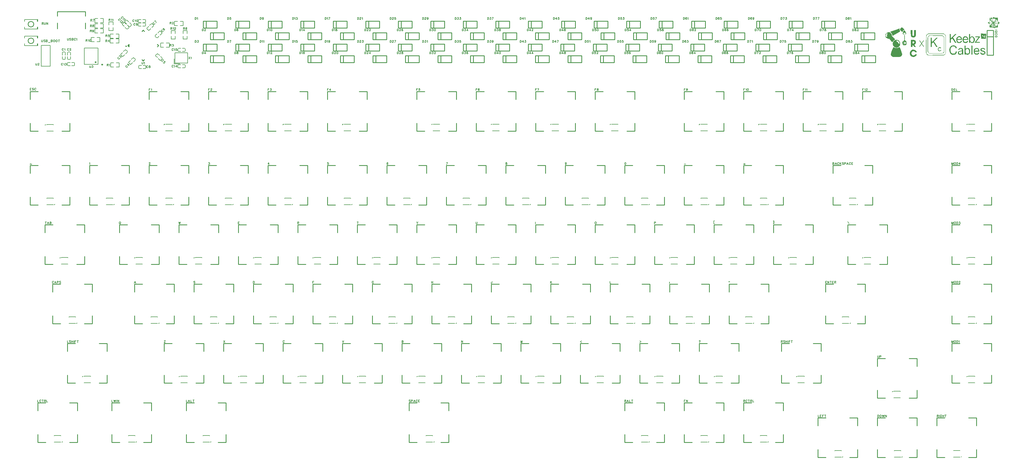
<source format=gto>
G04 Layer: TopSilkscreenLayer*
G04 EasyEDA Pro v2.1.51.8c9149c1.e57db4, 2024-03-19 08:44:46*
G04 Gerber Generator version 0.3*
G04 Scale: 100 percent, Rotated: No, Reflected: No*
G04 Dimensions in millimeters*
G04 Leading zeros omitted, absolute positions, 3 integers and 5 decimals*
%FSLAX35Y35*%
%MOMM*%
%ADD10C,0.203*%
%ADD11C,0.1524*%
%ADD12C,0.254*%
%ADD13C,0.15199*%
%ADD14C,0.3*%
G75*


G04 Image Start*
G36*
G01X28245918Y14122400D02*
G01X28244495Y14122298D01*
G01X28242971Y14121994D01*
G01X28241346Y14121486D01*
G01X28239618Y14120774D01*
G01X28237790Y14119860D01*
G01X28235859Y14118742D01*
G01X28231795Y14115948D01*
G01X28227325Y14112443D01*
G01X28222651Y14108227D01*
G01X28215082Y14100658D01*
G01X28212491Y14097813D01*
G01X28199994Y14083284D01*
G01X28195321Y14077188D01*
G01X28192324Y14072768D01*
G01X28190546Y14069670D01*
G01X28189530Y14067688D01*
G01X28188717Y14065758D01*
G01X28188006Y14063878D01*
G01X28187498Y14062050D01*
G01X28187142Y14060221D01*
G01X28186939Y14058494D01*
G01X28186837Y14056716D01*
G01X28186939Y14054988D01*
G01X28187193Y14053261D01*
G01X28187599Y14051483D01*
G01X28188107Y14049705D01*
G01X28188818Y14047927D01*
G01X28189631Y14046098D01*
G01X28191155Y14043304D01*
G01X28192984Y14040358D01*
G01X28195930Y14036192D01*
G01X28201315Y14029284D01*
G01X28210561Y14018666D01*
G01X28221483Y14007287D01*
G01X28232456Y13997026D01*
G01X28241854Y13989152D01*
G01X28248407Y13984224D01*
G01X28253436Y13980871D01*
G01X28257144Y13978687D01*
G01X28259634Y13977417D01*
G01X28261208Y13976756D01*
G01X28262631Y13976248D01*
G01X28263952Y13975842D01*
G01X28265171Y13975639D01*
G01X28265730Y13975588D01*
G01X28266238Y13975537D01*
G01X28266746Y13975588D01*
G01X28267203Y13975639D01*
G01X28268930Y13976299D01*
G01X28270556Y13977468D01*
G01X28271978Y13979246D01*
G01X28273248Y13981481D01*
G01X28274366Y13984173D01*
G01X28275280Y13987374D01*
G01X28275991Y13990980D01*
G01X28276448Y13994943D01*
G01X28276956Y13999108D01*
G01X28277820Y14003071D01*
G01X28278938Y14006932D01*
G01X28280309Y14010640D01*
G01X28281986Y14014196D01*
G01X28283865Y14017549D01*
G01X28286050Y14020698D01*
G01X28288437Y14023696D01*
G01X28291028Y14026439D01*
G01X28293873Y14028979D01*
G01X28296921Y14031265D01*
G01X28300172Y14033297D01*
G01X28303576Y14035075D01*
G01X28307132Y14036599D01*
G01X28310891Y14037818D01*
G01X28314802Y14038732D01*
G01X28319679Y14039850D01*
G01X28323946Y14041120D01*
G01X28326385Y14041984D01*
G01X28328366Y14042898D01*
G01X28329179Y14043355D01*
G01X28329890Y14043762D01*
G01X28330449Y14044168D01*
G01X28330855Y14044574D01*
G01X28331058Y14044981D01*
G01X28331160Y14045336D01*
G01X28330957Y14046911D01*
G01X28330398Y14048740D01*
G01X28329484Y14050772D01*
G01X28328214Y14053058D01*
G01X28324759Y14058138D01*
G01X28320238Y14063878D01*
G01X28311805Y14073226D01*
G01X28298445Y14086332D01*
G01X28283967Y14099083D01*
G01X28273197Y14107617D01*
G01X28263139Y14114678D01*
G01X28257144Y14118285D01*
G01X28254452Y14119708D01*
G01X28251912Y14120876D01*
G01X28249677Y14121689D01*
G01X28247645Y14122248D01*
G37*
G36*
G01X28169972Y14086383D02*
G01X28164079Y14084452D01*
G01X28105964Y14063370D01*
G01X27886762Y13980668D01*
G01X27880259Y13977772D01*
G01X27878176Y13976706D01*
G01X27877313Y13976147D01*
G01X27876805Y13975842D01*
G01X27876500Y13975639D01*
G01X27876195Y13975334D01*
G01X27876094Y13975283D01*
G01X27875992Y13975080D01*
G01X27875941Y13975029D01*
G01Y13974978D01*
G01X27875890D01*
G01Y13974775D01*
G01X27877059Y13972845D01*
G01X27880259Y13969848D01*
G01X27885034Y13966241D01*
G01X27890826Y13962380D01*
G01X27894077Y13960297D01*
G01X27897226Y13957960D01*
G01X27901341Y13954506D01*
G01X27905354Y13950696D01*
G01X27909266Y13946530D01*
G01X27913025Y13942060D01*
G01X27917445Y13936066D01*
G01X27921661Y13929665D01*
G01X27925522Y13922858D01*
G01X27929078Y13915796D01*
G01X27932278Y13908481D01*
G01X27935072Y13900912D01*
G01X27937460Y13893190D01*
G01X27939390Y13885316D01*
G01X27940000Y13882167D01*
G01X27942235Y13871854D01*
G01X27944369Y13864234D01*
G01X27945791Y13859967D01*
G01X27946807Y13857275D01*
G01X27947468Y13855751D01*
G01X27948128Y13854481D01*
G01X27948788Y13853465D01*
G01X27949093Y13853058D01*
G01X27949347Y13852754D01*
G01X27949652Y13852500D01*
G01X27949906Y13852296D01*
G01X27950211Y13852195D01*
G01X27950465Y13852144D01*
G01X27951633Y13852500D01*
G01X27957374Y13855243D01*
G01X28097531Y13934897D01*
G01X28180690Y13985088D01*
G01X28183434Y13987018D01*
G01X28185059Y13988237D01*
G01X28187498Y13990676D01*
G01X28188412Y13991844D01*
G01X28189123Y13993063D01*
G01X28189682Y13994384D01*
G01X28189987Y13995806D01*
G01X28190139Y13997432D01*
G01X28190038Y13999261D01*
G01X28189733Y14001344D01*
G01X28189174Y14003731D01*
G01X28187396Y14009573D01*
G01X28180944Y14026845D01*
G01X28177388Y14036853D01*
G01X28174442Y14046810D01*
G01X28172562Y14054684D01*
G01X28171445Y14060424D01*
G01X28170937Y14064336D01*
G01X28170632Y14067790D01*
G01Y14069822D01*
G01X28170683Y14071600D01*
G01X28170784Y14072362D01*
G01X28171242Y14076629D01*
G01X28171445Y14080338D01*
G01X28171394Y14082420D01*
G01X28171191Y14084097D01*
G01X28171089Y14084808D01*
G01X28170937Y14085367D01*
G01X28170734Y14085824D01*
G01X28170530Y14086129D01*
G01X28170276Y14086332D01*
G37*
G36*
G01X28639567Y14036192D02*
G01X28639516Y13955624D01*
G01X28638703Y13887806D01*
G01X28637840Y13876426D01*
G01X28637128Y13870635D01*
G01X28636468Y13867079D01*
G01X28635909Y13864641D01*
G01X28635401Y13862964D01*
G01X28634893Y13861440D01*
G01X28634284Y13860069D01*
G01X28633877Y13859256D01*
G01X28633471Y13858494D01*
G01X28633014Y13857783D01*
G01X28632506Y13857122D01*
G01X28632048Y13856513D01*
G01X28630982Y13855446D01*
G01X28630372Y13854989D01*
G01X28629813Y13854582D01*
G01X28629153Y13854176D01*
G01X28628543Y13853871D01*
G01X28627883Y13853566D01*
G01X28627172Y13853312D01*
G01X28626054Y13853008D01*
G01X28624886Y13852703D01*
G01X28623666Y13852500D01*
G01X28621939Y13852347D01*
G01X28619094Y13852195D01*
G01X28614827Y13852144D01*
G01X28610966Y13852246D01*
G01X28607258Y13852652D01*
G01X28603702Y13853211D01*
G01X28600451Y13854024D01*
G01X28597555Y13854938D01*
G01X28596285Y13855497D01*
G01X28595168Y13856056D01*
G01X28594152Y13856614D01*
G01X28593339Y13857224D01*
G01X28592628Y13857834D01*
G01X28592170Y13858494D01*
G01X28591713Y13859612D01*
G01X28591307Y13861491D01*
G01X28590392Y13867638D01*
G01X28587802Y13900963D01*
G01X28585719Y13949020D01*
G01X28583280Y14033144D01*
G01X28558642Y14034668D01*
G01X28548787Y14034973D01*
G01X28542183Y14034821D01*
G01X28536697Y14034313D01*
G01X28533801Y14033856D01*
G01X28532684Y14033602D01*
G01X28531718Y14033297D01*
G01X28531007Y14032941D01*
G01X28530550Y14032586D01*
G01X28529890Y14030147D01*
G01X28529077Y14016126D01*
G01X28529839Y13944397D01*
G01X28532836Y13883691D01*
G01X28534614Y13866419D01*
G01X28536189Y13856716D01*
G01X28537510Y13850315D01*
G01X28538830Y13845489D01*
G01X28540253Y13841120D01*
G01X28541523Y13837869D01*
G01X28542894Y13834872D01*
G01X28544368Y13832129D01*
G01X28545587Y13830148D01*
G01X28546857Y13828319D01*
G01X28548228Y13826592D01*
G01X28549651Y13824915D01*
G01X28551124Y13823340D01*
G01X28553258Y13821308D01*
G01X28555544Y13819429D01*
G01X28557982Y13817600D01*
G01X28561284Y13815466D01*
G01X28565602Y13812977D01*
G01X28572816Y13809320D01*
G01X28575406Y13808100D01*
G01X28581909Y13805357D01*
G01X28588360Y13803020D01*
G01X28594761Y13801192D01*
G01X28601060Y13799769D01*
G01X28607309Y13798804D01*
G01X28613456Y13798245D01*
G01X28619450Y13798144D01*
G01X28625394Y13798499D01*
G01X28629254Y13798956D01*
G01X28633064Y13799566D01*
G01X28636773Y13800430D01*
G01X28640430Y13801446D01*
G01X28644037Y13802614D01*
G01X28647542Y13804036D01*
G01X28650946Y13805560D01*
G01X28654299Y13807338D01*
G01X28657550Y13809269D01*
G01X28660700Y13811352D01*
G01X28663697Y13813638D01*
G01X28666643Y13816076D01*
G01X28669488Y13818718D01*
G01X28672231Y13821512D01*
G01X28674822Y13824509D01*
G01X28678480Y13829284D01*
G01X28681883Y13834466D01*
G01X28684982Y13840003D01*
G01X28685947Y13841933D01*
G01X28689300Y13849350D01*
G01X28691332Y13854836D01*
G01X28692500Y13858697D01*
G01X28693974Y13864996D01*
G01X28695193Y13872261D01*
G01X28696463Y13884097D01*
G01X28698495Y13929512D01*
G01X28698952Y13949020D01*
G01X28700781Y14033144D01*
G01X28670199Y14034668D01*
G37*
G36*
G01X28323743Y14025524D02*
G01X28321457Y14025270D01*
G01X28318866Y14024559D01*
G01X28316072Y14023492D01*
G01X28313228Y14022019D01*
G01X28310383Y14020292D01*
G01X28307589Y14018311D01*
G01X28304998Y14016076D01*
G01X28302661Y14013688D01*
G01X28300528Y14011199D01*
G01X28298496Y14008506D01*
G01X28296718Y14005814D01*
G01X28295143Y14003122D01*
G01X28293822Y14000582D01*
G01X28292857Y13998194D01*
G01X28292501Y13997076D01*
G01X28292196Y13996060D01*
G01X28292044Y13995146D01*
G01X28291993Y13994282D01*
G01X28291790Y13992149D01*
G01X28290266Y13984681D01*
G01X28283865Y13961720D01*
G01X28281782Y13955217D01*
G01X28271572Y13923772D01*
G01X28281579Y13909142D01*
G01X28287269Y13901268D01*
G01X28291790Y13895730D01*
G01X28295143Y13892022D01*
G01X28298292Y13888974D01*
G01X28300426Y13887094D01*
G01X28301747Y13886078D01*
G01X28303017Y13885215D01*
G01X28304185Y13884504D01*
G01X28305252Y13883996D01*
G01X28305760Y13883792D01*
G01X28306674Y13883488D01*
G01X28307081Y13883437D01*
G01X28307843D01*
G01X28308198Y13883488D01*
G01X28308503Y13883589D01*
G01X28308808Y13883742D01*
G01X28309062Y13883945D01*
G01X28309468Y13884453D01*
G01X28309621Y13884808D01*
G01X28309722Y13885164D01*
G01X28309824Y13885570D01*
G01X28309875Y13886028D01*
G01X28309926Y13886536D01*
G01Y13887094D01*
G01X28309773Y13888364D01*
G01X28309519Y13889787D01*
G01X28309113Y13891412D01*
G01X28308198Y13894206D01*
G01X28306928Y13897458D01*
G01X28304592Y13902385D01*
G01X28303068Y13905789D01*
G01X28300934Y13911275D01*
G01X28299156Y13917016D01*
G01X28297835Y13922553D01*
G01X28297226Y13925956D01*
G01X28296921Y13928954D01*
G01X28296870Y13930325D01*
G01X28296921Y13932205D01*
G01X28297073Y13933881D01*
G01X28297327Y13935456D01*
G01X28297734Y13936878D01*
G01X28298292Y13938199D01*
G01X28298953Y13939368D01*
G01X28299867Y13940485D01*
G01X28300985Y13941501D01*
G01X28302255Y13942466D01*
G01X28303830Y13943381D01*
G01X28305608Y13944244D01*
G01X28310027Y13945921D01*
G01X28318968Y13948512D01*
G01X28328163Y13950696D01*
G01X28331922Y13951356D01*
G01X28334208Y13951610D01*
G01X28336342Y13951763D01*
G01X28338272D01*
G01X28340152Y13951610D01*
G01X28341930Y13951306D01*
G01X28343657Y13950899D01*
G01X28345333Y13950340D01*
G01X28347010Y13949629D01*
G01X28348737Y13948766D01*
G01X28351378Y13947191D01*
G01X28353258Y13945972D01*
G01X28355595Y13944244D01*
G01X28357728Y13942416D01*
G01X28359557Y13940587D01*
G01X28360370Y13939622D01*
G01X28361132Y13938656D01*
G01X28362453Y13936624D01*
G01X28363469Y13934491D01*
G01X28363875Y13933424D01*
G01X28364231Y13932306D01*
G01X28364536Y13931138D01*
G01X28364790Y13929970D01*
G01X28364942Y13928750D01*
G01X28365044Y13927480D01*
G01Y13924890D01*
G01X28364790Y13922146D01*
G01X28364282Y13919251D01*
G01X28363520Y13916203D01*
G01X28362504Y13912952D01*
G01X28360522Y13907719D01*
G01X28359760Y13905890D01*
G01X28358490Y13902741D01*
G01X28357525Y13899845D01*
G01X28356916Y13897305D01*
G01X28356712Y13896137D01*
G01X28356560Y13895019D01*
G01X28356509Y13894003D01*
G01X28356560Y13893089D01*
G01X28356611Y13892276D01*
G01X28356763Y13891514D01*
G01X28357017Y13890854D01*
G01X28357271Y13890295D01*
G01X28357627Y13889787D01*
G01X28357982Y13889380D01*
G01X28358440Y13889126D01*
G01X28358948Y13888923D01*
G01X28359506Y13888822D01*
G01X28360116D01*
G01X28360776Y13888923D01*
G01X28361488Y13889126D01*
G01X28362199Y13889431D01*
G01X28363012Y13889838D01*
G01X28363824Y13890346D01*
G01X28364688Y13890955D01*
G01X28365602Y13891717D01*
G01X28367533Y13893546D01*
G01X28369514Y13895781D01*
G01X28370581Y13897102D01*
G01X28373426Y13901014D01*
G01X28375915Y13904976D01*
G01X28378048Y13908938D01*
G01X28379826Y13913002D01*
G01X28381249Y13917016D01*
G01X28382316Y13921080D01*
G01X28383027Y13925194D01*
G01X28383382Y13929309D01*
G01Y13933424D01*
G01X28382976Y13937590D01*
G01X28382265Y13941755D01*
G01X28381198Y13945870D01*
G01X28379725Y13950036D01*
G01X28377947Y13954201D01*
G01X28375762Y13958367D01*
G01X28373222Y13962532D01*
G01X28368295Y13970660D01*
G01X28365196Y13976604D01*
G01X28362707Y13981938D01*
G01X28361538Y13985037D01*
G01X28361132Y13986358D01*
G01X28360776Y13987526D01*
G01X28360624Y13988593D01*
G01X28360522Y13989456D01*
G01X28360268Y13991742D01*
G01X28359456Y13994282D01*
G01X28358135Y13997026D01*
G01X28356458Y13999921D01*
G01X28354376Y14002918D01*
G01X28351988Y14005916D01*
G01X28346552Y14011808D01*
G01X28340558Y14017142D01*
G01X28337510Y14019479D01*
G01X28334462Y14021511D01*
G01X28331516Y14023188D01*
G01X28328722Y14024458D01*
G01X28326080Y14025220D01*
G37*
G36*
G01X27826614Y13968933D02*
G01X27821280Y13968730D01*
G01X27815896Y13968222D01*
G01X27808479Y13967104D01*
G01X27800808Y13965428D01*
G01X27792934Y13963294D01*
G01X27790902Y13962634D01*
G01X27788768Y13961872D01*
G01X27784044Y13959738D01*
G01X27778913Y13956843D01*
G01X27773478Y13953287D01*
G01X27764943Y13946886D01*
G01X27756409Y13939418D01*
G01X27748078Y13931189D01*
G01X27724100Y13905738D01*
G01Y13855294D01*
G01X27734870D01*
G01X27734920Y13861339D01*
G01X27735327Y13867587D01*
G01X27736190Y13873988D01*
G01X27737511Y13880389D01*
G01X27739289Y13886840D01*
G01X27741524Y13893241D01*
G01X27743302Y13897407D01*
G01X27744268Y13899490D01*
G01X27751126Y13912901D01*
G01X27755240Y13919962D01*
G01X27757780Y13923874D01*
G01X27759609Y13926363D01*
G01X27761387Y13928496D01*
G01X27762556Y13929716D01*
G01X27763673Y13930833D01*
G01X27764791Y13931748D01*
G01X27765908Y13932510D01*
G01X27766975Y13933170D01*
G01X27767534Y13933424D01*
G01X27768093Y13933627D01*
G01X27768601Y13933830D01*
G01X27769160Y13933983D01*
G01X27770176Y13934186D01*
G01X27770734Y13934237D01*
G01X27771750D01*
G01X27772309Y13934135D01*
G01X27772817Y13934084D01*
G01X27773833Y13933780D01*
G01X27774392Y13933576D01*
G01X27774900Y13933322D01*
G01X27775967Y13932764D01*
G01X27776983Y13932052D01*
G01X27778050Y13931240D01*
G01X27779116Y13930274D01*
G01X27780234Y13929157D01*
G01X27781860Y13927277D01*
G01X27782418Y13926617D01*
G01X27783180Y13925550D01*
G01X27783841Y13924432D01*
G01X27784298Y13923264D01*
G01X27784654Y13922045D01*
G01X27784857Y13920724D01*
G01X27784958Y13919302D01*
G01X27784857Y13917727D01*
G01X27784603Y13916050D01*
G01X27784247Y13914222D01*
G01X27783028Y13910056D01*
G01X27781148Y13905078D01*
G01X27777135Y13895934D01*
G01X27772716Y13885875D01*
G01X27771141Y13881659D01*
G01X27769972Y13877798D01*
G01X27769414Y13875360D01*
G01X27769007Y13873023D01*
G01X27768804Y13870686D01*
G01X27768702Y13868349D01*
G01X27768804Y13865962D01*
G01X27769058Y13863523D01*
G01X27769668Y13859612D01*
G01X27770938Y13853820D01*
G01X27771344Y13852195D01*
G01X27773325Y13843711D01*
G01X27773884Y13840358D01*
G01X27774087Y13838326D01*
G01X27774189Y13836548D01*
G01X27774087Y13834872D01*
G01X27774036Y13834059D01*
G01X27773884Y13833348D01*
G01X27773732Y13832586D01*
G01X27773579Y13831926D01*
G01X27773325Y13831214D01*
G01X27773071Y13830554D01*
G01X27772766Y13829894D01*
G01X27772462Y13829284D01*
G01X27771649Y13828014D01*
G01X27770684Y13826795D01*
G01X27769617Y13825525D01*
G01X27767636Y13823594D01*
G01X27765146Y13821461D01*
G01X27763876Y13820546D01*
G01X27762708Y13819784D01*
G01X27761489Y13819073D01*
G01X27760320Y13818514D01*
G01X27759152Y13818057D01*
G01X27757984Y13817752D01*
G01X27756866Y13817498D01*
G01X27755799Y13817346D01*
G01X27754682Y13817295D01*
G01X27753615Y13817397D01*
G01X27752599Y13817498D01*
G01X27751583Y13817752D01*
G01X27750567Y13818108D01*
G01X27749602Y13818514D01*
G01X27748636Y13819022D01*
G01X27747722Y13819632D01*
G01X27746858Y13820292D01*
G01X27745944Y13821054D01*
G01X27745131Y13821867D01*
G01X27744318Y13822782D01*
G01X27743506Y13823747D01*
G01X27742032Y13825931D01*
G01X27740661Y13828370D01*
G01X27739442Y13831062D01*
G01X27738324Y13833958D01*
G01X27737410Y13837107D01*
G01X27736546Y13840409D01*
G01X27735886Y13843914D01*
G01X27735174Y13849452D01*
G01X27734870Y13855294D01*
G01X27724100D01*
G01Y13818616D01*
G01X27749805Y13792302D01*
G01X27757069Y13785240D01*
G01X27763013Y13779957D01*
G01X27769007Y13775284D01*
G01X27773782Y13771931D01*
G01X27778608Y13768934D01*
G01X27783485Y13766292D01*
G01X27788464Y13763904D01*
G01X27793544Y13761872D01*
G01X27798776Y13760145D01*
G01X27804161Y13758672D01*
G01X27809749Y13757504D01*
G01X27817013Y13756386D01*
G01X27824684Y13755726D01*
G01X27834438Y13755370D01*
G01X27836825Y13755268D01*
G01X27839111Y13754913D01*
G01X27841397Y13754354D01*
G01X27843683Y13753440D01*
G01X27846020Y13752170D01*
G01X27848560Y13750442D01*
G01X27851202Y13748309D01*
G01X27857348Y13742365D01*
G01X27869236Y13728598D01*
G01X27892350Y13699134D01*
G01X27932837Y13648030D01*
G01X27936190Y13644220D01*
G01X27937206Y13643204D01*
G01X27937358Y13643153D01*
G01X27937460Y13643051D01*
G01X27937511D01*
G01X27938273Y13643610D01*
G01X27939695Y13645286D01*
G01X27944115Y13651382D01*
G01X27957018Y13671398D01*
G01X27961488Y13678256D01*
G01X27966264Y13684809D01*
G01X27971344Y13691057D01*
G01X27976728Y13697052D01*
G01X27982418Y13702640D01*
G01X27988362Y13707923D01*
G01X27994559Y13712850D01*
G01X28001011Y13717422D01*
G01X28008936Y13722960D01*
G01X28015895Y13728446D01*
G01X28020721Y13732662D01*
G01X28023769Y13735710D01*
G01X28025547Y13737742D01*
G01X28026411Y13738911D01*
G01X28026766Y13739470D01*
G01X28027071Y13739978D01*
G01X28027325Y13740486D01*
G01X28027478Y13740892D01*
G01X28027579Y13741298D01*
G01X28027630Y13741654D01*
G01X28026716Y13743788D01*
G01X28024125Y13747344D01*
G01X28014574Y13758012D01*
G01X27992121Y13780008D01*
G01X27983231Y13788136D01*
G01X27949957Y13819530D01*
G01X27937765Y13832180D01*
G01X27934158Y13836345D01*
G01X27932939Y13837920D01*
G01X27932482Y13838580D01*
G01X27932329Y13838885D01*
G01X27931669Y13840104D01*
G01X27930246Y13843406D01*
G01X27928824Y13847623D01*
G01X27926741Y13855294D01*
G01X27924252Y13867232D01*
G01X27922423Y13879779D01*
G01X27920950Y13890955D01*
G01X27919883Y13896594D01*
G01X27918613Y13901623D01*
G01X27917597Y13904671D01*
G01X27916429Y13907668D01*
G01X27915057Y13910513D01*
G01X27913482Y13913358D01*
G01X27911654Y13916254D01*
G01X27908402Y13920724D01*
G01X27903018Y13927277D01*
G01X27896210Y13934846D01*
G01X27890521Y13940790D01*
G01X27884780Y13946073D01*
G01X27878938Y13950848D01*
G01X27874519Y13954049D01*
G01X27870048Y13956944D01*
G01X27865527Y13959535D01*
G01X27860955Y13961770D01*
G01X27856282Y13963701D01*
G01X27851557Y13965377D01*
G01X27846782Y13966698D01*
G01X27841854Y13967714D01*
G01X27836876Y13968425D01*
G01X27831796Y13968832D01*
G37*
G36*
G01X28330957Y13908227D02*
G01X28329331Y13907567D01*
G01X28327502Y13905840D01*
G01X28325775Y13903300D01*
G01X28324353Y13900150D01*
G01X28324048Y13898829D01*
G01X28323438Y13893546D01*
G01X28321864Y13852347D01*
G01X28321356Y13799007D01*
G01Y13705891D01*
G01X28309265Y13700150D01*
G01X28307995Y13699490D01*
G01X28306776Y13698728D01*
G01X28305557Y13697864D01*
G01X28304338Y13696848D01*
G01X28301950Y13694664D01*
G01X28299766Y13692226D01*
G01X28297835Y13689584D01*
G01X28296159Y13686790D01*
G01X28295498Y13685368D01*
G01X28294889Y13683996D01*
G01X28294381Y13682574D01*
G01X28293974Y13681202D01*
G01X28293568Y13679576D01*
G01X28293009Y13678002D01*
G01X28292450Y13676528D01*
G01X28291739Y13675157D01*
G01X28291028Y13673887D01*
G01X28290215Y13672668D01*
G01X28289301Y13671550D01*
G01X28288285Y13670534D01*
G01X28287218Y13669569D01*
G01X28286050Y13668756D01*
G01X28284830Y13667943D01*
G01X28283459Y13667232D01*
G01X28282036Y13666622D01*
G01X28280512Y13666064D01*
G01X28278887Y13665606D01*
G01X28277160Y13665200D01*
G01X28275585Y13664844D01*
G01X28274112Y13664387D01*
G01X28272740Y13663879D01*
G01X28271368Y13663320D01*
G01X28270149Y13662660D01*
G01X28268930Y13661949D01*
G01X28267812Y13661187D01*
G01X28266796Y13660374D01*
G01X28265780Y13659460D01*
G01X28264917Y13658545D01*
G01X28264104Y13657529D01*
G01X28263342Y13656513D01*
G01X28262682Y13655396D01*
G01X28262072Y13654278D01*
G01X28261564Y13653059D01*
G01X28261158Y13651840D01*
G01X28260802Y13650620D01*
G01X28260548Y13649300D01*
G01X28260345Y13647979D01*
G01X28260243Y13646607D01*
G01Y13645236D01*
G01X28260294Y13643813D01*
G01X28260446Y13642340D01*
G01X28260700Y13640867D01*
G01X28261005Y13639394D01*
G01X28261412Y13637870D01*
G01X28262478Y13634822D01*
G01X28263901Y13631723D01*
G01X28265679Y13628624D01*
G01X28267558Y13625474D01*
G01X28268930Y13622680D01*
G01X28269438Y13621410D01*
G01X28269844Y13620191D01*
G01X28270149Y13619074D01*
G01X28270352Y13617956D01*
G01X28270454Y13616940D01*
G01X28270403Y13615975D01*
G01X28270251Y13615010D01*
G01X28270048Y13614146D01*
G01X28269692Y13613282D01*
G01X28269235Y13612470D01*
G01X28268625Y13611657D01*
G01X28267965Y13610895D01*
G01X28267101Y13609879D01*
G01X28266288Y13608863D01*
G01X28265526Y13607796D01*
G01X28264866Y13606678D01*
G01X28264307Y13605510D01*
G01X28263799Y13604342D01*
G01X28263393Y13603122D01*
G01X28263037Y13601903D01*
G01X28262732Y13600684D01*
G01X28262529Y13599414D01*
G01X28262326Y13596874D01*
G01X28262377Y13595655D01*
G01X28262428Y13594385D01*
G01X28262580Y13593115D01*
G01X28262783Y13591896D01*
G01X28263088Y13590626D01*
G01X28263444Y13589457D01*
G01X28263850Y13588238D01*
G01X28264358Y13587070D01*
G01X28264917Y13585952D01*
G01X28265526Y13584885D01*
G01X28266187Y13583818D01*
G01X28266898Y13582802D01*
G01X28267711Y13581837D01*
G01X28268574Y13580923D01*
G01X28269489Y13580059D01*
G01X28270454Y13579246D01*
G01X28271521Y13578535D01*
G01X28272588Y13577875D01*
G01X28273756Y13577265D01*
G01X28274975Y13576706D01*
G01X28276245Y13576148D01*
G01X28277515Y13575487D01*
G01X28278836Y13574725D01*
G01X28280106Y13573811D01*
G01X28282646Y13571779D01*
G01X28285034Y13569493D01*
G01X28287218Y13567004D01*
G01X28289148Y13564362D01*
G01X28290012Y13563041D01*
G01X28290774Y13561670D01*
G01X28291434Y13560349D01*
G01X28291942Y13559028D01*
G01X28292501Y13557758D01*
G01X28293060Y13556539D01*
G01X28293720Y13555370D01*
G01X28294432Y13554304D01*
G01X28295194Y13553237D01*
G01X28296006Y13552272D01*
G01X28297835Y13550544D01*
G01X28298800Y13549782D01*
G01X28299816Y13549071D01*
G01X28300883Y13548462D01*
G01X28302001Y13547903D01*
G01X28303118Y13547395D01*
G01X28304236Y13546988D01*
G01X28305404Y13546633D01*
G01X28306624Y13546328D01*
G01X28307792Y13546125D01*
G01X28309011Y13545972D01*
G01X28310230Y13545922D01*
G01X28311450D01*
G01X28312669Y13546023D01*
G01X28313939Y13546176D01*
G01X28315107Y13546430D01*
G01X28316326Y13546734D01*
G01X28317546Y13547141D01*
G01X28318714Y13547598D01*
G01X28319832Y13548157D01*
G01X28321000Y13548766D01*
G01X28323134Y13550290D01*
G01X28324150Y13551205D01*
G01X28325166Y13552170D01*
G01X28326791Y13553643D01*
G01X28328518Y13554710D01*
G01X28330347Y13555370D01*
G01X28332379Y13555574D01*
G01X28334614Y13555370D01*
G01X28337205Y13554710D01*
G01X28340101Y13553643D01*
G01X28343504Y13552170D01*
G01X28348635Y13549833D01*
G01X28351734Y13548665D01*
G01X28354630Y13547750D01*
G01X28357271Y13547090D01*
G01X28359659Y13546734D01*
G01X28360827Y13546633D01*
G01X28361894D01*
G01X28362910Y13546684D01*
G01X28363926Y13546785D01*
G01X28364891Y13546988D01*
G01X28365755Y13547293D01*
G01X28366669Y13547649D01*
G01X28367482Y13548055D01*
G01X28368295Y13548563D01*
G01X28369057Y13549122D01*
G01X28369768Y13549782D01*
G01X28370479Y13550494D01*
G01X28371140Y13551256D01*
G01X28371749Y13552119D01*
G01X28372359Y13553084D01*
G01X28373527Y13555218D01*
G01X28374594Y13557656D01*
G01X28375610Y13560400D01*
G01X28376220Y13562025D01*
G01X28376880Y13563600D01*
G01X28377693Y13565124D01*
G01X28378607Y13566648D01*
G01X28379572Y13568121D01*
G01X28380639Y13569594D01*
G01X28381808Y13570966D01*
G01X28383027Y13572287D01*
G01X28384348Y13573557D01*
G01X28385668Y13574776D01*
G01X28387091Y13575944D01*
G01X28388564Y13576960D01*
G01X28390088Y13577976D01*
G01X28391663Y13578840D01*
G01X28393288Y13579653D01*
G01X28394914Y13580364D01*
G01X28399130Y13582091D01*
G01X28400858Y13582904D01*
G01X28402331Y13583717D01*
G01X28403601Y13584530D01*
G01X28404668Y13585393D01*
G01X28405480Y13586257D01*
G01X28406141Y13587120D01*
G01X28406598Y13588086D01*
G01X28406903Y13589152D01*
G01X28407004Y13590270D01*
G01X28406954Y13591489D01*
G01X28406801Y13592861D01*
G01X28406446Y13594334D01*
G01X28405328Y13597738D01*
G01X28403855Y13601598D01*
G01X28402331Y13605002D01*
G01X28400705Y13607847D01*
G01X28399842Y13609117D01*
G01X28398978Y13610285D01*
G01X28398064Y13611301D01*
G01X28397098Y13612216D01*
G01X28396082Y13613028D01*
G01X28395066Y13613689D01*
G01X28394000Y13614248D01*
G01X28392882Y13614654D01*
G01X28391714Y13615010D01*
G01X28390494Y13615162D01*
G01X28389174Y13615264D01*
G01X28387853D01*
G01X28386430Y13615111D01*
G01X28384957Y13614806D01*
G01X28383433Y13614451D01*
G01X28380182Y13613333D01*
G01X28376575Y13611809D01*
G01X28372664Y13609777D01*
G01X28366110Y13605916D01*
G01X28361284Y13602767D01*
G01X28354528Y13598550D01*
G01X28347873Y13594842D01*
G01X28342793Y13592404D01*
G01X28338018Y13590422D01*
G01X28334665Y13589254D01*
G01X28331668Y13588441D01*
G01X28329788Y13588035D01*
G01X28328112Y13587832D01*
G01X28327350Y13587781D01*
G01X28325928D01*
G01X28325318Y13587832D01*
G01X28323896Y13588136D01*
G01X28322473Y13588543D01*
G01X28321102Y13589051D01*
G01X28319730Y13589660D01*
G01X28318460Y13590422D01*
G01X28317190Y13591286D01*
G01X28315971Y13592200D01*
G01X28314802Y13593216D01*
G01X28313685Y13594385D01*
G01X28312618Y13595553D01*
G01X28311551Y13596874D01*
G01X28310586Y13598246D01*
G01X28308808Y13601192D01*
G01X28307233Y13604392D01*
G01X28305912Y13607796D01*
G01X28304896Y13611352D01*
G01X28304134Y13615111D01*
G01X28303677Y13618921D01*
G01X28303474Y13622833D01*
G01X28303677Y13626744D01*
G01X28304185Y13630656D01*
G01X28305049Y13634517D01*
G01X28306370Y13638682D01*
G01X28307132Y13640613D01*
G01X28307944Y13642340D01*
G01X28308808Y13644016D01*
G01X28309773Y13645540D01*
G01X28310738Y13646912D01*
G01X28311805Y13648182D01*
G01X28312974Y13649350D01*
G01X28314142Y13650366D01*
G01X28315412Y13651281D01*
G01X28316784Y13652094D01*
G01X28318155Y13652754D01*
G01X28319628Y13653262D01*
G01X28321203Y13653668D01*
G01X28322829Y13653973D01*
G01X28324505Y13654126D01*
G01X28326283Y13654176D01*
G01X28328163Y13654126D01*
G01X28330093Y13653922D01*
G01X28332074Y13653618D01*
G01X28336342Y13652602D01*
G01X28340914Y13651128D01*
G01X28345841Y13649147D01*
G01X28353868Y13645286D01*
G01X28359659Y13642137D01*
G01X28367482Y13637920D01*
G01X28373476Y13635126D01*
G01X28377896Y13633348D01*
G01X28380995Y13632282D01*
G01X28383941Y13631469D01*
G01X28386684Y13630859D01*
G01X28388412Y13630605D01*
G01X28390037Y13630453D01*
G01X28391561Y13630402D01*
G01X28393034Y13630453D01*
G01X28394457Y13630554D01*
G01X28395727Y13630808D01*
G01X28396946Y13631164D01*
G01X28397505Y13631418D01*
G01X28398064Y13631621D01*
G01X28398572Y13631926D01*
G01X28399080Y13632180D01*
G01X28399588Y13632536D01*
G01X28400045Y13632840D01*
G01X28400502Y13633247D01*
G01X28400908Y13633602D01*
G01X28401315Y13634060D01*
G01X28401670Y13634466D01*
G01X28402382Y13635482D01*
G01X28402686Y13635990D01*
G01X28402940Y13636549D01*
G01X28403448Y13637717D01*
G01X28403855Y13638987D01*
G01X28404160Y13640359D01*
G01X28404414Y13641832D01*
G01X28404566Y13643458D01*
G01X28404617Y13645134D01*
G01X28404566Y13646506D01*
G01X28404414Y13647877D01*
G01X28404160Y13649198D01*
G01X28403804Y13650468D01*
G01X28403347Y13651738D01*
G01X28402788Y13652957D01*
G01X28402128Y13654126D01*
G01X28401366Y13655243D01*
G01X28400553Y13656361D01*
G01X28399588Y13657377D01*
G01X28398572Y13658393D01*
G01X28397454Y13659358D01*
G01X28396235Y13660272D01*
G01X28394965Y13661085D01*
G01X28393593Y13661898D01*
G01X28392120Y13662660D01*
G01X28390799Y13663320D01*
G01X28389478Y13664133D01*
G01X28388158Y13665048D01*
G01X28385567Y13667232D01*
G01X28383027Y13669772D01*
G01X28380690Y13672566D01*
G01X28378556Y13675563D01*
G01X28376728Y13678662D01*
G01X28375915Y13680237D01*
G01X28375254Y13681761D01*
G01X28374696Y13683285D01*
G01X28373273Y13686942D01*
G01X28372460Y13688619D01*
G01X28371648Y13690143D01*
G01X28370682Y13691565D01*
G01X28369717Y13692886D01*
G01X28368650Y13694105D01*
G01X28367533Y13695223D01*
G01X28366314Y13696290D01*
G01X28365044Y13697204D01*
G01X28363672Y13698017D01*
G01X28362199Y13698779D01*
G01X28360624Y13699439D01*
G01X28358948Y13700049D01*
G01X28357220Y13700557D01*
G01X28355341Y13701014D01*
G01X28340964Y13704011D01*
G01Y13767105D01*
G01X28339085Y13845540D01*
G01X28336443Y13882980D01*
G01X28334818Y13895832D01*
G01X28333954Y13900963D01*
G01X28333344Y13903503D01*
G01X28332887Y13905179D01*
G01X28332532Y13906195D01*
G01X28332278Y13906754D01*
G01X28332074Y13907262D01*
G01X28331922Y13907465D01*
G01X28331719Y13907770D01*
G01X28331465Y13908024D01*
G01X28331312Y13908126D01*
G01X28331109Y13908227D01*
G37*
G36*
G01X28079344Y13724179D02*
G01X28073655Y13724077D01*
G01X28067864Y13723620D01*
G01X28061971Y13722807D01*
G01X28055926Y13721639D01*
G01X28048102Y13719708D01*
G01X28038298Y13716660D01*
G01X28034945Y13715492D01*
G01X28024226Y13711326D01*
G01X28016048Y13707618D01*
G01X28010053Y13704519D01*
G01X28004465Y13701217D01*
G01X27999284Y13697763D01*
G01X27994458Y13694105D01*
G01X27991105Y13691210D01*
G01X27987904Y13688162D01*
G01X27986177Y13686333D01*
G01X28076601D01*
G01X28076754Y13693242D01*
G01X28077008Y13696036D01*
G01X28077211Y13697204D01*
G01X28077465Y13698322D01*
G01X28077770Y13699287D01*
G01X28078176Y13700150D01*
G01X28078582Y13700912D01*
G01X28079090Y13701573D01*
G01X28079649Y13702132D01*
G01X28080310Y13702589D01*
G01X28081072Y13702894D01*
G01X28081884Y13703148D01*
G01X28082799Y13703249D01*
G01X28083815D01*
G01X28084983Y13703198D01*
G01X28086202Y13702995D01*
G01X28089047Y13702335D01*
G01X28092349Y13701268D01*
G01X28100680Y13698017D01*
G01X28111552Y13693242D01*
G01X28116073Y13691057D01*
G01X28120543Y13688619D01*
G01X28126334Y13685012D01*
G01X28131872Y13681050D01*
G01X28137155Y13676732D01*
G01X28142133Y13672160D01*
G01X28146807Y13667334D01*
G01X28151125Y13662304D01*
G01X28155036Y13657123D01*
G01X28158542Y13651840D01*
G01X28160828Y13647826D01*
G01X28162910Y13643762D01*
G01X28164638Y13639749D01*
G01X28166111Y13635736D01*
G01X28167279Y13631774D01*
G01X28167889Y13629132D01*
G01X28168295Y13626541D01*
G01X28168600Y13624001D01*
G01X28168702Y13621461D01*
G01Y13619023D01*
G01X28168600Y13617804D01*
G01X28168092Y13612927D01*
G01X28167584Y13609828D01*
G01X28167178Y13608050D01*
G01X28166720Y13606424D01*
G01X28166212Y13604951D01*
G01X28165552Y13603681D01*
G01X28165247Y13603122D01*
G01X28164892Y13602564D01*
G01X28164485Y13602056D01*
G01X28163672Y13601141D01*
G01X28163215Y13600735D01*
G01X28162707Y13600379D01*
G01X28162250Y13600024D01*
G01X28161132Y13599414D01*
G01X28160574Y13599160D01*
G01X28159304Y13598754D01*
G01X28157881Y13598398D01*
G01X28156408Y13598093D01*
G01X28154833Y13597941D01*
G01X28153309D01*
G01X28151938Y13598093D01*
G01X28150566Y13598398D01*
G01X28149245Y13598957D01*
G01X28147924Y13599668D01*
G01X28146654Y13600582D01*
G01X28145384Y13601802D01*
G01X28144064Y13603173D01*
G01X28142794Y13604850D01*
G01X28140000Y13609066D01*
G01X28135377Y13617550D01*
G01X28133650Y13621055D01*
G01X28130246Y13627659D01*
G01X28127706Y13632078D01*
G01X28125064Y13636041D01*
G01X28122372Y13639597D01*
G01X28120442Y13641781D01*
G01X28118460Y13643864D01*
G01X28116378Y13645794D01*
G01X28114142Y13647674D01*
G01X28110586Y13650366D01*
G01X28106675Y13652906D01*
G01X28100731Y13656208D01*
G01X28099156Y13657021D01*
G01X28089454Y13662152D01*
G01X28085898Y13664387D01*
G01X28083916Y13665860D01*
G01X28082240Y13667283D01*
G01X28081478Y13667994D01*
G01X28080818Y13668705D01*
G01X28080208Y13669467D01*
G01X28079649Y13670229D01*
G01X28079141Y13670991D01*
G01X28078735Y13671804D01*
G01X28078328Y13672668D01*
G01X28077973Y13673531D01*
G01X28077719Y13674395D01*
G01X28077262Y13676376D01*
G01X28076906Y13678459D01*
G01X28076652Y13682116D01*
G01X28076601Y13686333D01*
G01X27986177D01*
G01X27984907Y13684961D01*
G01X27982113Y13681659D01*
G01X27979472Y13678154D01*
G01X27976982Y13674496D01*
G01X27973884Y13669315D01*
G01X27971039Y13663828D01*
G01X27968397Y13657986D01*
G01X27965451Y13650163D01*
G01X27964333Y13646810D01*
G01X27960828Y13635076D01*
G01X27958390Y13625017D01*
G01X27956815Y13616483D01*
G01X27955697Y13608202D01*
G01X27955138Y13601243D01*
G01X27954935Y13594486D01*
G01X27955088Y13587832D01*
G01X27955596Y13581329D01*
G01X27956510Y13574928D01*
G01X27957577Y13569696D01*
G01X27958847Y13564514D01*
G01X27960422Y13559434D01*
G01X27962606Y13553389D01*
G01X27965197Y13547446D01*
G01X27968194Y13541553D01*
G01X27971547Y13535711D01*
G01X27975255Y13529970D01*
G01X27980132Y13523265D01*
G01X27985517Y13516610D01*
G01X27992324Y13509041D01*
G01X27997861Y13503453D01*
G01X28003500Y13498322D01*
G01X28009240Y13493648D01*
G01X28015133Y13489432D01*
G01X28020061Y13486282D01*
G01X28025141Y13483438D01*
G01X28030221Y13480847D01*
G01X28035402Y13478662D01*
G01X28040686Y13476732D01*
G01X28045969Y13475106D01*
G01X28051354Y13473836D01*
G01X28056789Y13472871D01*
G01X28062326Y13472211D01*
G01X28067914Y13471855D01*
G01X28073553D01*
G01X28079243Y13472109D01*
G01X28084983Y13472719D01*
G01X28090774Y13473633D01*
G01X28097836Y13475157D01*
G01X28104948Y13477138D01*
G01X28112161Y13479577D01*
G01X28119426Y13482472D01*
G01X28127960Y13486435D01*
G01X28131668Y13488314D01*
G01X28137358Y13491464D01*
G01X28142743Y13494969D01*
G01X28147874Y13498728D01*
G01X28152750Y13502691D01*
G01X28157322Y13506958D01*
G01X28161590Y13511428D01*
G01X28165603Y13516102D01*
G01X28169362Y13521030D01*
G01X28172816Y13526110D01*
G01X28176017Y13531342D01*
G01X28178912Y13536778D01*
G01X28182367Y13544194D01*
G01X28185364Y13551865D01*
G01X28187802Y13559739D01*
G01X28189834Y13567766D01*
G01X28191308Y13575894D01*
G01X28192324Y13584123D01*
G01X28192832Y13592454D01*
G01X28192882Y13600735D01*
G01X28192425Y13609066D01*
G01X28191511Y13617346D01*
G01X28190038Y13625576D01*
G01X28188158Y13633704D01*
G01X28185770Y13641680D01*
G01X28182875Y13649452D01*
G01X28179471Y13657072D01*
G01X28175661Y13664438D01*
G01X28172410Y13669772D01*
G01X28168956Y13674954D01*
G01X28165196Y13679932D01*
G01X28161183Y13684758D01*
G01X28156865Y13689381D01*
G01X28152293Y13693750D01*
G01X28147467Y13697864D01*
G01X28142336Y13701776D01*
G01X28136952Y13705434D01*
G01X28131313Y13708786D01*
G01X28129382Y13709802D01*
G01X28120340Y13714273D01*
G01X28113076Y13717321D01*
G01X28107386Y13719353D01*
G01X28101747Y13721080D01*
G01X28096159Y13722401D01*
G01X28090571Y13723315D01*
G01X28084983Y13723925D01*
G37*
G36*
G01X28557677Y13723722D02*
G01X28549346Y13723620D01*
G01X28545231Y13723417D01*
G01X28542488Y13723061D01*
G01X28540761Y13722756D01*
G01X28539237Y13722401D01*
G01X28538373Y13722147D01*
G01X28537611Y13721842D01*
G01X28536900Y13721486D01*
G01X28536290Y13721131D01*
G01X28535528Y13720521D01*
G01X28535122Y13720115D01*
G01X28534919Y13719861D01*
G01X28534766Y13719658D01*
G01X28534614Y13719404D01*
G01X28534512Y13719150D01*
G01X28534360Y13718896D01*
G01X28534258Y13718642D01*
G01X28534004Y13717372D01*
G01X28533547Y13711631D01*
G01X28532785Y13640257D01*
G01X28590646D01*
G01X28590900Y13650925D01*
G01X28591612Y13659104D01*
G01X28592272Y13663981D01*
G01X28592729Y13666419D01*
G01X28593034Y13667740D01*
G01X28593390Y13668908D01*
G01X28593593Y13669366D01*
G01X28593745Y13669823D01*
G01X28593948Y13670178D01*
G01X28594101Y13670483D01*
G01X28594304Y13670686D01*
G01X28595523Y13671550D01*
G01X28597250Y13672160D01*
G01X28599384Y13672566D01*
G01X28601924Y13672769D01*
G01X28604820Y13672718D01*
G01X28611170Y13672160D01*
G01X28618028Y13670940D01*
G01X28624784Y13669112D01*
G01X28627984Y13668045D01*
G01X28630931Y13666876D01*
G01X28633623Y13665606D01*
G01X28635909Y13664286D01*
G01X28637840Y13662863D01*
G01X28639364Y13661187D01*
G01X28640735Y13659053D01*
G01X28641802Y13656462D01*
G01X28642666Y13653516D01*
G01X28643275Y13650214D01*
G01X28643631Y13646607D01*
G01X28643732Y13642696D01*
G01X28643529Y13638632D01*
G01X28643123Y13634669D01*
G01X28642513Y13631164D01*
G01X28642056Y13629081D01*
G01X28641446Y13627151D01*
G01X28640735Y13625322D01*
G01X28639872Y13623646D01*
G01X28638906Y13622071D01*
G01X28637738Y13620598D01*
G01X28636366Y13619124D01*
G01X28634842Y13617753D01*
G01X28633115Y13616330D01*
G01X28630118Y13614248D01*
G01X28625241Y13611352D01*
G01X28623870Y13610590D01*
G01X28619399Y13608304D01*
G01X28616300Y13606932D01*
G01X28613405Y13605815D01*
G01X28611576Y13605205D01*
G01X28609849Y13604799D01*
G01X28608172Y13604494D01*
G01X28606598Y13604291D01*
G01X28605124Y13604240D01*
G01X28604413Y13604291D01*
G01X28603753Y13604342D01*
G01X28603092Y13604443D01*
G01X28601772Y13604748D01*
G01X28601162Y13604951D01*
G01X28600044Y13605459D01*
G01X28599486Y13605764D01*
G01X28598927Y13606120D01*
G01X28598419Y13606475D01*
G01X28597911Y13606932D01*
G01X28596996Y13607847D01*
G01X28596539Y13608406D01*
G01X28595726Y13609523D01*
G01X28594964Y13610844D01*
G01X28594253Y13612317D01*
G01X28593644Y13613943D01*
G01X28593034Y13615670D01*
G01X28592323Y13618616D01*
G01X28591713Y13621918D01*
G01X28591154Y13626846D01*
G01X28590748Y13633907D01*
G01X28590646Y13640257D01*
G01X28532785D01*
G01X28532734Y13634923D01*
G01X28532988Y13602157D01*
G01X28534360Y13492632D01*
G01X28588208D01*
G01X28590646Y13527989D01*
G01X28593085Y13563397D01*
G01X28618688Y13526719D01*
G01X28644342Y13490092D01*
G01X28668624D01*
G01X28678226Y13490397D01*
G01X28684525Y13490956D01*
G01X28688182Y13491515D01*
G01X28691129Y13492124D01*
G01X28692399Y13492480D01*
G01X28693415Y13492836D01*
G01X28694228Y13493242D01*
G01X28694837Y13493598D01*
G01X28695193Y13494004D01*
G01Y13495477D01*
G01X28694228Y13498170D01*
G01X28692399Y13501878D01*
G01X28686557Y13511886D01*
G01X28673552Y13530986D01*
G01X28649574Y13564006D01*
G01X28669234Y13581888D01*
G01X28674009Y13586511D01*
G01X28678378Y13591235D01*
G01X28681375Y13594944D01*
G01X28684068Y13598703D01*
G01X28686557Y13602564D01*
G01X28688843Y13606526D01*
G01X28690875Y13610641D01*
G01X28692754Y13614908D01*
G01X28694380Y13619328D01*
G01X28695802Y13623900D01*
G01X28698749Y13634872D01*
G01X28699612Y13639343D01*
G01X28699968Y13642035D01*
G01X28700120Y13644626D01*
G01Y13647166D01*
G01X28699917Y13649706D01*
G01X28699460Y13652297D01*
G01X28698800Y13655040D01*
G01X28697428Y13659460D01*
G01X28694024Y13668350D01*
G01X28691281Y13674852D01*
G01X28686862Y13684504D01*
G01X28683915Y13690092D01*
G01X28681629Y13693851D01*
G01X28679242Y13697306D01*
G01X28677565Y13699439D01*
G01X28675787Y13701370D01*
G01X28673958Y13703249D01*
G01X28671977Y13704976D01*
G01X28669945Y13706551D01*
G01X28667761Y13708075D01*
G01X28665424Y13709447D01*
G01X28662986Y13710717D01*
G01X28660344Y13711936D01*
G01X28656128Y13713511D01*
G01X28651454Y13714933D01*
G01X28644494Y13716610D01*
G01X28634538Y13718337D01*
G01X28615183Y13720470D01*
G01X28594355Y13721994D01*
G37*
G36*
G01X28329280Y13632993D02*
G01X28327299Y13632739D01*
G01X28325420Y13632231D01*
G01X28323591Y13631367D01*
G01X28321864Y13630199D01*
G01X28320390Y13628776D01*
G01X28319120Y13626948D01*
G01X28318104Y13624865D01*
G01X28317647Y13623138D01*
G01X28317393Y13621309D01*
G01Y13619480D01*
G01X28317596Y13617600D01*
G01X28318003Y13615822D01*
G01X28318612Y13614197D01*
G01X28319425Y13612673D01*
G01X28320390Y13611454D01*
G01X28321864Y13610133D01*
G01X28323438Y13609168D01*
G01X28325115Y13608507D01*
G01X28326842Y13608152D01*
G01X28328518Y13608050D01*
G01X28330246Y13608304D01*
G01X28331922Y13608761D01*
G01X28333548Y13609472D01*
G01X28335072Y13610438D01*
G01X28336443Y13611606D01*
G01X28337713Y13613028D01*
G01X28338831Y13614603D01*
G01X28339694Y13616330D01*
G01X28340406Y13618261D01*
G01X28340812Y13620293D01*
G01X28340964Y13622477D01*
G01X28340761Y13624712D01*
G01X28340152Y13626694D01*
G01X28339237Y13628421D01*
G01X28338018Y13629894D01*
G01X28336545Y13631062D01*
G01X28334919Y13631977D01*
G01X28333090Y13632586D01*
G01X28331211Y13632942D01*
G37*
G36*
G01X27976881Y13490092D02*
G01X27976017Y13488975D01*
G01X27971750Y13480694D01*
G01X27951684Y13435279D01*
G01X27913076Y13337489D01*
G01X27897379Y13291515D01*
G01X27892908Y13275970D01*
G01X27891384Y13269366D01*
G01X27890876Y13266471D01*
G01X27890622Y13264490D01*
G01X27890572Y13263270D01*
G01Y13262915D01*
G01X27890622Y13260578D01*
G01X27891130Y13255752D01*
G01X27892096Y13250723D01*
G01X27893569Y13245490D01*
G01X27895398Y13240156D01*
G01X27897633Y13234772D01*
G01X27900224Y13229387D01*
G01X27904745Y13221360D01*
G01X27909825Y13213588D01*
G01X27915464Y13206273D01*
G01X27919426Y13201701D01*
G01X27923541Y13197484D01*
G01X27927757Y13193624D01*
G01X27932126Y13190220D01*
G01X27936495Y13187274D01*
G01X27958390Y13173913D01*
G01X28074112D01*
G01X28166974Y13175539D01*
G01X28186024Y13176910D01*
G01X28193238Y13177774D01*
G01X28196540Y13178384D01*
G01X28198216Y13178790D01*
G01X28199283Y13179095D01*
G01X28199994Y13179349D01*
G01X28200350Y13179552D01*
G01X28200502Y13179603D01*
G01X28204516Y13181889D01*
G01X28208427Y13184530D01*
G01X28212339Y13187426D01*
G01X28218079Y13192252D01*
G01X28223667Y13197637D01*
G01X28228950Y13203479D01*
G01X28233878Y13209676D01*
G01X28238450Y13216128D01*
G01X28242514Y13222783D01*
G01X28246070Y13229539D01*
G01X28248102Y13234060D01*
G01X28249829Y13238582D01*
G01X28250591Y13240817D01*
G01X28253588Y13250621D01*
G01X28254757Y13255600D01*
G01X28255265Y13258698D01*
G01X28255519Y13261746D01*
G01Y13264896D01*
G01X28255316Y13268198D01*
G01X28254757Y13271754D01*
G01X28253487Y13277799D01*
G01X28249829Y13290652D01*
G01X28242768Y13312496D01*
G01X28211729Y13396824D01*
G01X28180741Y13472770D01*
G01X28176728Y13481304D01*
G01X28175306Y13483793D01*
G01X28173934Y13485317D01*
G01X28171851Y13486181D01*
G01X28169006Y13486282D01*
G01X28165298Y13485622D01*
G01X28160574Y13484200D01*
G01X28147416Y13478866D01*
G01X28138780Y13474852D01*
G01X28128062Y13470179D01*
G01X28119527Y13466978D01*
G01X28111044Y13464337D01*
G01X28102662Y13462152D01*
G01X28094280Y13460476D01*
G01X28085999Y13459358D01*
G01X28077770Y13458698D01*
G01X28069591Y13458596D01*
G01X28061463Y13458952D01*
G01X28053386Y13459816D01*
G01X28045359Y13461238D01*
G01X28037384Y13463118D01*
G01X28029510Y13465556D01*
G01X28021636Y13468452D01*
G01X28013863Y13471855D01*
G01X28008072Y13474751D01*
G01X27981402Y13488213D01*
G01X27977897Y13489737D01*
G01X27977236Y13489991D01*
G01X27977033Y13490042D01*
G37*
G36*
G01X28594456Y13406780D02*
G01X28590138Y13406577D01*
G01X28586227Y13406171D01*
G01X28583331Y13405663D01*
G01X28580537Y13405002D01*
G01X28577896Y13404240D01*
G01X28575305Y13403326D01*
G01X28572054Y13401954D01*
G01X28567990Y13399922D01*
G01X28565196Y13398398D01*
G01X28561589Y13396214D01*
G01X28556763Y13392861D01*
G01X28551937Y13389051D01*
G01X28545892Y13383717D01*
G01X28539948Y13377824D01*
G01X28534208Y13371424D01*
G01X28527654Y13363346D01*
G01X28521558Y13354863D01*
G01X28516936Y13347598D01*
G01X28512821Y13340334D01*
G01X28509265Y13333070D01*
G01X28506877Y13327380D01*
G01X28504896Y13321843D01*
G01X28503728Y13317779D01*
G01X28502407Y13311937D01*
G01X28501391Y13306095D01*
G01X28500730Y13300253D01*
G01X28500324Y13294512D01*
G01X28500273Y13288772D01*
G01X28500476Y13283082D01*
G01X28500984Y13277444D01*
G01X28502102Y13270027D01*
G01X28503677Y13262712D01*
G01X28505709Y13255600D01*
G01X28508198Y13248640D01*
G01X28511144Y13241833D01*
G01X28514446Y13235280D01*
G01X28518104Y13228930D01*
G01X28522219Y13222783D01*
G01X28526588Y13216941D01*
G01X28531363Y13211353D01*
G01X28536443Y13206070D01*
G01X28541777Y13201091D01*
G01X28547416Y13196468D01*
G01X28553308Y13192150D01*
G01X28559455Y13188239D01*
G01X28565805Y13184734D01*
G01X28572358Y13181584D01*
G01X28579115Y13178892D01*
G01X28586074Y13176656D01*
G01X28591358Y13175234D01*
G01X28596742Y13174116D01*
G01X28602178Y13173253D01*
G01X28607664Y13172694D01*
G01X28613202Y13172440D01*
G01X28618790D01*
G01X28624428Y13172796D01*
G01X28630118Y13173405D01*
G01X28635808Y13174370D01*
G01X28641548Y13175640D01*
G01X28643428Y13176148D01*
G01X28648711Y13177774D01*
G01X28653994Y13179806D01*
G01X28659277Y13182092D01*
G01X28666288Y13185648D01*
G01X28673196Y13189712D01*
G01X28679902Y13194182D01*
G01X28686354Y13199008D01*
G01X28692450Y13204088D01*
G01X28698241Y13209473D01*
G01X28703524Y13214960D01*
G01X28708350Y13220548D01*
G01X28711550Y13224815D01*
G01X28714446Y13229031D01*
G01X28716935Y13233248D01*
G01X28718967Y13237413D01*
G01X28720136Y13240106D01*
G01X28721050Y13242798D01*
G01X28721812Y13245389D01*
G01X28722320Y13247980D01*
G01X28722574Y13250469D01*
G01X28722625Y13251688D01*
G01X28722472Y13254177D01*
G01X28721761Y13256158D01*
G01X28720339Y13257733D01*
G01X28718104Y13258902D01*
G01X28714954Y13259714D01*
G01X28710687Y13260222D01*
G01X28698444Y13260578D01*
G01X28689960Y13260426D01*
G01X28685744Y13260121D01*
G01X28683306Y13259816D01*
G01X28681070Y13259410D01*
G01X28679038Y13258902D01*
G01X28677210Y13258292D01*
G01X28675533Y13257581D01*
G01X28674720Y13257174D01*
G01X28673958Y13256717D01*
G01X28673247Y13256209D01*
G01X28671876Y13255142D01*
G01X28670606Y13253923D01*
G01X28669336Y13252501D01*
G01X28668167Y13250977D01*
G01X28666338Y13248284D01*
G01X28665424Y13246964D01*
G01X28664357Y13245643D01*
G01X28661716Y13242849D01*
G01X28658515Y13239953D01*
G01X28654858Y13237108D01*
G01X28650895Y13234314D01*
G01X28646730Y13231724D01*
G01X28642412Y13229438D01*
G01X28638195Y13227456D01*
G01X28630728Y13224561D01*
G01X28626918Y13223291D01*
G01X28624530Y13222630D01*
G01X28622295Y13222122D01*
G01X28620110Y13221818D01*
G01X28617977Y13221614D01*
G01X28615894D01*
G01X28613760Y13221716D01*
G01X28611576Y13221970D01*
G01X28609290Y13222427D01*
G01X28605683Y13223291D01*
G01X28598724Y13225475D01*
G01X28595422Y13226745D01*
G01X28592221Y13228218D01*
G01X28589122Y13229895D01*
G01X28586176Y13231774D01*
G01X28583331Y13233857D01*
G01X28580588Y13236092D01*
G01X28577946Y13238480D01*
G01X28575457Y13241071D01*
G01X28573120Y13243763D01*
G01X28570885Y13246608D01*
G01X28568802Y13249605D01*
G01X28565907Y13254279D01*
G01X28563367Y13259206D01*
G01X28561182Y13264337D01*
G01X28559303Y13269620D01*
G01X28557830Y13275056D01*
G01X28556712Y13280593D01*
G01X28555950Y13286181D01*
G01X28555645Y13291820D01*
G01X28555696Y13297510D01*
G01X28556001Y13301269D01*
G01X28556458Y13304977D01*
G01X28557118Y13308686D01*
G01X28557982Y13312343D01*
G01X28559049Y13315950D01*
G01X28560319Y13319506D01*
G01X28561792Y13323011D01*
G01X28562656Y13324738D01*
G01X28566262Y13331647D01*
G01X28568904Y13336016D01*
G01X28570733Y13338607D01*
G01X28572562Y13340944D01*
G01X28574543Y13343077D01*
G01X28576575Y13345008D01*
G01X28578810Y13346786D01*
G01X28581248Y13348462D01*
G01X28583890Y13349986D01*
G01X28586786Y13351459D01*
G01X28591713Y13353542D01*
G01X28599435Y13356285D01*
G01X28603905Y13357708D01*
G01X28612338Y13360095D01*
G01X28615843Y13360857D01*
G01X28618840Y13361365D01*
G01X28620720Y13361518D01*
G01X28622396D01*
G01X28624022Y13361416D01*
G01X28625495Y13361162D01*
G01X28626968Y13360806D01*
G01X28628340Y13360298D01*
G01X28629762Y13359689D01*
G01X28631134Y13358927D01*
G01X28632506Y13358012D01*
G01X28633928Y13356946D01*
G01X28668726Y13331342D01*
G01X28675889Y13326720D01*
G01X28679648Y13324535D01*
G01X28682594Y13323062D01*
G01X28684982Y13322046D01*
G01X28686811Y13321335D01*
G01X28688640Y13320827D01*
G01X28690011Y13320471D01*
G01X28691383Y13320217D01*
G01X28692754Y13320065D01*
G01X28694431Y13319912D01*
G01X28696158Y13319862D01*
G01X28698292Y13319963D01*
G01X28702102Y13320268D01*
G01X28704134Y13320522D01*
G01X28708350Y13321182D01*
G01X28712058Y13321944D01*
G01X28715259Y13322859D01*
G01X28716681Y13323418D01*
G01X28717951Y13323976D01*
G01X28719120Y13324586D01*
G01X28720136Y13325246D01*
G01X28721050Y13325958D01*
G01X28721863Y13326720D01*
G01X28722523Y13327583D01*
G01X28723082Y13328447D01*
G01X28723539Y13329361D01*
G01X28723844Y13330377D01*
G01X28724047Y13331444D01*
G01X28724098Y13332562D01*
G01X28724047Y13333781D01*
G01X28723895Y13335051D01*
G01X28723590Y13336372D01*
G01X28723184Y13337743D01*
G01X28722676Y13339267D01*
G01X28721304Y13342417D01*
G01X28719424Y13345922D01*
G01X28715767Y13351866D01*
G01X28712770Y13356234D01*
G01X28706166Y13365074D01*
G01X28700578Y13371678D01*
G01X28696006Y13376453D01*
G01X28691383Y13380771D01*
G01X28686608Y13384733D01*
G01X28682899Y13387426D01*
G01X28679089Y13389915D01*
G01X28675178Y13392150D01*
G01X28671114Y13394233D01*
G01X28666897Y13396112D01*
G01X28661004Y13398348D01*
G01X28654807Y13400278D01*
G01X28648203Y13401904D01*
G01X28639465Y13403580D01*
G01X28628035Y13405053D01*
G01X28621939Y13405612D01*
G01X28602381Y13406780D01*
G37*
G36*
G01X30781041Y13931900D02*
G01X30781041Y13886434D01*
G01X30781600Y13867282D01*
G01X30819598D01*
G01X30826608D01*
G01X30828539Y13866774D01*
G01X30831434Y13865301D01*
G01X30835092Y13862964D01*
G01X30844236Y13856106D01*
G01X30854802Y13847013D01*
G01X30860340Y13841933D01*
G01X30887060Y13816584D01*
G01X30889042Y13841933D01*
G01X30891074Y13867282D01*
G01X30903113D01*
G01Y13796264D01*
G01X30897322D01*
G01X30895595Y13796772D01*
G01X30892852Y13798296D01*
G01X30885028Y13803833D01*
G01X30869280Y13816889D01*
G01X30863591Y13822121D01*
G01X30835651Y13847978D01*
G01X30833670Y13821969D01*
G01X30831638Y13795959D01*
G01X30825592Y13800074D01*
G01X30819598Y13804189D01*
G01Y13867282D01*
G01X30781600D01*
G01X30782666Y13832434D01*
G01X30785156Y13797280D01*
G01X30789270Y13753592D01*
G01X30941721D01*
G01Y13780973D01*
G01X30943194Y13821613D01*
G01X30945785Y13861948D01*
G01X30949900Y13915593D01*
G01X30886349Y13920114D01*
G01X30810962Y13927023D01*
G01X30801920Y13928293D01*
G37*
G36*
G01X29586174Y13924128D02*
G01X29339997Y13923975D01*
G01X29093871Y13923823D01*
G01X29072738Y13912342D01*
G01X29051656Y13900861D01*
G01X29037432Y13878763D01*
G01X29023158Y13856665D01*
G01X29021329Y13584631D01*
G01X29019500Y13312648D01*
G01X29020821Y13309295D01*
G01X29032810D01*
G01Y13832230D01*
G01X29051301Y13881202D01*
G01X29072586Y13895527D01*
G01X29093871Y13909904D01*
G01X29341318Y13909853D01*
G01X29588765D01*
G01X29607612Y13896086D01*
G01X29611574Y13893038D01*
G01X29615587Y13889482D01*
G01X29621480Y13883640D01*
G01X29626865Y13877493D01*
G01X29630014Y13873429D01*
G01X29632656Y13869518D01*
G01X29634688Y13865962D01*
G01X29642918Y13849553D01*
G01X29643172Y13570509D01*
G01X29643375Y13291515D01*
G01X29621378Y13264998D01*
G01X29599382Y13238429D01*
G01X29349852Y13236499D01*
G01X29100272Y13234568D01*
G01X29056279Y13260883D01*
G01X29044544Y13285064D01*
G01X29032810Y13309295D01*
G01X29020821D01*
G01X29032302Y13280644D01*
G01X29045103Y13248691D01*
G01X29072688Y13234822D01*
G01X29100272Y13221005D01*
G01X29341318Y13220852D01*
G01X29582313Y13220700D01*
G01X29604716Y13233146D01*
G01X29627068Y13245541D01*
G01X29656634Y13294512D01*
G01X29654856Y13580364D01*
G01X29653027Y13866165D01*
G01X29636974Y13885164D01*
G01X29632402Y13890244D01*
G01X29626103Y13896442D01*
G01X29618229Y13903452D01*
G01X29611523Y13908786D01*
G01X29607358Y13911783D01*
G01X29604462Y13913612D01*
G01X29603548Y13914171D01*
G37*
G36*
G01X29778350Y13909954D02*
G01X29778350Y13625728D01*
G01X29816908D01*
G01Y13728751D01*
G01X29838548Y13747852D01*
G01X29860189Y13766902D01*
G01X29904741Y13698068D01*
G01X29949242Y13629284D01*
G01X29969866Y13627049D01*
G01X29975962Y13626541D01*
G01X29981347Y13626490D01*
G01X29984395Y13626694D01*
G01X29986935Y13627049D01*
G01X29987951Y13627252D01*
G01X29988815Y13627506D01*
G01X29989526Y13627862D01*
G01X29990034Y13628167D01*
G01X29990339Y13628573D01*
G01X29990440Y13628980D01*
G01X29990186Y13629792D01*
G01X29988154Y13633704D01*
G01X29958995Y13680440D01*
G01X29939031Y13710971D01*
G01X29897121Y13777214D01*
G01X29889958Y13789965D01*
G01X29888434Y13793064D01*
G01X29887875Y13794384D01*
G01X29887774Y13794740D01*
G01X29887672Y13795045D01*
G01X29887621Y13795299D01*
G01Y13795451D01*
G01X29887875Y13796416D01*
G01X29888688Y13797890D01*
G01X29891787Y13802309D01*
G01X29903217Y13815974D01*
G01X29935272Y13850417D01*
G01X29940656Y13855903D01*
G01X29993692Y13909700D01*
G01X29969714Y13909802D01*
G01X29945787Y13909954D01*
G01X29881373Y13841578D01*
G01X29816908Y13773201D01*
G01Y13909954D01*
G37*
G36*
G01X30401819Y13909954D02*
G01X30401819Y13738606D01*
G01X30432350D01*
G01X30436515Y13756945D01*
G01X30437633Y13760907D01*
G01X30439157Y13765174D01*
G01X30441036Y13769594D01*
G01X30444389Y13776198D01*
G01X30446828Y13780414D01*
G01X30449418Y13784326D01*
G01X30452060Y13787780D01*
G01X30453381Y13789304D01*
G01X30466081Y13803376D01*
G01X30516576D01*
G01X30542890Y13766394D01*
G01X30546650Y13743991D01*
G01X30550409Y13721639D01*
G01X30541976Y13693292D01*
G01X30533543Y13664997D01*
G01X30497780Y13645998D01*
G01X30478476Y13650671D01*
G01X30459223Y13655345D01*
G01X30449520Y13671753D01*
G01X30447488Y13675563D01*
G01X30445456Y13680135D01*
G01X30442459Y13687958D01*
G01X30439817Y13696493D01*
G01X30437633Y13705180D01*
G01X30436058Y13713409D01*
G01X30432350Y13738606D01*
G01X30401819D01*
G01Y13625728D01*
G01X30433924D01*
G01Y13655396D01*
G01X30453736Y13637006D01*
G01X30473498Y13618616D01*
G01X30511496D01*
G01X30534000Y13628980D01*
G01X30556454Y13639394D01*
G01X30569002Y13669874D01*
G01X30581498Y13700303D01*
G01X30581651Y13727176D01*
G01X30581752Y13754049D01*
G01X30572964Y13776909D01*
G01X30571440Y13780618D01*
G01X30568900Y13785850D01*
G01X30565039Y13792759D01*
G01X30559807Y13801039D01*
G01X30555133Y13807592D01*
G01X30551374Y13812418D01*
G01X30547615Y13816635D01*
G01X30546751Y13817549D01*
G01X30529327Y13835329D01*
G01X30464963D01*
G01X30449469Y13815416D01*
G01X30433924Y13795451D01*
G01Y13909954D01*
G37*
G36*
G01X29138829Y13867282D02*
G01X29116884Y13854836D01*
G01X29094938Y13842441D01*
G01X29083152Y13817651D01*
G01X29071367Y13792911D01*
G01Y13362330D01*
G01X29084219D01*
G01Y13779906D01*
G01X29098748Y13826033D01*
G01X29118814Y13839698D01*
G01X29138829Y13853363D01*
G01X29346652Y13851433D01*
G01X29554475Y13849553D01*
G01X29591965Y13803122D01*
G01Y13340080D01*
G01X29548277Y13291718D01*
G01X29141420D01*
G01X29121964Y13302844D01*
G01X29102456Y13314020D01*
G01X29093363Y13338150D01*
G01X29084219Y13362330D01*
G01X29071367D01*
G01Y13351916D01*
G01X29083102Y13327685D01*
G01X29094836Y13303504D01*
G01X29116731Y13290499D01*
G01X29138626Y13277545D01*
G01X29534510D01*
G01X29555745Y13287299D01*
G01X29576979Y13297103D01*
G01X29590898Y13316712D01*
G01X29604818Y13336270D01*
G01Y13808558D01*
G01X29591406Y13827404D01*
G01X29588308Y13831418D01*
G01X29584752Y13835583D01*
G01X29578656Y13841781D01*
G01X29572153Y13847674D01*
G01X29565651Y13852804D01*
G01X29561536Y13855598D01*
G01X29559606Y13856767D01*
G01X29541165Y13867282D01*
G37*
G36*
G01X30270044Y13839088D02*
G01X30250435Y13829233D01*
G01X30230826Y13819429D01*
G01X30213757Y13796975D01*
G01X30196638Y13774522D01*
G01X30192574Y13750392D01*
G01X30191913Y13746531D01*
G01X30228286D01*
G01Y13754100D01*
G01X30228388Y13755878D01*
G01X30228794Y13758164D01*
G01X30230318Y13763650D01*
G01X30232502Y13769797D01*
G01X30235195Y13775995D01*
G01X30242154Y13790320D01*
G01X30262525Y13800023D01*
G01X30282896Y13809777D01*
G01X30295748Y13805764D01*
G01X30297120Y13805256D01*
G01X30300219Y13803884D01*
G01X30303622Y13802055D01*
G01X30309058Y13798601D01*
G01X30314646Y13794537D01*
G01X30319929Y13790117D01*
G01X30323079Y13787069D01*
G01X30337557Y13772439D01*
G01Y13746531D01*
G01X30228286D01*
G01X30191913D01*
G01X30188459Y13726312D01*
G01X30192523Y13705942D01*
G01X30193590Y13701370D01*
G01X30195977Y13693394D01*
G01X30200295Y13681710D01*
G01X30205375Y13670128D01*
G01X30209338Y13662304D01*
G01X30222139Y13639089D01*
G01X30244288Y13628827D01*
G01X30266437Y13618616D01*
G01X30305807D01*
G01X30327651Y13628726D01*
G01X30349546Y13638784D01*
G01X30359604Y13660323D01*
G01X30366157Y13674954D01*
G01X30367580Y13678662D01*
G01X30368138Y13680592D01*
G01X30368596Y13682269D01*
G01X30368748Y13683234D01*
G01X30368850Y13684148D01*
G01Y13684961D01*
G01X30368697Y13686028D01*
G01X30368494Y13686638D01*
G01X30368342Y13686892D01*
G01X30368189Y13687196D01*
G01X30368037Y13687400D01*
G01X30367834Y13687654D01*
G01X30367630Y13687857D01*
G01X30367122Y13688263D01*
G01X30366208Y13688720D01*
G01X30365497Y13688974D01*
G01X30364684Y13689178D01*
G01X30363770Y13689330D01*
G01X30362246Y13689482D01*
G01X30359299Y13689635D01*
G01X30343348D01*
G01X30313173Y13650925D01*
G01X30261154D01*
G01X30244694Y13667943D01*
G01X30228286Y13685012D01*
G01Y13718083D01*
G01X30376673D01*
G01X30372304Y13744753D01*
G01X30370628Y13753490D01*
G01X30367478Y13766140D01*
G01X30363820Y13778382D01*
G01X30360925Y13786409D01*
G01X30359045Y13790828D01*
G01X30350104Y13810336D01*
G01X30334407Y13821664D01*
G01X30318761Y13833043D01*
G01X30294377Y13836040D01*
G37*
G36*
G01X30103115Y13838885D02*
G01X30083760Y13838733D01*
G01X30064354Y13838580D01*
G01X30043272Y13827049D01*
G01X30022190Y13815568D01*
G01X29994555Y13772693D01*
G01X29992828Y13746531D01*
G01X30023003D01*
G01X30026966Y13758926D01*
G01X30028185Y13762330D01*
G01X30029607Y13765733D01*
G01X30032198Y13770864D01*
G01X30035195Y13775893D01*
G01X30038599Y13780821D01*
G01X30042256Y13785545D01*
G01X30046168Y13789965D01*
G01X30050283Y13794029D01*
G01X30053077Y13796467D01*
G01X30055871Y13798702D01*
G01X30058716Y13800734D01*
G01X30061560Y13802462D01*
G01X30064354Y13803884D01*
G01X30077207Y13809878D01*
G01X30093310Y13806322D01*
G01X30109363Y13802817D01*
G01X30123841Y13784936D01*
G01X30126737Y13781126D01*
G01X30130699Y13775182D01*
G01X30133036Y13771220D01*
G01X30134966Y13767410D01*
G01X30136541Y13763803D01*
G01X30137659Y13760602D01*
G01X30138014Y13759180D01*
G01X30138218Y13757910D01*
G01X30138268Y13756792D01*
G01Y13746531D01*
G01X30023003D01*
G01X29992828D01*
G01X29992168Y13736523D01*
G01X29989729Y13700303D01*
G01X30001362Y13675970D01*
G01X30012945Y13651586D01*
G01X30029912Y13637870D01*
G01X30046828Y13624154D01*
G01X30075581Y13620547D01*
G01X30104334Y13616991D01*
G01X30126432Y13628573D01*
G01X30148479Y13640156D01*
G01X30159452Y13660679D01*
G01X30165904Y13673226D01*
G01X30167682Y13677189D01*
G01X30168444Y13679221D01*
G01X30169002Y13680999D01*
G01X30169256Y13682116D01*
G01X30169460Y13683082D01*
G01X30169510Y13683996D01*
G01Y13684809D01*
G01X30169409Y13685520D01*
G01X30169307Y13685876D01*
G01X30169206Y13686180D01*
G01X30168901Y13686790D01*
G01X30168494Y13687298D01*
G01X30168240Y13687501D01*
G01X30167986Y13687755D01*
G01X30167732Y13687958D01*
G01X30167428Y13688111D01*
G01X30167072Y13688314D01*
G01X30166716Y13688466D01*
G01X30165904Y13688771D01*
G01X30165040Y13688974D01*
G01X30164024Y13689178D01*
G01X30162348Y13689381D01*
G01X30159757Y13689584D01*
G01X30155083Y13689635D01*
G01X30139742D01*
G01X30129836Y13672871D01*
G01X30119879Y13656107D01*
G01X30100473Y13651789D01*
G01X30081068Y13647522D01*
G01X30061306Y13655142D01*
G01X30041494Y13662762D01*
G01X30032046Y13682980D01*
G01X30028388Y13691413D01*
G01X30025391Y13699439D01*
G01X30023765Y13704621D01*
G01X30023003Y13707516D01*
G01X30022800Y13708736D01*
G01X30022648Y13709752D01*
G01X30022597Y13710615D01*
G01Y13718083D01*
G01X30170425D01*
G01Y13764514D01*
G01X30158690Y13788695D01*
G01X30146955Y13812926D01*
G01X30125060Y13825880D01*
G37*
G36*
G01X30601056Y13831773D02*
G01X30601056Y13803376D01*
G01X30698542D01*
G01X30696408Y13796518D01*
G01X30695900Y13795451D01*
G01X30693360Y13791286D01*
G01X30661966Y13746886D01*
G01X30641239Y13718896D01*
G01X30588204Y13648131D01*
G01Y13625728D01*
G01X30748884D01*
G01Y13653618D01*
G01X30631435Y13657682D01*
G01X30686959Y13731189D01*
G01X30742433Y13804646D01*
G01Y13831773D01*
G37*
G36*
G01X29174186Y13789152D02*
G01X29174186Y13490702D01*
G01X29206342D01*
G01Y13594486D01*
G01X29251351Y13642746D01*
G01X29256685Y13635990D01*
G01X29262222Y13627913D01*
G01X29305860Y13559993D01*
G01X29349751Y13490702D01*
G01X29386276D01*
G01Y13497611D01*
G01X29386022Y13498728D01*
G01X29385158Y13500710D01*
G01X29379621Y13510971D01*
G01X29342283Y13571017D01*
G01X29331209Y13587933D01*
G01X29276091Y13671398D01*
G01X29332784Y13729919D01*
G01X29389527Y13788492D01*
G01X29368039Y13788796D01*
G01X29346601Y13789152D01*
G01X29278072Y13718083D01*
G01X29209543Y13647064D01*
G01X29207714Y13718083D01*
G01X29205885Y13789152D01*
G37*
G36*
G01X29890822Y13546887D02*
G01X29858716Y13537235D01*
G01X29826560Y13527532D01*
G01X29803090Y13498322D01*
G01X29779570Y13469061D01*
G01X29764330Y13398754D01*
G01X29768902Y13368325D01*
G01X29770426Y13359943D01*
G01X29773474Y13346887D01*
G01X29777944Y13331647D01*
G01X29782262Y13319404D01*
G01X29785361Y13311937D01*
G01X29797299Y13285978D01*
G01X29814368Y13271094D01*
G01X29831436Y13256260D01*
G01X29857954Y13248335D01*
G01X29884421Y13240461D01*
G01X29915053Y13244474D01*
G01X29945736Y13248488D01*
G01X29965040Y13261086D01*
G01X29984294Y13273684D01*
G01X29997502Y13303809D01*
G01X30010710Y13333984D01*
G01X30006646Y13341299D01*
G01X30002531Y13348564D01*
G01X29977791D01*
G01X29959706Y13300710D01*
G01X29929734Y13277545D01*
G01X29862882D01*
G01X29842257Y13296748D01*
G01X29821581Y13315950D01*
G01X29812844Y13339115D01*
G01X29804055Y13362330D01*
G01Y13396316D01*
G01X29804106Y13430301D01*
G01X29815333Y13454685D01*
G01X29826560Y13479018D01*
G01X29843527Y13492734D01*
G01X29860443Y13506450D01*
G01X29889044Y13510057D01*
G01X29917644Y13513613D01*
G01X29958894Y13490042D01*
G01X29970882Y13455193D01*
G01X30003293D01*
G01Y13481660D01*
G01X29989882Y13500557D01*
G01X29985868Y13505891D01*
G01X29982414Y13509904D01*
G01X29978858Y13513664D01*
G01X29975099Y13517220D01*
G01X29971136Y13520522D01*
G01X29967022Y13523620D01*
G01X29962754Y13526516D01*
G01X29958233Y13529208D01*
G01X29953560Y13531647D01*
G01X29948683Y13533882D01*
G01X29942282Y13536422D01*
G01X29935576Y13538606D01*
G01X29928566Y13540486D01*
G01X29919625Y13542315D01*
G01X29916526Y13542823D01*
G37*
G36*
G01X30260341Y13541451D02*
G01X30257039Y13531850D01*
G01X30256683Y13530174D01*
G01X30256124Y13522909D01*
G01X30255058Y13427862D01*
G01X30255413Y13387426D01*
G01X30255820Y13355472D01*
G01X30285588D01*
G01X30292497Y13383920D01*
G01X30299406Y13412318D01*
G01X30316881Y13422833D01*
G01X30322622Y13426034D01*
G01X30328108Y13428675D01*
G01X30331613Y13430047D01*
G01X30335068Y13431215D01*
G01X30338471Y13432079D01*
G01X30341773Y13432739D01*
G01X30345024Y13433095D01*
G01X30348225Y13433146D01*
G01X30351374Y13432993D01*
G01X30354473Y13432587D01*
G01X30357623Y13431876D01*
G01X30360722Y13430910D01*
G01X30363820Y13429742D01*
G01X30366919Y13428269D01*
G01X30370018Y13426542D01*
G01X30382413Y13419226D01*
G01X30392116Y13398449D01*
G01X30401819Y13377723D01*
G01Y13357098D01*
G01X30401666Y13352526D01*
G01X30400955Y13344550D01*
G01X30399228Y13332968D01*
G01X30396790Y13321589D01*
G01X30394707Y13313969D01*
G01X30387595Y13291414D01*
G01X30375860Y13284505D01*
G01X30374539Y13283794D01*
G01X30373015Y13283082D01*
G01X30369561Y13281762D01*
G01X30365548Y13280593D01*
G01X30361077Y13279577D01*
G01X30354016Y13278358D01*
G01X30346802Y13277647D01*
G01X30342180Y13277545D01*
G01X30320234D01*
G01X30309312Y13290906D01*
G01X30308144Y13292379D01*
G01X30305756Y13296036D01*
G01X30303318Y13300354D01*
G01X30299711Y13307873D01*
G01X30296307Y13316052D01*
G01X30293462Y13324434D01*
G01X30291938Y13329869D01*
G01X30285588Y13355472D01*
G01X30255820D01*
G01X30257191Y13252653D01*
G01X30271669Y13250367D01*
G01X30286096Y13248132D01*
G01Y13277545D01*
G01X30291837D01*
G01X30293056Y13277291D01*
G01X30294377Y13276732D01*
G01X30295647Y13275767D01*
G01X30296968Y13274548D01*
G01X30298187Y13273024D01*
G01X30299304Y13271297D01*
G01X30300320Y13269366D01*
G01X30301133Y13267284D01*
G01X30304689Y13257073D01*
G01X30326736Y13250367D01*
G01X30348784Y13243611D01*
G01X30367275Y13247472D01*
G01X30371237Y13248437D01*
G01X30377740Y13250520D01*
G01X30384394Y13253110D01*
G01X30390795Y13256057D01*
G01X30394707Y13258140D01*
G01X30398110Y13260222D01*
G01X30399634Y13261289D01*
G01X30413554Y13271246D01*
G01X30423764Y13295020D01*
G01X30433924Y13318744D01*
G01Y13391947D01*
G01X30424425Y13412267D01*
G01X30422190Y13416636D01*
G01X30419396Y13421309D01*
G01X30414468Y13428574D01*
G01X30409032Y13435686D01*
G01X30403343Y13442137D01*
G01X30399634Y13445795D01*
G01X30397856Y13447420D01*
G01X30380788Y13462254D01*
G01X30326432D01*
G01X30310074Y13448081D01*
G01X30299203Y13439038D01*
G01X30294580Y13435584D01*
G01X30292904Y13434466D01*
G01X30292294Y13434111D01*
G01X30291837Y13433908D01*
G01X30291532Y13433857D01*
G01X30291075Y13434873D01*
G01X30290668Y13437921D01*
G01X30289703Y13456615D01*
G01X30289348Y13485368D01*
G01Y13536879D01*
G01X30274819Y13539165D01*
G37*
G36*
G01X30478933Y13541451D02*
G01X30478933Y13249097D01*
G01X30511344D01*
G01X30509616Y13393014D01*
G01X30507838Y13536879D01*
G01X30493411Y13539165D01*
G37*
G36*
G01X29433520Y13483590D02*
G01X29420007Y13467588D01*
G01X29406545Y13451637D01*
G01X29402126Y13431926D01*
G01X29397706Y13412267D01*
G01X29405732Y13390829D01*
G01X29413759Y13369341D01*
G01X29425341Y13362534D01*
G01X29426611Y13361822D01*
G01X29429659Y13360502D01*
G01X29433215Y13359282D01*
G01X29437228Y13358165D01*
G01X29443731Y13356844D01*
G01X29450436Y13355980D01*
G01X29454754Y13355726D01*
G01X29456888Y13355676D01*
G01X29476852D01*
G01X29494074Y13374726D01*
G01X29511244Y13393725D01*
G01X29503014Y13396773D01*
G01X29494836Y13399770D01*
G01X29482898Y13387883D01*
G01X29471010Y13375945D01*
G01X29452926Y13378231D01*
G01X29434892Y13380568D01*
G01X29425036Y13400075D01*
G01X29415232Y13419633D01*
G01X29425036Y13439191D01*
G01X29434892Y13458698D01*
G01X29453180Y13461035D01*
G01X29471417Y13463372D01*
G01X29478326Y13455701D01*
G01X29479900Y13454177D01*
G01X29481678Y13452754D01*
G01X29483660Y13451434D01*
G01X29485692Y13450316D01*
G01X29487774Y13449351D01*
G01X29489857Y13448690D01*
G01X29491788Y13448233D01*
G01X29493616Y13448081D01*
G01X29501998D01*
G01Y13468858D01*
G01X29477106Y13483590D01*
G37*
G36*
G01X30615788Y13462254D02*
G01X30593944Y13446150D01*
G01X30572151Y13429996D01*
G01X30560874Y13405307D01*
G01X30549647Y13380568D01*
G01Y13377012D01*
G01X30588204D01*
G01Y13397078D01*
G01X30627726Y13433857D01*
G01X30665928D01*
G01X30681676Y13416432D01*
G01X30697475Y13398957D01*
G01Y13377012D01*
G01X30588204D01*
G01X30549647D01*
G01X30549799Y13355676D01*
G01X30549901Y13330834D01*
G01X30562144Y13301066D01*
G01X30574336Y13271348D01*
G01X30595214Y13259410D01*
G01X30616144Y13247472D01*
G01X30679542D01*
G01X30696560Y13261391D01*
G01X30700116Y13264540D01*
G01X30703774Y13268147D01*
G01X30709159Y13274192D01*
G01X30714086Y13280492D01*
G01X30717033Y13284708D01*
G01X30719471Y13288721D01*
G01X30721402Y13292430D01*
G01X30729276Y13309498D01*
G01X30703063Y13314172D01*
G01X30687721Y13295833D01*
G01X30672380Y13277545D01*
G01X30616144D01*
G01X30602936Y13293496D01*
G01X30600142Y13297052D01*
G01X30596078Y13303047D01*
G01X30592268Y13309498D01*
G01X30588966Y13315950D01*
G01X30587188Y13320014D01*
G01X30585816Y13323773D01*
G01X30585308Y13325500D01*
G01X30580889Y13341452D01*
G01X30729580D01*
G01Y13396214D01*
G01X30714950Y13420242D01*
G01X30700269Y13444322D01*
G01X30684419Y13453161D01*
G01X30668519Y13462051D01*
G37*
G36*
G01X30092294Y13462254D02*
G01X30073498Y13441528D01*
G01X30054753Y13420750D01*
G01Y13398348D01*
G01X30081830D01*
G01X30094428Y13416077D01*
G01X30107077Y13433857D01*
G01X30148682D01*
G01X30160163Y13424560D01*
G01X30171644Y13415315D01*
G01X30169409Y13397992D01*
G01X30167224Y13380669D01*
G01X30117542Y13369392D01*
G01X30067860Y13358165D01*
G01X30054855Y13345160D01*
G01X30041901Y13332155D01*
G01Y13299643D01*
G01X30072787D01*
G01X30076699Y13316763D01*
G01X30080560Y13333933D01*
G01X30120692Y13347700D01*
G01X30162348Y13361314D01*
G01X30164888Y13361975D01*
G01X30165599Y13362127D01*
G01X30170425Y13362788D01*
G01Y13312140D01*
G01X30163922Y13298678D01*
G01X30157420Y13285267D01*
G01X30111497Y13271246D01*
G01X30096612Y13277494D01*
G01X30093514Y13278917D01*
G01X30090466Y13280542D01*
G01X30087519Y13282371D01*
G01X30084776Y13284251D01*
G01X30082287Y13286181D01*
G01X30080153Y13288112D01*
G01X30079239Y13289077D01*
G01X30078426Y13289991D01*
G01X30077766Y13290855D01*
G01X30077258Y13291718D01*
G01X30072787Y13299643D01*
G01X30041901D01*
G01Y13280238D01*
G01X30050080Y13267842D01*
G01X30058309Y13255447D01*
G01X30083811Y13248996D01*
G01X30109363Y13242544D01*
G01X30158233Y13256971D01*
G01X30161789Y13267233D01*
G01X30162652Y13269316D01*
G01X30163618Y13271246D01*
G01X30164786Y13272973D01*
G01X30166005Y13274497D01*
G01X30167275Y13275767D01*
G01X30168596Y13276732D01*
G01X30169866Y13277291D01*
G01X30171136Y13277545D01*
G01X30176876D01*
G01Y13249097D01*
G01X30208982D01*
G01X30208931Y13318388D01*
G01Y13387680D01*
G01X30195520Y13440918D01*
G01X30158233Y13462254D01*
G37*
G36*
G01X30875681Y13462254D02*
G01X30842814Y13462000D01*
G01X30809946Y13461695D01*
G01X30792369Y13451129D01*
G01X30774742Y13440613D01*
G01X30770779Y13423036D01*
G01X30766766Y13405409D01*
G01X30774792Y13370154D01*
G01X30792369Y13360298D01*
G01X30796433Y13358216D01*
G01X30803850Y13355015D01*
G01X30815280Y13350900D01*
G01X30827218Y13347395D01*
G01X30835651Y13345465D01*
G01X30842509Y13343890D01*
G01X30849621Y13341807D01*
G01X30858054Y13338861D01*
G01X30864607Y13336168D01*
G01X30869280Y13333984D01*
G01X30872379Y13332308D01*
G01X30875021Y13330682D01*
G01X30875834Y13330123D01*
G01X30890261Y13319811D01*
G01Y13292226D01*
G01X30877866Y13284860D01*
G01X30865420Y13277545D01*
G01X30814061D01*
G01X30803952Y13288670D01*
G01X30801920Y13291058D01*
G01X30800040Y13293547D01*
G01X30798313Y13296036D01*
G01X30796840Y13298526D01*
G01X30795620Y13300862D01*
G01X30794655Y13302996D01*
G01X30794350Y13304012D01*
G01X30794096Y13304926D01*
G01X30793944Y13305739D01*
G01X30793893Y13306450D01*
G01Y13313054D01*
G01X30761737D01*
G01Y13306298D01*
G01X30761889Y13304571D01*
G01X30762296Y13302285D01*
G01X30763820Y13296392D01*
G01X30766106Y13289432D01*
G01X30768849Y13282168D01*
G01X30776012Y13264896D01*
G01X30789778Y13257581D01*
G01X30792928Y13256006D01*
G01X30798668Y13253618D01*
G01X30807558Y13250570D01*
G01X30816753Y13247980D01*
G01X30823205Y13246557D01*
G01X30842864Y13242900D01*
G01X30867198Y13248945D01*
G01X30891531Y13255041D01*
G01X30906974Y13271043D01*
G01X30922417Y13287096D01*
G01Y13331901D01*
G01X30893258Y13362178D01*
G01X30852161Y13372795D01*
G01X30811114Y13383362D01*
G01X30805780Y13392607D01*
G01X30804714Y13394639D01*
G01X30803748Y13396874D01*
G01X30802021Y13401700D01*
G01X30801361Y13404088D01*
G01X30800853Y13406425D01*
G01X30800548Y13408609D01*
G01X30800396Y13410489D01*
G01X30800294Y13419125D01*
G01X30812740Y13426491D01*
G01X30814112Y13427253D01*
G01X30817261Y13428675D01*
G01X30820919Y13429996D01*
G01X30824932Y13431164D01*
G01X30829148Y13432180D01*
G01X30833466Y13432942D01*
G01X30837784Y13433501D01*
G01X30841899Y13433806D01*
G01X30843880Y13433857D01*
G01X30862575D01*
G01X30885841Y13405409D01*
G01X30914797D01*
G01X30911394Y13419836D01*
G01X30907990Y13434212D01*
G37*
G36*
G01X31090667Y14465300D02*
G01X31090616Y14465249D01*
G01X31090565Y14465097D01*
G01X31090464Y14464894D01*
G01X31090311Y14464284D01*
G01X31089651Y14460372D01*
G01X31089143Y14456410D01*
G01X31088736Y14449603D01*
G01X31088838Y14439341D01*
G01X31089549Y14428064D01*
G01X31091327Y14413128D01*
G01X31093969Y14397939D01*
G01X31097372Y14383309D01*
G01X31100522Y14372488D01*
G01X31103773Y14363649D01*
G01X31108091Y14353489D01*
G01X31113070Y14343380D01*
G01X31118505Y14333576D01*
G01X31124398Y14324228D01*
G01X31128716Y14318082D01*
G01X31141568D01*
G01X31147106Y14324330D01*
G01X31150357Y14327835D01*
G01X31152135Y14329512D01*
G01X31152795Y14330121D01*
G01X31153303Y14330477D01*
G01X31153608Y14330578D01*
G01X31154878Y14328699D01*
G01X31156554Y14324178D01*
G01X31157469Y14320520D01*
G01X31157672Y14319148D01*
G01X31157621Y14317980D01*
G01X31157316Y14316913D01*
G01X31156808Y14315796D01*
G01X31155996Y14314576D01*
G01X31154929Y14313154D01*
G01X31152186Y14309954D01*
G01X31151170Y14308988D01*
G01X31150611Y14308633D01*
G01X31148884Y14310004D01*
G01X31145734Y14313357D01*
G01X31141568Y14318082D01*
G01X31128716D01*
G01X31129732Y14316608D01*
G01X31135218Y14309598D01*
G01X31139943Y14304264D01*
G01X31143905Y14300251D01*
G01X31148122Y14296441D01*
G01X31150509Y14294663D01*
G01X31151576Y14294002D01*
G01X31152541Y14293444D01*
G01X31153506Y14293088D01*
G01X31154421Y14292834D01*
G01X31155284Y14292732D01*
G01X31156148D01*
G01X31157012Y14292885D01*
G01X31157875Y14293139D01*
G01X31158739Y14293494D01*
G01X31159602Y14294002D01*
G01X31160517Y14294612D01*
G01X31162092Y14295882D01*
G01X31162244Y14297101D01*
G01X31160771Y14298828D01*
G01X31157418Y14301724D01*
G01X31151322Y14306753D01*
G01X31155386Y14311325D01*
G01X31159450Y14315948D01*
G01X31163666Y14308633D01*
G01X31165190Y14306042D01*
G01X31166562Y14304112D01*
G01X31167172Y14303350D01*
G01X31167730Y14302689D01*
G01X31168340Y14302232D01*
G01X31168899Y14301876D01*
G01X31169458Y14301622D01*
G01X31170016Y14301521D01*
G01X31170626D01*
G01X31171236Y14301622D01*
G01X31171896Y14301876D01*
G01X31172556Y14302181D01*
G01X31173318Y14302638D01*
G01X31174080Y14303146D01*
G01X31175452Y14304416D01*
G01X31175655Y14306194D01*
G01X31174588Y14309395D01*
G01X31172099Y14314830D01*
G01X31168746Y14322298D01*
G01X31167730Y14324990D01*
G01X31167476Y14325854D01*
G01X31167375Y14326413D01*
G01X31168035Y14327835D01*
G01X31169712Y14330274D01*
G01X31175401Y14337081D01*
G01X31184545Y14347647D01*
G01X31185002Y14348257D01*
G01X31185104Y14348866D01*
G01X31182462Y14346428D01*
G01X31172556Y14335811D01*
G01X31166105Y14328648D01*
G01X31163768Y14336217D01*
G01X31162346Y14341297D01*
G01X31160822Y14348104D01*
G01X31159653Y14355267D01*
G01X31158891Y14362532D01*
G01X31158434Y14369694D01*
G01Y14376603D01*
G01X31158637Y14380464D01*
G01X31159450Y14389151D01*
G01X31159907Y14392351D01*
G01X31160263Y14394129D01*
G01X31160720Y14395704D01*
G01X31160974Y14396364D01*
G01X31161228Y14396974D01*
G01X31161838Y14398092D01*
G01X31162193Y14398549D01*
G01X31162549Y14398955D01*
G01X31162955Y14399362D01*
G01X31163870Y14400073D01*
G01X31164378Y14400327D01*
G01X31164886Y14400632D01*
G01X31165495Y14400835D01*
G01X31166765Y14401292D01*
G01X31168238Y14401648D01*
G01X31170778Y14402156D01*
G01X31182259Y14403883D01*
G01X31187949Y14404442D01*
G01X31190946Y14404594D01*
G01X31193181Y14404543D01*
G01X31193994Y14404442D01*
G01X31194553Y14404340D01*
G01X31194858Y14404137D01*
G01Y14403883D01*
G01X31193943Y14402562D01*
G01X31184748Y14392300D01*
G01X31180278Y14387322D01*
G01X31178297Y14384884D01*
G01X31177281Y14383512D01*
G01X31176620Y14382445D01*
G01X31176366Y14382039D01*
G01X31176265Y14381683D01*
G01Y14381480D01*
G01X31176316Y14381328D01*
G01X31177636Y14381988D01*
G01X31180227Y14384223D01*
G01X31187898Y14392250D01*
G01X31193384Y14398142D01*
G01X31195467Y14400174D01*
G01X31197194Y14401698D01*
G01X31198007Y14402308D01*
G01X31198718Y14402765D01*
G01X31199430Y14403121D01*
G01X31200141Y14403426D01*
G01X31200801Y14403629D01*
G01X31201512Y14403781D01*
G01X31202173Y14403832D01*
G01X31202884Y14403883D01*
G01X31204662Y14403781D01*
G01X31206135Y14403527D01*
G01X31207151Y14403172D01*
G01X31207507Y14402765D01*
G01X31206948Y14401648D01*
G01X31203189Y14396364D01*
G01X31200446Y14392859D01*
G01X31193435Y14384071D01*
G01X31201208Y14392148D01*
G01X31206745Y14398142D01*
G01X31208421Y14400225D01*
G01X31208878Y14400936D01*
G01X31209031Y14401292D01*
G01X31209691Y14402054D01*
G01X31211368Y14402410D01*
G01X31213247Y14403832D01*
G01X31213501Y14408048D01*
G01X31212180Y14414805D01*
G01X31209336Y14423949D01*
G01X31207304Y14429994D01*
G01X31206846Y14431721D01*
G01X31206592Y14433042D01*
G01X31206491Y14433550D01*
G01Y14433956D01*
G01X31206542Y14434210D01*
G01X31206643Y14434414D01*
G01X31206745Y14434464D01*
G01X31206948Y14434414D01*
G01X31207151Y14434261D01*
G01X31208167Y14433398D01*
G01X31210504Y14430908D01*
G01X31213196Y14427556D01*
G01X31217413Y14421612D01*
G01X31221375Y14415262D01*
G01X31223661Y14411198D01*
G01X31225388Y14407642D01*
G01X31225998Y14406118D01*
G01X31227319Y14401902D01*
G01X31228792Y14395806D01*
G01X31243727D01*
G01X31252973Y14404950D01*
G01X31260593Y14412417D01*
G01X31261710Y14413332D01*
G01X31262117Y14413687D01*
G01X31262422Y14413890D01*
G01X31262676Y14413992D01*
G01X31262828Y14414043D01*
G01X31262930Y14413992D01*
G01X31263031Y14413890D01*
G01Y14413687D01*
G01X31262269Y14412874D01*
G01X31253379Y14404543D01*
G01X31243727Y14395806D01*
G01X31228792D01*
G01X31229300Y14393570D01*
G01X31230011Y14389760D01*
G01X31240120D01*
G01X31240171Y14390472D01*
G01X31240374Y14391030D01*
G01X31240730Y14391386D01*
G01X31241238Y14391589D01*
G01X31241949Y14391640D01*
G01X31242864Y14391488D01*
G01X31243981Y14391234D01*
G01X31247029Y14390167D01*
G01X31253786Y14387424D01*
G01X31260694Y14384630D01*
G01X31252312Y14377060D01*
G01X31243981Y14369440D01*
G01X31242864Y14373403D01*
G01X31241746Y14378381D01*
G01X31240679Y14384884D01*
G01X31240171Y14388795D01*
G01X31240120Y14389760D01*
G01X31230011D01*
G01X31231688Y14380515D01*
G01X31233313Y14367967D01*
G01X31233669Y14362786D01*
G01X31233720Y14360652D01*
G01Y14358976D01*
G01X31239917D01*
G01Y14359179D01*
G01X31240628Y14360093D01*
G01X31284520Y14403070D01*
G01X31305043Y14422222D01*
G01X31305957Y14422933D01*
G01X31305551Y14422374D01*
G01X31278779Y14395450D01*
G01X31244438Y14362125D01*
G01X31242152Y14360144D01*
G01X31241238Y14359433D01*
G01X31240882Y14359230D01*
G01X31240578Y14359026D01*
G01X31240425Y14358976D01*
G01X31240324Y14358925D01*
G01X31240222D01*
G01X31240171Y14358874D01*
G01X31240070D01*
G01X31240019Y14358925D01*
G01X31239968D01*
G01X31239917Y14358976D01*
G01X31233720D01*
G01Y14353692D01*
G01X31209590Y14330070D01*
G01X31192064Y14313459D01*
G01X31185510Y14307922D01*
G01X31179872Y14303654D01*
G01X31173318Y14299286D01*
G01X31162396Y14292732D01*
G01X31160872Y14291615D01*
G01X31159450Y14290040D01*
G01X31158129Y14288008D01*
G01X31156910Y14285519D01*
G01X31155742Y14282522D01*
G01X31154675Y14278966D01*
G01X31152694Y14270228D01*
G01X31152236Y14268602D01*
G01X31151474Y14266875D01*
G01X31150357Y14264996D01*
G01X31148833Y14262862D01*
G01X31144312Y14257528D01*
G01X31137504Y14250416D01*
G01X31113527Y14225778D01*
G01X31103672Y14215567D01*
G01X31104688Y14221816D01*
G01X31105602Y14226184D01*
G01X31106770Y14230553D01*
G01X31108244Y14234820D01*
G01X31109971Y14238935D01*
G01X31111952Y14242898D01*
G01X31114136Y14246708D01*
G01X31116473Y14250264D01*
G01X31119013Y14253566D01*
G01X31121655Y14256614D01*
G01X31124449Y14259357D01*
G01X31127294Y14261744D01*
G01X31130240Y14263776D01*
G01X31131713Y14264640D01*
G01X31133186Y14265402D01*
G01X31134660Y14266062D01*
G01X31136133Y14266621D01*
G01X31137657Y14267028D01*
G01X31139130Y14267332D01*
G01X31140603Y14267536D01*
G01X31142026Y14267586D01*
G01X31145175Y14267688D01*
G01X31146344Y14267840D01*
G01X31147258Y14268094D01*
G01X31147969Y14268348D01*
G01X31148477Y14268704D01*
G01X31148782Y14269161D01*
G01X31148884Y14269669D01*
G01X31149138Y14271803D01*
G01X31149798Y14274089D01*
G01X31149595Y14275206D01*
G01X31148020Y14276019D01*
G01X31145378Y14276426D01*
G01X31142026Y14276527D01*
G01X31138266Y14276273D01*
G01X31134355Y14275664D01*
G01X31130596Y14274749D01*
G01X31127395Y14273530D01*
G01X31125871Y14272717D01*
G01X31124398Y14271803D01*
G01X31122925Y14270787D01*
G01X31120029Y14268450D01*
G01X31117184Y14265707D01*
G01X31114441Y14262659D01*
G01X31111850Y14259255D01*
G01X31109361Y14255598D01*
G01X31107024Y14251686D01*
G01X31104891Y14247571D01*
G01X31102910Y14243304D01*
G01X31101182Y14238935D01*
G01X31099658Y14234465D01*
G01X31098439Y14229994D01*
G01X31097474Y14225473D01*
G01X31096763Y14221003D01*
G01X31096407Y14216583D01*
G01X31096356Y14214399D01*
G01X31096306Y14211960D01*
G01X31096153Y14209979D01*
G01X31095747Y14208252D01*
G01X31095086Y14206626D01*
G01X31094070Y14204950D01*
G01X31092597Y14203020D01*
G01X31087924Y14197990D01*
G01X31079491Y14189202D01*
G01X31076443Y14192860D01*
G01X31074868Y14194993D01*
G01X31070499Y14201597D01*
G01X31068315Y14205306D01*
G01X31063235Y14214094D01*
G01X31062828Y14191640D01*
G01X31062371Y14169187D01*
G01X31050636Y14155369D01*
G01X31041797Y14144447D01*
G01X31040222Y14142263D01*
G01X31039613Y14141348D01*
G01X31039511Y14141044D01*
G01Y14140942D01*
G01X31040070Y14141298D01*
G01X31043677Y14144549D01*
G01X31062371Y14163345D01*
G01X31171032Y14271295D01*
G01X31183123Y14282166D01*
G01X31185561Y14284147D01*
G01X31186374Y14284757D01*
G01X31190438Y14287703D01*
G01X31191098Y14288262D01*
G01X31191657Y14288719D01*
G01X31192064Y14289176D01*
G01X31192318Y14289583D01*
G01X31192521Y14289938D01*
G01X31192572Y14290294D01*
G01Y14290650D01*
G01X31192419Y14291005D01*
G01X31192216Y14291412D01*
G01X31191911Y14291767D01*
G01X31191149Y14292682D01*
G01X31189981Y14293748D01*
G01X31188711Y14294612D01*
G01X31187542Y14295222D01*
G01X31186577Y14295425D01*
G01X31184799Y14294510D01*
G01X31181446Y14291970D01*
G01X31171947Y14283639D01*
G01X31161228Y14274089D01*
G01X31159501Y14272717D01*
G01X31159145Y14272463D01*
G01X31158891Y14272362D01*
G01X31158790Y14272311D01*
G01X31158942Y14273174D01*
G01X31159806Y14274902D01*
G01X31162904Y14279778D01*
G01X31166460Y14284503D01*
G01X31167883Y14286078D01*
G01X31168746Y14286636D01*
G01X31169915Y14287195D01*
G01X31172048Y14288618D01*
G01X31177992Y14293342D01*
G01X31181599Y14296238D01*
G01X31183174Y14297355D01*
G01X31184596Y14298219D01*
G01X31185815Y14298828D01*
G01X31186882Y14299184D01*
G01X31187796Y14299336D01*
G01X31188609Y14299235D01*
G01X31190946Y14299895D01*
G01X31195264Y14303146D01*
G01X31212130Y14319301D01*
G01X31232958Y14340281D01*
G01X31233415Y14330020D01*
G01X31233567Y14326921D01*
G01X31242914D01*
G01X31243473Y14338656D01*
G01X31244032Y14350340D01*
G01X31256884Y14363903D01*
G01X31268568Y14375841D01*
G01X31270092Y14377213D01*
G01X31270397Y14377416D01*
G01X31270550Y14377467D01*
G01X31271312Y14377162D01*
G01X31274868Y14375130D01*
G01X31277204Y14373606D01*
G01X31279490Y14372031D01*
G01X31281370Y14370558D01*
G01X31282081Y14369898D01*
G01X31282640Y14369339D01*
G01X31282996Y14368882D01*
G01X31283097Y14368577D01*
G01X31282386Y14367459D01*
G01X31277408Y14361770D01*
G01X31251144Y14334998D01*
G01X31242914Y14326921D01*
G01X31233567D01*
G01X31233872Y14319809D01*
G01X31222594Y14308938D01*
G01X31215940Y14302943D01*
G01X31207050Y14295730D01*
G01X31201716Y14291869D01*
G01X31200547Y14291107D01*
G01X31196890Y14288516D01*
G01X31191403Y14284147D01*
G01X31184494Y14278000D01*
G01X31180786Y14274343D01*
G01X31179719Y14273174D01*
G01X31140552Y14231874D01*
G01X31105246Y14194079D01*
G01X31099354Y14187018D01*
G01X31096763Y14183512D01*
G01X31095391Y14181430D01*
G01X31094528Y14179906D01*
G01X31093867Y14178585D01*
G01X31093054Y14176858D01*
G01X31092292Y14175537D01*
G01X31091581Y14174622D01*
G01X31090870Y14174114D01*
G01X31090159Y14173962D01*
G01X31089346Y14174165D01*
G01X31088482Y14174724D01*
G01X31087466Y14175588D01*
G01X31086146Y14176096D01*
G01X31084164Y14175334D01*
G01X31081218Y14173149D01*
G01X31076900Y14169339D01*
G01X31065318Y14158824D01*
G01X31063844Y14156792D01*
G01X31062981Y14153286D01*
G01X31062574Y14146936D01*
G01X31062524Y14143025D01*
G01X31073750D01*
G01X31074411Y14144244D01*
G01X31084164Y14158519D01*
G01X31091988Y14168984D01*
G01X31101640Y14180515D01*
G01X31138368Y14219276D01*
G01X31145023Y14226083D01*
G01X31182361Y14264234D01*
G01X31192521Y14274038D01*
G01X31198718Y14279474D01*
G01X31202579Y14282522D01*
G01X31204662Y14283944D01*
G01X31205526Y14284452D01*
G01X31209082Y14286687D01*
G01X31215635Y14291412D01*
G01X31221934Y14296695D01*
G01X31231027Y14304975D01*
G01X31230214Y14298676D01*
G01X31229351Y14292377D01*
G01X31234228Y14295069D01*
G01X31235752Y14295984D01*
G01X31236920Y14296847D01*
G01X31237885Y14297863D01*
G01X31238647Y14299082D01*
G01X31239257Y14300606D01*
G01X31239816Y14302588D01*
G01X31240984Y14308328D01*
G01X31242660Y14316354D01*
G01X31243422Y14319250D01*
G01X31243778Y14320266D01*
G01X31244083Y14320876D01*
G01X31244845Y14321892D01*
G01X31269280Y14348511D01*
G01X31284164Y14363954D01*
G01X31285586Y14365275D01*
G01X31286196Y14365783D01*
G01X31287009Y14365275D01*
G01X31290819Y14361973D01*
G01X31293308Y14359534D01*
G01X31300623Y14351711D01*
G01X31304382Y14347292D01*
G01X31309259Y14341246D01*
G01X31291936Y14328089D01*
G01X31268873Y14311325D01*
G01X31265368Y14308938D01*
G01X31257037Y14303959D01*
G01X31242457Y14296288D01*
G01X31230011Y14290446D01*
G01X31223661Y14287856D01*
G01X31220664Y14286840D01*
G01X31219851Y14286636D01*
G01X31214466Y14285112D01*
G01X31211672Y14284198D01*
G01X31209590Y14283284D01*
G01X31208726Y14282877D01*
G01X31208015Y14282420D01*
G01X31207405Y14281912D01*
G01X31206948Y14281455D01*
G01X31206643Y14280947D01*
G01X31206389Y14280388D01*
G01X31206237Y14279880D01*
G01Y14279270D01*
G01X31206288Y14278661D01*
G01X31207354Y14276730D01*
G01X31209894Y14275816D01*
G01X31213654Y14275867D01*
G01X31218683Y14276832D01*
G01X31224728Y14278762D01*
G01X31231789Y14281556D01*
G01X31248401Y14289735D01*
G01X31259678Y14296288D01*
G01X31270550Y14303350D01*
G01X31281167Y14311173D01*
G01X31293257Y14321028D01*
G01X31297778Y14325041D01*
G01X31310529Y14336471D01*
G01X31313120Y14332712D01*
G01X31314085Y14331137D01*
G01X31314796Y14329715D01*
G01X31315203Y14328496D01*
G01Y14327734D01*
G01X31313679Y14325854D01*
G01X31297524Y14308430D01*
G01X31253024Y14259814D01*
G01X31250026Y14256207D01*
G01X31249468Y14255394D01*
G01X31249214Y14255090D01*
G01X31249163Y14254937D01*
G01Y14254886D01*
G01X31249315Y14254378D01*
G01X31249722Y14254531D01*
G01X31267705Y14274190D01*
G01X31307684Y14316608D01*
G01X31313272Y14321892D01*
G01X31315203Y14323568D01*
G01X31316066Y14324228D01*
G01X31316574Y14324533D01*
G01X31316778Y14324686D01*
G01X31316981Y14324736D01*
G01X31317133Y14324838D01*
G01X31317286D01*
G01X31317387Y14324889D01*
G01X31317489Y14324838D01*
G01X31317540Y14324787D01*
G01X31318911Y14322806D01*
G01X31320232Y14319402D01*
G01X31321553Y14314830D01*
G01X31323839Y14302994D01*
G01X31325464Y14289176D01*
G01X31325871Y14282014D01*
G01X31326277Y14267688D01*
G01X31326226Y14265504D01*
G01X31326125Y14264335D01*
G01X31325922Y14263370D01*
G01X31325820Y14262964D01*
G01X31325617Y14262252D01*
G01X31325464Y14261948D01*
G01X31325261Y14261694D01*
G01X31325109Y14261440D01*
G01X31324906Y14261186D01*
G01X31324702Y14260982D01*
G01X31323940Y14260373D01*
G01X31323026Y14259814D01*
G01X31321604Y14259001D01*
G01X31320029Y14258290D01*
G01X31316270Y14256868D01*
G01X31311850Y14255648D01*
G01X31306770Y14254582D01*
G01X31297982Y14253261D01*
G01X31284215Y14252143D01*
G01X31280456Y14251991D01*
G01X31267146Y14251686D01*
G01X31261050Y14251940D01*
G01X31256427Y14252397D01*
G01X31250738Y14253312D01*
G01X31245302Y14254378D01*
G01X31237225Y14256410D01*
G01X31231281Y14258188D01*
G01X31225795Y14260220D01*
G01X31222036Y14261795D01*
G01X31218530Y14263573D01*
G01X31215330Y14265402D01*
G01X31212384Y14267332D01*
G01X31210606Y14268653D01*
G01X31208929Y14270076D01*
G01X31207405Y14271498D01*
G01X31206694Y14272209D01*
G01X31203392Y14275562D01*
G01X31202782Y14276121D01*
G01X31202274Y14276527D01*
G01X31201817Y14276832D01*
G01X31201360Y14277035D01*
G01X31200954Y14277137D01*
G01X31200598D01*
G01X31200242Y14277086D01*
G01X31199836Y14276883D01*
G01X31199480Y14276629D01*
G01X31199023Y14276324D01*
G01X31198058Y14275410D01*
G01X31196483Y14273733D01*
G01X31196178Y14272311D01*
G01X31197245Y14270330D01*
G01X31199938Y14267129D01*
G01X31201157Y14265808D01*
G01X31202528Y14264538D01*
G01X31204052Y14263319D01*
G01X31207456Y14260932D01*
G01X31211368Y14258646D01*
G01X31215736Y14256563D01*
G01X31220461Y14254683D01*
G01X31225642Y14252956D01*
G01X31233923Y14250670D01*
G01X31242864Y14248892D01*
G01X31252262Y14247571D01*
G01X31262015Y14246758D01*
G01X31271921Y14246504D01*
G01X31281929Y14246809D01*
G01X31285282Y14247063D01*
G01X31293816Y14248028D01*
G01X31299912Y14249044D01*
G01X31305754Y14250365D01*
G01X31311545Y14251991D01*
G01X31317235Y14253972D01*
G01X31322924Y14256360D01*
G01X31330646Y14260119D01*
G01X31338672Y14264691D01*
G01X31349442Y14271600D01*
G01X31351474Y14272920D01*
G01X31352084Y14273073D01*
G01X31351220Y14271854D01*
G01X31348832Y14269060D01*
G01X31346750Y14266875D01*
G01X31342127Y14262811D01*
G01X31334812Y14257071D01*
G01X31329884Y14253566D01*
G01X31327446Y14252042D01*
G01X31326582Y14251635D01*
G01X31326023Y14251483D01*
G01X31325007Y14250060D01*
G01X31323991Y14246708D01*
G01X31321908Y14237665D01*
G01X31321451Y14236141D01*
G01X31320994Y14234871D01*
G01X31320740Y14234312D01*
G01X31320486Y14233804D01*
G01X31320232Y14233347D01*
G01X31319927Y14232890D01*
G01X31319318Y14232179D01*
G01X31318962Y14231874D01*
G01X31318556Y14231569D01*
G01X31318200Y14231366D01*
G01X31317743Y14231112D01*
G01X31317286Y14230909D01*
G01X31316219Y14230553D01*
G01X31315050Y14230248D01*
G01X31311240Y14229436D01*
G01X31298540Y14226489D01*
G01X31294934Y14225524D01*
G01X31293257Y14225118D01*
G01X31289193Y14224457D01*
G01X31284469Y14224051D01*
G01X31276950Y14223848D01*
G01X31272175Y14224051D01*
G01X31268060Y14224457D01*
G01X31266333Y14224762D01*
G01X31264911Y14225067D01*
G01X31263793Y14225473D01*
G01X31263082Y14225930D01*
G01X31262676Y14226997D01*
G01X31263031Y14228674D01*
G01X31264250Y14230960D01*
G01X31266282Y14233957D01*
G01X31267654Y14235938D01*
G01X31268314Y14237056D01*
G01X31268365Y14237411D01*
G01X31267908Y14237106D01*
G01X31266943Y14236141D01*
G01X31263895Y14232585D01*
G01X31261914Y14230147D01*
G01X31259170Y14226591D01*
G01X31251347Y14230045D01*
G01X31247944Y14231722D01*
G01X31244591Y14233652D01*
G01X31241340Y14235735D01*
G01X31238393Y14237919D01*
G01X31235904Y14240002D01*
G01X31234837Y14241018D01*
G01X31233923Y14241983D01*
G01X31233161Y14242898D01*
G01X31232653Y14243710D01*
G01X31232297Y14244422D01*
G01X31232196Y14245082D01*
G01X31231027Y14246962D01*
G01X31228233Y14248587D01*
G01X31225134Y14249654D01*
G01X31224271Y14249806D01*
G01X31223763Y14249705D01*
G01X31223610Y14249248D01*
G01X31223712Y14248435D01*
G01X31224677Y14245590D01*
G01X31225236Y14244422D01*
G01X31225998Y14243152D01*
G01X31226912Y14241831D01*
G01X31228030Y14240459D01*
G01X31229300Y14239138D01*
G01X31232246Y14236395D01*
G01X31235599Y14233754D01*
G01X31239257Y14231315D01*
G01X31243118Y14229131D01*
G01X31246978Y14227302D01*
G01X31248909Y14226591D01*
G01X31258561Y14223187D01*
G01X31259780Y14222679D01*
G01X31260288Y14222425D01*
G01X31260694Y14222171D01*
G01X31261050Y14221968D01*
G01X31261355Y14221714D01*
G01X31261558Y14221511D01*
G01X31261710Y14221257D01*
G01X31261812Y14221003D01*
G01X31261863Y14220749D01*
G01Y14220495D01*
G01X31261761Y14220241D01*
G01X31261660Y14219936D01*
G01X31261456Y14219631D01*
G01X31261202Y14219276D01*
G01X31260644Y14218564D01*
G01X31257850Y14215567D01*
G01X31252516Y14209725D01*
G01X31246978Y14214754D01*
G01X31243880Y14217396D01*
G01X31242406Y14218463D01*
G01X31241898Y14218768D01*
G01X31241543Y14218869D01*
G01X31241441Y14218717D01*
G01X31242000Y14217955D01*
G01X31258510Y14200988D01*
G01X31269330Y14190269D01*
G01X31294222Y14165174D01*
G01X31296864Y14162227D01*
G01X31297677Y14161160D01*
G01X31298083Y14160602D01*
G01X31298388Y14160144D01*
G01X31298490Y14159941D01*
G01X31298540Y14159789D01*
G01Y14159484D01*
G01X31298439Y14159433D01*
G01X31298388Y14159382D01*
G01X31298236D01*
G01X31298083Y14159433D01*
G01X31297677Y14159535D01*
G01X31296153Y14160297D01*
G01X31293410Y14161973D01*
G01X31291073Y14163497D01*
G01X31281726Y14169746D01*
G01X31274918Y14164462D01*
G01X31270854Y14161516D01*
G01X31268670Y14160094D01*
G01X31267806Y14159586D01*
G01X31267146Y14159281D01*
G01X31266689Y14159179D01*
G01X31265063Y14160297D01*
G01X31262218Y14163243D01*
G01X31254751Y14172590D01*
G01X31247537Y14182852D01*
G01X31245048Y14186916D01*
G01X31243829Y14189608D01*
G01X31243219Y14191793D01*
G01X31242356Y14194028D01*
G01X31241238Y14196314D01*
G01X31239917Y14198702D01*
G01X31238342Y14201089D01*
G01X31234583Y14206017D01*
G01X31229910Y14211097D01*
G01X31224423Y14216278D01*
G01X31218175Y14221511D01*
G01X31207405Y14229385D01*
G01X31203646Y14232026D01*
G01X31201614Y14233652D01*
G01X31199938Y14235227D01*
G01X31198464Y14236802D01*
G01X31197245Y14238376D01*
G01X31196178Y14240104D01*
G01X31195162Y14241983D01*
G01X31194705Y14242999D01*
G01X31193486Y14245539D01*
G01X31192927Y14246555D01*
G01X31192368Y14247317D01*
G01X31191860Y14247876D01*
G01X31191403Y14248282D01*
G01X31190997Y14248435D01*
G01X31190590D01*
G01X31190235Y14248232D01*
G01X31189930Y14247825D01*
G01X31189676Y14247216D01*
G01X31189422Y14246403D01*
G01X31189270Y14245438D01*
G01X31189117Y14244218D01*
G01X31189016Y14241272D01*
G01X31189066Y14239748D01*
G01X31189320Y14238376D01*
G01X31189828Y14237056D01*
G01X31190590Y14235684D01*
G01X31191708Y14234211D01*
G01X31193232Y14232585D01*
G01X31197702Y14228369D01*
G01X31203240Y14223695D01*
G01X31208167Y14219987D01*
G01X31209437Y14219123D01*
G01X31210453Y14218564D01*
G01X31211774Y14217853D01*
G01X31213247Y14216837D01*
G01X31216448Y14214246D01*
G01X31219953Y14211046D01*
G01X31225236Y14205407D01*
G01X31228538Y14201496D01*
G01X31231434Y14197584D01*
G01X31233720Y14193977D01*
G01X31234583Y14192352D01*
G01X31236514Y14187983D01*
G01X31238088Y14183563D01*
G01X31239308Y14178940D01*
G01X31239562Y14177467D01*
G01X31247283D01*
G01X31251347Y14173098D01*
G01X31254040Y14169847D01*
G01X31269229Y14149019D01*
G01X31279643Y14133627D01*
G01X31281573Y14130477D01*
G01X31282234Y14129207D01*
G01X31282386Y14128852D01*
G01Y14128699D01*
G01X31280964Y14129258D01*
G01X31272988Y14134592D01*
G01X31267400Y14138707D01*
G01X31257900Y14145514D01*
G01X31253836Y14148105D01*
G01X31252363Y14148918D01*
G01X31251855Y14149172D01*
G01X31251398Y14149324D01*
G01X31251144Y14149375D01*
G01X31249620Y14151356D01*
G01X31249112Y14157554D01*
G01X31248858Y14165072D01*
G01X31248401Y14170254D01*
G01X31248198Y14171625D01*
G01X31247283Y14177467D01*
G01X31239562D01*
G01X31240222Y14174013D01*
G01X31240832Y14168628D01*
G01X31241238Y14159586D01*
G01X31241035Y14148918D01*
G01X31240425Y14138300D01*
G01X31239917Y14133728D01*
G01X31239358Y14130477D01*
G01X31238698Y14127429D01*
G01X31237834Y14124432D01*
G01X31236260Y14119758D01*
G01X31233669Y14113510D01*
G01X31229808Y14105433D01*
G01X31227065Y14100505D01*
G01X31225490Y14098168D01*
G01X31224830Y14097305D01*
G01X31224271Y14096746D01*
G01X31223814Y14096492D01*
G01X31223509Y14096543D01*
G01Y14097813D01*
G01X31224830Y14104823D01*
G01X31225998Y14109700D01*
G01X31227928Y14118387D01*
G01X31229656Y14129106D01*
G01X31230773Y14139824D01*
G01X31231230Y14148511D01*
G01X31231180Y14156792D01*
G01X31230773Y14162989D01*
G01X31230621Y14164462D01*
G01X31229503Y14172743D01*
G01X31228386Y14178280D01*
G01X31227522Y14181684D01*
G01X31226506Y14184935D01*
G01X31225287Y14187983D01*
G01X31223915Y14190980D01*
G01X31222340Y14193876D01*
G01X31220562Y14196720D01*
G01X31218530Y14199565D01*
G01X31214974Y14203883D01*
G01X31210809Y14208404D01*
G01X31202274Y14216583D01*
G01X31186679Y14230807D01*
G01Y14241475D01*
G01X31186577Y14245184D01*
G01X31186222Y14248587D01*
G01X31185714Y14251635D01*
G01X31185053Y14254226D01*
G01X31184698Y14255344D01*
G01X31184291Y14256258D01*
G01X31183885Y14257071D01*
G01X31183428Y14257680D01*
G01X31182920Y14258087D01*
G01X31182462Y14258341D01*
G01X31181954Y14258392D01*
G01X31181497Y14258188D01*
G01X31180989Y14256918D01*
G01X31180583Y14253921D01*
G01X31180126Y14244625D01*
G01X31180176Y14238072D01*
G01X31180430Y14234820D01*
G01X31180684Y14232839D01*
G01X31181091Y14231010D01*
G01X31181548Y14229334D01*
G01X31182158Y14227708D01*
G01X31182920Y14226184D01*
G01X31183783Y14224711D01*
G01X31184799Y14223289D01*
G01X31186018Y14221816D01*
G01X31188101Y14219580D01*
G01X31191606Y14216380D01*
G01X31192572Y14215516D01*
G01X31205932Y14203832D01*
G01X31208472Y14201292D01*
G01X31210453Y14199057D01*
G01X31211571Y14197635D01*
G01X31212536Y14196263D01*
G01X31213400Y14194790D01*
G01X31214162Y14193317D01*
G01X31215228Y14190878D01*
G01X31217057Y14186002D01*
G01X31220156Y14176553D01*
G01X31222086Y14169085D01*
G01X31223255Y14163345D01*
G01X31223864Y14159078D01*
G01X31224220Y14155115D01*
G01X31224271Y14152372D01*
G01X31224169Y14149781D01*
G01X31223814Y14145666D01*
G01X31223458Y14144295D01*
G01X31222848Y14143279D01*
G01X31221985Y14142517D01*
G01X31220766Y14141907D01*
G01X31216752Y14140586D01*
G01X31213044Y14139774D01*
G01X31205272Y14138504D01*
G01X31196839Y14137640D01*
G01X31183885Y14136726D01*
G01X31190489Y14145920D01*
G01X31194248Y14151559D01*
G01X31197753Y14157401D01*
G01X31200852Y14163345D01*
G01X31203595Y14169339D01*
G01X31205881Y14175283D01*
G01X31207405Y14179956D01*
G01X31208320Y14183360D01*
G01X31209488Y14188592D01*
G01X31209793Y14190472D01*
G01X31209844Y14191285D01*
G01X31209894Y14192047D01*
G01X31209844Y14192758D01*
G01X31209793Y14193368D01*
G01X31209640Y14194028D01*
G01X31209488Y14194638D01*
G01X31209234Y14195247D01*
G01X31208624Y14196568D01*
G01X31208269Y14197279D01*
G01X31207050Y14199260D01*
G01X31205983Y14200581D01*
G01X31205068Y14201292D01*
G01X31204306Y14201394D01*
G01X31203697Y14200835D01*
G01X31203240Y14199667D01*
G01X31202935Y14197838D01*
G01X31202833Y14195450D01*
G01X31202732Y14192402D01*
G01X31202325Y14189202D01*
G01X31201716Y14185900D01*
G01X31200903Y14182496D01*
G01X31199277Y14177264D01*
G01X31197245Y14171930D01*
G01X31194807Y14166545D01*
G01X31192013Y14161262D01*
G01X31188914Y14156131D01*
G01X31185561Y14151254D01*
G01X31181954Y14146682D01*
G01X31179414Y14143838D01*
G01X31178094Y14142466D01*
G01X31174538Y14139062D01*
G01X31170677Y14135862D01*
G01X31166664Y14132916D01*
G01X31162447Y14130223D01*
G01X31158180Y14127836D01*
G01X31153862Y14125753D01*
G01X31149595Y14124076D01*
G01X31145429Y14122806D01*
G01X31143550Y14122349D01*
G01X31142381Y14122146D01*
G01X31141822Y14122349D01*
G01X31142076Y14122959D01*
G01X31143092Y14124178D01*
G01X31151932Y14132306D01*
G01X31160618Y14140485D01*
G01X31166918Y14147140D01*
G01X31171439Y14152575D01*
G01X31175706Y14158163D01*
G01X31179668Y14164056D01*
G01X31184444Y14172032D01*
G01X31188152Y14178940D01*
G01X31193486Y14189862D01*
G01X31195518Y14194638D01*
G01X31196585Y14197686D01*
G01X31197042Y14199413D01*
G01X31197347Y14200988D01*
G01X31197550Y14202410D01*
G01Y14203020D01*
G01X31197499Y14203629D01*
G01X31197448Y14204188D01*
G01X31197347Y14204747D01*
G01X31197245Y14205255D01*
G01X31197042Y14205763D01*
G01X31196839Y14206220D01*
G01X31196331Y14207033D01*
G01X31195975Y14207439D01*
G01X31195264Y14208150D01*
G01X31193537Y14209573D01*
G01X31192521Y14209827D01*
G01X31191860Y14208912D01*
G01X31191251Y14206576D01*
G01X31189574Y14200175D01*
G01X31187593Y14194130D01*
G01X31185256Y14188338D01*
G01X31182462Y14182649D01*
G01X31179211Y14176908D01*
G01X31177992Y14174978D01*
G01X31172607Y14167053D01*
G01X31165495Y14157655D01*
G01X31158536Y14149375D01*
G01X31155081Y14145768D01*
G01X31152948Y14143736D01*
G01X31151779Y14142771D01*
G01X31151271Y14142415D01*
G01X31150865Y14142161D01*
G01X31150509Y14142060D01*
G01X31147664Y14140993D01*
G01X31144261Y14139469D01*
G01X31141873Y14138402D01*
G01X31135523Y14136116D01*
G01X31128919Y14134084D01*
G01X31126227Y14133424D01*
G01X31124246Y14133017D01*
G01X31123687D01*
G01X31123382Y14133068D01*
G01X31123890Y14133982D01*
G01X31125719Y14136065D01*
G01X31132170Y14142364D01*
G01X31137352Y14147495D01*
G01X31144210Y14155014D01*
G01X31155945Y14169542D01*
G01X31174995Y14195501D01*
G01X31181954Y14205915D01*
G01X31184240Y14209725D01*
G01X31185460Y14212113D01*
G01X31186018Y14213434D01*
G01X31186374Y14214551D01*
G01X31186526Y14215059D01*
G01X31186577Y14215516D01*
G01X31186628Y14215923D01*
G01X31186577Y14216278D01*
G01X31186526Y14216583D01*
G01X31186425Y14216888D01*
G01X31186272Y14217142D01*
G01X31186069Y14217345D01*
G01X31185866Y14217498D01*
G01X31185256Y14217701D01*
G01X31184901Y14217752D01*
G01X31184494D01*
G01X31182970Y14217091D01*
G01X31179618Y14213332D01*
G01X31159196Y14186205D01*
G01X31140197Y14161973D01*
G01X31135828Y14156842D01*
G01X31135422Y14156385D01*
G01X31131205Y14152067D01*
G01X31129072Y14150289D01*
G01X31127954Y14149730D01*
G01X31127395Y14149578D01*
G01X31126887Y14149527D01*
G01X31126328Y14149578D01*
G01X31125770Y14149730D01*
G01X31125160Y14149883D01*
G01X31123788Y14150442D01*
G01X31122163Y14151254D01*
G01X31120791Y14152016D01*
G01X31119928Y14152677D01*
G01X31119572Y14153185D01*
G01X31120131Y14154048D01*
G01X31145785Y14189202D01*
G01X31172861Y14226743D01*
G01X31174131Y14228724D01*
G01X31174284Y14228978D01*
G01X31174792Y14230096D01*
G01X31175198Y14231518D01*
G01X31175604Y14233093D01*
G01X31176265Y14236751D01*
G01X31176570Y14240612D01*
G01X31176620Y14242542D01*
G01X31176570Y14247470D01*
G01X31176417Y14248994D01*
G01X31176316Y14249502D01*
G01X31176214Y14249959D01*
G01X31176062Y14250213D01*
G01X31175858Y14250416D01*
G01X31175604Y14250518D01*
G01X31175350D01*
G01X31174995Y14250416D01*
G01X31174639Y14250264D01*
G01X31173674Y14249756D01*
G01X31172353Y14248536D01*
G01X31171236Y14246606D01*
G01X31170372Y14243914D01*
G01X31169762Y14240459D01*
G01X31169305Y14238021D01*
G01X31168492Y14235430D01*
G01X31167172Y14232433D01*
G01X31162447Y14224152D01*
G01X31147868Y14202258D01*
G01X31109971Y14148156D01*
G01X31091784Y14123873D01*
G01X31090108Y14121841D01*
G01X31089295Y14121028D01*
G01X31089092Y14120876D01*
G01X31088990Y14120774D01*
G01X31088889D01*
G01Y14120978D01*
G01X31088940Y14121181D01*
G01X31089041Y14121435D01*
G01X31089397Y14122146D01*
G01X31091022Y14125143D01*
G01X31115000Y14162888D01*
G01X31159196Y14231366D01*
G01X31159348Y14231722D01*
G01X31159653Y14232992D01*
G01X31150001Y14219580D01*
G01X31140857Y14206068D01*
G01X31116524Y14169898D01*
G01X31108294Y14157960D01*
G01X31104027Y14160957D01*
G01X31099709Y14163954D01*
G01X31111698Y14177315D01*
G01X31137657Y14207896D01*
G01X31142483Y14213992D01*
G01X31143143Y14215059D01*
G01X31143296Y14215313D01*
G01X31143346Y14215415D01*
G01X31143194Y14215364D01*
G01X31142889Y14215161D01*
G01X31141822Y14214094D01*
G01X31086704Y14157147D01*
G01X31084977Y14155115D01*
G01X31075325Y14144498D01*
G01X31074106Y14143279D01*
G01X31073852Y14143126D01*
G01X31073750Y14143025D01*
G01X31062524D01*
G01X31062473Y14136472D01*
G01Y14116660D01*
G01X31171693D01*
G01X31182005Y14107820D01*
G01X31192267Y14098981D01*
G01X31202782Y14107820D01*
G01X31208320Y14112291D01*
G01X31210504Y14113866D01*
G01X31212384Y14114983D01*
G01X31213247Y14115440D01*
G01X31214060Y14115796D01*
G01X31214873Y14116101D01*
G01X31215635Y14116304D01*
G01X31216448Y14116507D01*
G01X31217210Y14116609D01*
G01X31218022Y14116660D01*
G01X31220308D01*
G01X31221477Y14116558D01*
G01X31222442Y14116406D01*
G01X31223204Y14116152D01*
G01X31223763Y14115847D01*
G01X31224169Y14115440D01*
G01X31224372Y14114932D01*
G01X31224474Y14114374D01*
G01X31224322Y14113053D01*
G01X31222239Y14103756D01*
G01X31217311Y14085164D01*
G01X31218429Y14085062D01*
G01X31222544Y14090142D01*
G01X31228030Y14098168D01*
G01X31233110Y14106804D01*
G01X31238393Y14116660D01*
G01X31318556D01*
G01Y14165783D01*
G01X31318098Y14213281D01*
G01X31317997Y14214602D01*
G01X31317946Y14214805D01*
G01Y14214856D01*
G01X31317286Y14214145D01*
G01X31314034Y14209268D01*
G01X31311901Y14205712D01*
G01X31309361Y14201800D01*
G01X31302503Y14192453D01*
G01X31295086Y14183462D01*
G01X31291886Y14179956D01*
G01X31289447Y14177620D01*
G01X31288584Y14176959D01*
G01X31288025Y14176756D01*
G01X31286298Y14177975D01*
G01X31270397Y14192504D01*
G01X31253887Y14208252D01*
G01X31264860Y14221663D01*
G01X31273191Y14220444D01*
G01X31277001Y14220038D01*
G01X31280811Y14219936D01*
G01X31284316Y14220139D01*
G01X31285891Y14220342D01*
G01X31287314Y14220647D01*
G01X31303163Y14224406D01*
G01X31321858Y14229385D01*
G01X31324296Y14230147D01*
G01X31335421Y14233500D01*
G01X31333694Y14230401D01*
G01X31332830Y14228775D01*
G01X31332627Y14228115D01*
G01X31333288Y14228369D01*
G01X31334862Y14229486D01*
G01X31373674Y14261795D01*
G01X31381700Y14268755D01*
G01X31363615Y14283842D01*
G01X31333288Y14310309D01*
G01X31325312Y14318082D01*
G01X31322467Y14321180D01*
G01X31321299Y14322552D01*
G01X31320689Y14323416D01*
G01X31320435Y14323873D01*
G01X31320334Y14324127D01*
G01X31320232Y14324279D01*
G01X31320181Y14324482D01*
G01X31320130Y14324635D01*
G01Y14324787D01*
G01X31320384Y14325956D01*
G01X31321045Y14327276D01*
G01X31322010Y14328648D01*
G01X31324347Y14330985D01*
G01X31325160Y14331950D01*
G01X31325617Y14332763D01*
G01X31325515Y14333271D01*
G01X31324093Y14333017D01*
G01X31321756Y14331391D01*
G01X31319978Y14330070D01*
G01X31318708Y14329867D01*
G01X31317387Y14331036D01*
G01X31315558Y14333728D01*
G01X31312358Y14338656D01*
G01X31322010Y14347444D01*
G01X31349442Y14372184D01*
G01X31359094Y14381124D01*
G01X31360008Y14382039D01*
G01X31360262Y14382344D01*
G01X31360313Y14382496D01*
G01X31360262Y14382547D01*
G01X31360110Y14382445D01*
G01X31359754Y14382242D01*
G01X31358027Y14380972D01*
G01X31335523Y14362328D01*
G01X31319368Y14348460D01*
G01X31318556Y14389710D01*
G01X31317794Y14430959D01*
G01X31269534Y14431264D01*
G01X31228386Y14431975D01*
G01X31223966Y14432331D01*
G01X31221985Y14432585D01*
G01X31221020Y14432788D01*
G01X31220156Y14432991D01*
G01X31219699Y14433144D01*
G01X31219292Y14433347D01*
G01X31218886Y14433499D01*
G01X31218175Y14433906D01*
G01X31217718Y14434210D01*
G01X31207100Y14443100D01*
G01X31202122Y14447418D01*
G01X31195162Y14453667D01*
G01X31193334Y14455546D01*
G01X31192673Y14456308D01*
G01X31192165Y14456969D01*
G01X31191962Y14457274D01*
G01X31191810Y14457578D01*
G01X31191657Y14457832D01*
G01X31191556Y14458137D01*
G01X31191505Y14458340D01*
G01X31191454Y14458594D01*
G01Y14459052D01*
G01X31191556Y14459458D01*
G01X31191759Y14459864D01*
G01X31192216Y14460474D01*
G01X31193588Y14462404D01*
G01X31192064Y14462252D01*
G01X31189981Y14460880D01*
G01X31186780Y14457985D01*
G01X31181446Y14452244D01*
G01X31185104D01*
G01X31186222Y14453260D01*
G01X31187542Y14453667D01*
G01X31188558Y14453260D01*
G01X31188965Y14452244D01*
G01X31188254Y14451178D01*
G01X31186577Y14450771D01*
G01X31185155Y14451178D01*
G01X31185104Y14452244D01*
G01X31181446D01*
G01X31178449Y14448993D01*
G01X31169712Y14438376D01*
G01X31166003Y14433398D01*
G01X31163260Y14429130D01*
G01X31158891Y14421307D01*
G01X31156148Y14415516D01*
G01X31154472Y14411300D01*
G01X31153049Y14407032D01*
G01X31151932Y14402613D01*
G01X31151017Y14398041D01*
G01X31150103Y14391335D01*
G01X31149392Y14381734D01*
G01X31149239Y14377467D01*
G01X31149036Y14362887D01*
G01X31149392Y14354861D01*
G01X31149849Y14349730D01*
G01X31150408Y14345920D01*
G01X31150560Y14345209D01*
G01X31152643Y14333779D01*
G01X31152694Y14333372D01*
G01X31152236Y14332560D01*
G01X31150966Y14330883D01*
G01X31146699Y14326159D01*
G01X31140654Y14319860D01*
G01X31137098Y14324127D01*
G01X31135320Y14326413D01*
G01X31132272Y14331036D01*
G01X31126481Y14341043D01*
G01X31118251Y14357248D01*
G01X31112460Y14370101D01*
G01X31110530Y14375232D01*
G01X31109666Y14377924D01*
G01X31109412Y14378991D01*
G01X31109260Y14379905D01*
G01X31109209Y14380616D01*
G01X31109310Y14381074D01*
G01X31110479Y14382344D01*
G01X31113070Y14384122D01*
G01X31116727Y14386255D01*
G01X31120944Y14388440D01*
G01X31126938Y14391386D01*
G01X31128919Y14392605D01*
G01X31129681Y14393164D01*
G01X31130392Y14393774D01*
G01X31130951Y14394332D01*
G01X31131459Y14394942D01*
G01X31131866Y14395602D01*
G01X31132221Y14396263D01*
G01X31132577Y14397025D01*
G01X31133136Y14398803D01*
G01X31133440Y14399819D01*
G01X31135168Y14405508D01*
G01X31139130Y14416176D01*
G01X31141568Y14421764D01*
G01X31142940Y14424558D01*
G01X31143499Y14425574D01*
G01X31144007Y14426286D01*
G01X31144362Y14426641D01*
G01X31145378Y14427860D01*
G01X31145785Y14429588D01*
G01X31144718Y14430654D01*
G01X31140705Y14431315D01*
G01X31118810Y14431721D01*
G01X31091886D01*
G01X31091429Y14450365D01*
G01X31091022Y14463776D01*
G01X31090921Y14464589D01*
G01X31090819Y14465097D01*
G01X31090718Y14465300D01*
G37*
G36*
G01X31068874Y14431518D02*
G01X31066384Y14431416D01*
G01X31065368Y14431315D01*
G01X31064556Y14431162D01*
G01X31063946Y14431010D01*
G01X31063590Y14430807D01*
G01X31063336Y14429537D01*
G01X31062727Y14406880D01*
G01X31062574Y14377619D01*
G01X31063082Y14334795D01*
G01X31063387Y14330832D01*
G01X31063540Y14329512D01*
G01X31063692Y14328800D01*
G01X31063794Y14328445D01*
G01X31063844Y14328292D01*
G01X31063946Y14328089D01*
G01X31064098Y14327937D01*
G01X31064251D01*
G01X31064505Y14328191D01*
G01X31079288Y14349425D01*
G01X31080659Y14351152D01*
G01X31081167Y14351711D01*
G01X31081878Y14352422D01*
G01X31082031Y14352473D01*
G01X31082132Y14352524D01*
G01X31082234D01*
G01X31083301Y14351356D01*
G01X31088432Y14343329D01*
G01X31091784Y14337538D01*
G01X31098642Y14326159D01*
G01X31104738Y14317167D01*
G01X31110072Y14310106D01*
G01X31115406Y14303705D01*
G01X31119928Y14298930D01*
G01X31124398Y14294612D01*
G01X31128005Y14291513D01*
G01X31131612Y14288719D01*
G01X31135218Y14286281D01*
G01X31137911Y14284655D01*
G01X31140552Y14283233D01*
G01X31143194Y14282014D01*
G01X31145836Y14280947D01*
G01X31148477Y14280134D01*
G01X31150103Y14279778D01*
G01X31151170Y14279829D01*
G01X31151779Y14280337D01*
G01X31151932Y14281302D01*
G01X31152236Y14283487D01*
G01X31152846Y14285671D01*
G01Y14286840D01*
G01X31151881Y14288059D01*
G01X31149849Y14289380D01*
G01X31146648Y14290853D01*
G01X31144616Y14291818D01*
G01X31142534Y14292936D01*
G01X31140400Y14294307D01*
G01X31136031Y14297508D01*
G01X31131612Y14301419D01*
G01X31127090Y14305890D01*
G01X31122569Y14310970D01*
G01X31115813Y14319504D01*
G01X31109260Y14328902D01*
G01X31103011Y14339062D01*
G01X31097220Y14349679D01*
G01X31092038Y14360652D01*
G01X31087619Y14371726D01*
G01X31084012Y14382750D01*
G01X31082945Y14387170D01*
G01X31081624Y14394231D01*
G01X31080354Y14404238D01*
G01X31079694Y14412671D01*
G01X31078678Y14430959D01*
G01X31071668Y14431416D01*
G37*
G36*
G01X31197093Y14344650D02*
G01X31196026Y14343939D01*
G01X31195823Y14342669D01*
G01X31196585Y14341653D01*
G01X31197855Y14341450D01*
G01X31198922Y14342212D01*
G01X31199125Y14343431D01*
G01X31198363Y14344447D01*
G37*
G36*
G01X31255208Y14323162D02*
G01X31251550Y14320012D01*
G01X31250636Y14318590D01*
G01X31250179Y14317421D01*
G01X31250230Y14316608D01*
G01X31250738Y14316202D01*
G01X31252617Y14316354D01*
G01X31254598Y14317523D01*
G01X31256224Y14319301D01*
G01X31256884Y14321282D01*
G37*
G36*
G01X31059526Y14320317D02*
G01X31058206Y14319402D01*
G01X31046268Y14308938D01*
G01X31017312Y14282928D01*
G01X31000700Y14268348D01*
G01X31017210Y14254429D01*
G01X31017769Y14253972D01*
G01X31033263D01*
G01X31033568Y14254734D01*
G01X31034888Y14256309D01*
G01X31039308Y14260982D01*
G01X31044083Y14265554D01*
G01X31045861Y14267028D01*
G01X31046826Y14267586D01*
G01X31046522Y14267028D01*
G01X31043270Y14263268D01*
G01X31040730Y14260576D01*
G01X31036819Y14256715D01*
G01X31034787Y14254937D01*
G01X31034076Y14254378D01*
G01X31033517Y14254023D01*
G01X31033263Y14253972D01*
G01X31017769D01*
G01X31047588Y14228826D01*
G01X31056224Y14221816D01*
G01X31058104Y14220495D01*
G01X31058815Y14220038D01*
G01X31059425Y14219733D01*
G01X31059679Y14219631D01*
G01X31059882Y14219530D01*
G01X31060085Y14219479D01*
G01X31060238D01*
G01X31060390Y14219530D01*
G01X31060492Y14219580D01*
G01X31060593Y14219784D01*
G01X31060644Y14219936D01*
G01Y14220292D01*
G01X31060542Y14220800D01*
G01X31056174Y14238275D01*
G01X31054853Y14244422D01*
G01X31053786Y14250975D01*
G01X31052872Y14260271D01*
G01X31052414Y14269872D01*
G01X31052465Y14279423D01*
G01X31053024Y14288668D01*
G01X31053786Y14295222D01*
G01X31054802Y14301216D01*
G01X31055615Y14304874D01*
G01X31056580Y14308277D01*
G01X31058815Y14315948D01*
G01X31059374Y14318285D01*
G01X31059577Y14319402D01*
G01X31059628Y14319809D01*
G01Y14320266D01*
G37*
G36*
G01X31089803Y14307160D02*
G01X31088584Y14306093D01*
G01X31077205Y14293596D01*
G01X31071871Y14287348D01*
G01X31071058Y14286332D01*
G01X31070906Y14286027D01*
G01X31070804Y14285874D01*
G01X31070855D01*
G01X31071058Y14286027D01*
G01X31071871Y14286738D01*
G01X31073293Y14288110D01*
G01X31084012Y14299590D01*
G01X31088228Y14304518D01*
G01X31089448Y14306144D01*
G01X31089752Y14306702D01*
G01X31089905Y14307058D01*
G37*
G36*
G01X31108548Y14298371D02*
G01X31108345Y14298270D01*
G01X31108091Y14298066D01*
G01X31106669Y14296796D01*
G01X31089651Y14279423D01*
G01X31087822Y14277492D01*
G01X31061914Y14250416D01*
G01X31059577Y14247927D01*
G01X31057799Y14245793D01*
G01X31057190Y14244879D01*
G01X31056732Y14244168D01*
G01X31056580Y14243660D01*
G01X31056631Y14243355D01*
G01X31058155Y14244422D01*
G01X31073700Y14259865D01*
G01X31102351Y14290751D01*
G01X31107837Y14297254D01*
G01X31108447Y14298016D01*
G01X31108599Y14298270D01*
G01Y14298371D01*
G37*
G36*
G01X31309005Y14288110D02*
G01X31307735Y14287094D01*
G01X31296864Y14275308D01*
G01X31281726Y14258442D01*
G01X31280303Y14256868D01*
G01X31279287Y14255598D01*
G01X31278779Y14254734D01*
G01X31278830Y14254429D01*
G01X31280151Y14255496D01*
G01X31291682Y14267942D01*
G01X31306719Y14284808D01*
G01X31307888Y14286078D01*
G01X31308700Y14287144D01*
G01X31309056Y14287856D01*
G37*
G36*
G01X31109818Y14285163D02*
G01X31108142Y14283792D01*
G01X31104789Y14280439D01*
G01X31100268Y14275664D01*
G01X31105297Y14279982D01*
G01X31109107Y14283385D01*
G01X31109768Y14284096D01*
G01X31110123Y14284604D01*
G01X31110276Y14284909D01*
G01X31110174Y14285112D01*
G37*
G36*
G01X31099049Y14273479D02*
G01X31098388Y14272971D01*
G01X31092496Y14267231D01*
G01X31086400Y14260982D01*
G01X31092953Y14266774D01*
G01X31097880Y14271295D01*
G01X31098693Y14272158D01*
G01X31098998Y14272463D01*
G01X31099252Y14272768D01*
G01X31099354Y14273022D01*
G01X31099455Y14273174D01*
G01Y14273327D01*
G01X31099252Y14273428D01*
G37*
G36*
G01X31189574Y14266672D02*
G01X31187746Y14264538D01*
G01X31187034Y14263167D01*
G01X31186577Y14261694D01*
G01X31186425Y14260220D01*
G01X31186628Y14259001D01*
G01X31187441Y14257934D01*
G01X31196229Y14248841D01*
G01X31240984Y14206626D01*
G01X31246013Y14202359D01*
G01X31246826Y14201902D01*
G01X31246369Y14202613D01*
G01X31230367Y14220749D01*
G01X31219648Y14232433D01*
G01X31192876Y14262303D01*
G01X31191302Y14264284D01*
G01X31190895Y14264843D01*
G01X31190794Y14264996D01*
G37*
G36*
G01X31085130Y14258798D02*
G01X31083453Y14257426D01*
G01X31080100Y14254023D01*
G01X31075579Y14249298D01*
G01X31080608Y14253566D01*
G01X31084418Y14257020D01*
G01X31085079Y14257680D01*
G01X31085434Y14258188D01*
G01X31085587Y14258544D01*
G01X31085485Y14258747D01*
G37*
G36*
G01X31335167Y14226438D02*
G01X31321654Y14220952D01*
G01X31314339Y14218158D01*
G01X31311393Y14217244D01*
G01X31308599Y14216532D01*
G01X31305856Y14216075D01*
G01X31302960Y14215821D01*
G01X31295797Y14215618D01*
G01X31288330Y14215466D01*
G01X31286552Y14215313D01*
G01X31285942Y14215262D01*
G01X31285485Y14215110D01*
G01X31285129Y14215008D01*
G01X31284926Y14214856D01*
G01X31284824Y14214653D01*
G01X31284875Y14214500D01*
G01X31285028Y14214246D01*
G01X31285332Y14214043D01*
G01X31285688Y14213738D01*
G01X31287568Y14212875D01*
G01X31290108Y14212265D01*
G01X31293156Y14212011D01*
G01X31296712Y14212062D01*
G01X31300522Y14212367D01*
G01X31304586Y14212976D01*
G01X31308700Y14213891D01*
G01X31312764Y14215059D01*
G01X31318200Y14216990D01*
G01X31325718Y14220241D01*
G01X31330697Y14222679D01*
G01X31333237Y14224102D01*
G01X31334202Y14224711D01*
G01X31334913Y14225219D01*
G01X31335370Y14225676D01*
G01X31335523Y14225981D01*
G01X31335421Y14226337D01*
G37*
G36*
G01X31260745Y14187018D02*
G01X31259069Y14186357D01*
G01X31258408Y14184782D01*
G01X31259069Y14183258D01*
G01X31260745Y14182598D01*
G01X31262371Y14183258D01*
G01X31263031Y14184782D01*
G01X31262371Y14186357D01*
G37*
G04 Image End*
G04 Image End*

G04 Text Start*
G54D10*
G01X28813760Y13695680D02*
G01X28938220Y13508990D01*
G01X28938220Y13695680D02*
G01X28813760Y13508990D01*
G54D11*
G01X19380962Y9784334D02*
G01X19371818Y9781286D01*
G01X19365468Y9771888D01*
G01X19362420Y9756648D01*
G01Y9747250D01*
G01X19365468Y9731756D01*
G01X19371818Y9722358D01*
G01X19380962Y9719310D01*
G01X19387312D01*
G01X19396456Y9722358D01*
G01X19402552Y9731756D01*
G01X19405854Y9747250D01*
G01Y9756648D01*
G01X19402552Y9771888D01*
G01X19396456Y9781286D01*
G01X19387312Y9784334D01*
G01X19380962D01*
G01X2217420Y9771888D02*
G01X2223516Y9775190D01*
G01X2232914Y9784334D01*
G01Y9719310D01*
G01X4125468Y9768840D02*
G01X4125468Y9771888D01*
G01X4128516Y9778238D01*
G01X4131818Y9781286D01*
G01X4137914Y9784334D01*
G01X4150360D01*
G01X4156456Y9781286D01*
G01X4159504Y9778238D01*
G01X4162552Y9771888D01*
G01Y9765792D01*
G01X4159504Y9759696D01*
G01X4153408Y9750298D01*
G01X4122420Y9719310D01*
G01X4165854D01*
G01X6033516Y9784334D02*
G01X6067552Y9784334D01*
G01X6049010Y9759696D01*
G01X6058408D01*
G01X6064504Y9756648D01*
G01X6067552Y9753346D01*
G01X6070854Y9744202D01*
G01Y9737852D01*
G01X6067552Y9728708D01*
G01X6061456Y9722358D01*
G01X6052312Y9719310D01*
G01X6042914D01*
G01X6033516Y9722358D01*
G01X6030468Y9725660D01*
G01X6027420Y9731756D01*
G01X7963408Y9784334D02*
G01X7932420Y9741154D01*
G01X7978902D01*
G01X7963408Y9784334D02*
G01X7963408Y9719310D01*
G01X9874504Y9784334D02*
G01X9843516Y9784334D01*
G01X9840468Y9756648D01*
G01X9843516Y9759696D01*
G01X9852914Y9762744D01*
G01X9862312D01*
G01X9871456Y9759696D01*
G01X9877552Y9753346D01*
G01X9880854Y9744202D01*
G01Y9737852D01*
G01X9877552Y9728708D01*
G01X9871456Y9722358D01*
G01X9862312Y9719310D01*
G01X9852914D01*
G01X9843516Y9722358D01*
G01X9840468Y9725660D01*
G01X9837420Y9731756D01*
G01X11779504Y9775190D02*
G01X11776456Y9781286D01*
G01X11767312Y9784334D01*
G01X11760962D01*
G01X11751818Y9781286D01*
G01X11745468Y9771888D01*
G01X11742420Y9756648D01*
G01Y9741154D01*
G01X11745468Y9728708D01*
G01X11751818Y9722358D01*
G01X11760962Y9719310D01*
G01X11764010D01*
G01X11773408Y9722358D01*
G01X11779504Y9728708D01*
G01X11782552Y9737852D01*
G01Y9741154D01*
G01X11779504Y9750298D01*
G01X11773408Y9756648D01*
G01X11764010Y9759696D01*
G01X11760962D01*
G01X11751818Y9756648D01*
G01X11745468Y9750298D01*
G01X11742420Y9741154D01*
G01X13690854Y9784334D02*
G01X13659866Y9719310D01*
G01X13647420Y9784334D02*
G01X13690854Y9784334D01*
G01X15567914Y9784334D02*
G01X15558516Y9781286D01*
G01X15555468Y9775190D01*
G01Y9768840D01*
G01X15558516Y9762744D01*
G01X15564866Y9759696D01*
G01X15577312Y9756648D01*
G01X15586456Y9753346D01*
G01X15592552Y9747250D01*
G01X15595854Y9741154D01*
G01Y9731756D01*
G01X15592552Y9725660D01*
G01X15589504Y9722358D01*
G01X15580360Y9719310D01*
G01X15567914D01*
G01X15558516Y9722358D01*
G01X15555468Y9725660D01*
G01X15552420Y9731756D01*
G01Y9741154D01*
G01X15555468Y9747250D01*
G01X15561818Y9753346D01*
G01X15570962Y9756648D01*
G01X15583408Y9759696D01*
G01X15589504Y9762744D01*
G01X15592552Y9768840D01*
G01Y9775190D01*
G01X15589504Y9781286D01*
G01X15580360Y9784334D01*
G01X15567914D01*
G01X17497552Y9762744D02*
G01X17494504Y9753346D01*
G01X17488408Y9747250D01*
G01X17479010Y9744202D01*
G01X17475962D01*
G01X17466818Y9747250D01*
G01X17460468Y9753346D01*
G01X17457420Y9762744D01*
G01Y9765792D01*
G01X17460468Y9775190D01*
G01X17466818Y9781286D01*
G01X17475962Y9784334D01*
G01X17479010D01*
G01X17488408Y9781286D01*
G01X17494504Y9775190D01*
G01X17497552Y9762744D01*
G01Y9747250D01*
G01X17494504Y9731756D01*
G01X17488408Y9722358D01*
G01X17479010Y9719310D01*
G01X17472914D01*
G01X17463516Y9722358D01*
G01X17460468Y9728708D01*
G01X3893820Y13010134D02*
G01X3893820Y12963652D01*
G01X3896868Y12954508D01*
G01X3903218Y12948158D01*
G01X3912362Y12945110D01*
G01X3918712D01*
G01X3927856Y12948158D01*
G01X3933952Y12954508D01*
G01X3937254Y12963652D01*
G01Y13010134D01*
G01X3967480Y12997688D02*
G01X3973576Y13000990D01*
G01X3982720Y13010134D01*
G01Y12945110D01*
G01X490220Y12972034D02*
G01X490220Y12925552D01*
G01X493268Y12916408D01*
G01X499618Y12910058D01*
G01X508762Y12907010D01*
G01X515112D01*
G01X524256Y12910058D01*
G01X530352Y12916408D01*
G01X533654Y12925552D01*
G01Y12972034D01*
G01X566928Y12956540D02*
G01X566928Y12959588D01*
G01X569976Y12965938D01*
G01X573024Y12968986D01*
G01X579120Y12972034D01*
G01X591566D01*
G01X597916Y12968986D01*
G01X600964Y12965938D01*
G01X604012Y12959588D01*
G01Y12953492D01*
G01X600964Y12947396D01*
G01X594614Y12937998D01*
G01X563880Y12907010D01*
G01X607060D01*
G01X1506220Y13772134D02*
G01X1506220Y13725652D01*
G01X1509268Y13716508D01*
G01X1515618Y13710158D01*
G01X1524762Y13707110D01*
G01X1531112D01*
G01X1540256Y13710158D01*
G01X1546352Y13716508D01*
G01X1549654Y13725652D01*
G01Y13772134D01*
G01X1623060Y13762990D02*
G01X1616964Y13769086D01*
G01X1607566Y13772134D01*
G01X1595120D01*
G01X1585976Y13769086D01*
G01X1579880Y13762990D01*
G01Y13756640D01*
G01X1582928Y13750544D01*
G01X1585976Y13747496D01*
G01X1592072Y13744448D01*
G01X1610614Y13738098D01*
G01X1616964Y13735050D01*
G01X1620012Y13732002D01*
G01X1623060Y13725652D01*
G01Y13716508D01*
G01X1616964Y13710158D01*
G01X1607566Y13707110D01*
G01X1595120D01*
G01X1585976Y13710158D01*
G01X1579880Y13716508D01*
G01X1653286Y13772134D02*
G01X1653286Y13707110D01*
G01X1653286Y13772134D02*
G01X1680972Y13772134D01*
G01X1690370Y13769086D01*
G01X1693418Y13766038D01*
G01X1696466Y13759688D01*
G01Y13753592D01*
G01X1693418Y13747496D01*
G01X1690370Y13744448D01*
G01X1680972Y13741146D01*
G01X1653286Y13741146D02*
G01X1680972Y13741146D01*
G01X1690370Y13738098D01*
G01X1693418Y13735050D01*
G01X1696466Y13728954D01*
G01Y13719556D01*
G01X1693418Y13713460D01*
G01X1690370Y13710158D01*
G01X1680972Y13707110D01*
G01X1653286D01*
G01X1772920Y13756640D02*
G01X1769872Y13762990D01*
G01X1763776Y13769086D01*
G01X1757426Y13772134D01*
G01X1745234D01*
G01X1738884Y13769086D01*
G01X1732788Y13762990D01*
G01X1729740Y13756640D01*
G01X1726692Y13747496D01*
G01Y13732002D01*
G01X1729740Y13722604D01*
G01X1732788Y13716508D01*
G01X1738884Y13710158D01*
G01X1745234Y13707110D01*
G01X1757426D01*
G01X1763776Y13710158D01*
G01X1769872Y13716508D01*
G01X1772920Y13722604D01*
G01X1803146Y13759688D02*
G01X1809242Y13762990D01*
G01X1818386Y13772134D01*
G01Y13707110D01*
G01X1387602Y13430148D02*
G01X1384554Y13436498D01*
G01X1378204Y13442594D01*
G01X1372108Y13445642D01*
G01X1359662D01*
G01X1353566Y13442594D01*
G01X1347216Y13436498D01*
G01X1344168Y13430148D01*
G01X1341120Y13421004D01*
G01Y13405510D01*
G01X1344168Y13396112D01*
G01X1347216Y13390016D01*
G01X1353566Y13383666D01*
G01X1359662Y13380618D01*
G01X1372108D01*
G01X1378204Y13383666D01*
G01X1384554Y13390016D01*
G01X1387602Y13396112D01*
G01X1417828Y13433196D02*
G01X1423924Y13436498D01*
G01X1433068Y13445642D01*
G01Y13380618D01*
G01X1552702Y13430148D02*
G01X1549654Y13436498D01*
G01X1543304Y13442594D01*
G01X1537208Y13445642D01*
G01X1524762D01*
G01X1518666Y13442594D01*
G01X1512316Y13436498D01*
G01X1509268Y13430148D01*
G01X1506220Y13421004D01*
G01Y13405510D01*
G01X1509268Y13396112D01*
G01X1512316Y13390016D01*
G01X1518666Y13383666D01*
G01X1524762Y13380618D01*
G01X1537208D01*
G01X1543304Y13383666D01*
G01X1549654Y13390016D01*
G01X1552702Y13396112D01*
G01X1585976Y13430148D02*
G01X1585976Y13433196D01*
G01X1589024Y13439546D01*
G01X1592072Y13442594D01*
G01X1598168Y13445642D01*
G01X1610614D01*
G01X1616964Y13442594D01*
G01X1620012Y13439546D01*
G01X1623060Y13433196D01*
G01Y13427100D01*
G01X1620012Y13421004D01*
G01X1613662Y13411606D01*
G01X1582928Y13380618D01*
G01X1626108D01*
G01X3157135Y13161790D02*
G01X3150490Y13164125D01*
G01X3141689Y13163946D01*
G01X3135223Y13161790D01*
G01X3126423Y13152990D01*
G01X3124267Y13146524D01*
G01X3124088Y13137723D01*
G01X3126423Y13131078D01*
G01X3130733Y13122457D01*
G01X3141689Y13111501D01*
G01X3150490Y13107011D01*
G01X3156955Y13104855D01*
G01X3165936D01*
G01X3172402Y13107011D01*
G01X3181202Y13115811D01*
G01X3183357Y13122277D01*
G01Y13131257D01*
G01X3181202Y13137723D01*
G01X3171863Y13198430D02*
G01X3195930Y13222497D01*
G01X3200240Y13191964D01*
G01X3206706Y13198430D01*
G01X3213351Y13200765D01*
G01X3217842Y13200585D01*
G01X3226463Y13196274D01*
G01X3230953Y13191784D01*
G01X3235263Y13183163D01*
G01X3235443Y13174363D01*
G01X3230953Y13165562D01*
G01X3224307Y13158917D01*
G01X3215686Y13154606D01*
G01X3211196Y13154786D01*
G01X3204730Y13156941D01*
G01X3411135Y12895090D02*
G01X3404490Y12897425D01*
G01X3395689Y12897246D01*
G01X3389223Y12895090D01*
G01X3380423Y12886290D01*
G01X3378267Y12879824D01*
G01X3378088Y12871023D01*
G01X3380423Y12864378D01*
G01X3384733Y12855757D01*
G01X3395689Y12844801D01*
G01X3404490Y12840311D01*
G01X3410955Y12838155D01*
G01X3419936D01*
G01X3426402Y12840311D01*
G01X3435202Y12849111D01*
G01X3437357Y12855577D01*
G01Y12864557D01*
G01X3435202Y12871023D01*
G01X3443284Y12949151D02*
G01X3452085Y12896886D01*
G01X3484773Y12929574D01*
G01X3443284Y12949151D02*
G01X3489263Y12903172D01*
G01X4590718Y13050093D02*
G01X4593053Y13056738D01*
G01X4592873Y13065539D01*
G01X4590718Y13072004D01*
G01X4581917Y13080805D01*
G01X4575452Y13082960D01*
G01X4566651Y13083140D01*
G01X4560006Y13080805D01*
G01X4551384Y13076495D01*
G01X4540429Y13065539D01*
G01X4535938Y13056738D01*
G01X4533783Y13050272D01*
G01Y13041292D01*
G01X4535938Y13034826D01*
G01X4544739Y13026026D01*
G01X4551205Y13023870D01*
G01X4560185D01*
G01X4566651Y13026026D01*
G01X4649269Y13013453D02*
G01X4627357Y13035365D01*
G01X4605625Y13017943D01*
G01X4609936D01*
G01X4618557Y13013633D01*
G01X4625202Y13006987D01*
G01X4629692Y12998187D01*
G01X4629513Y12989386D01*
G01X4625202Y12980765D01*
G01X4620712Y12976275D01*
G01X4612091Y12971964D01*
G01X4603290Y12971785D01*
G01X4594490Y12976275D01*
G01X4587844Y12982920D01*
G01X4583534Y12991541D01*
G01X4583713Y12996031D01*
G01X4585869Y13002497D01*
G01X4554135Y14038090D02*
G01X4547490Y14040425D01*
G01X4538689Y14040246D01*
G01X4532223Y14038090D01*
G01X4523423Y14029290D01*
G01X4521267Y14022824D01*
G01X4521088Y14014023D01*
G01X4523423Y14007378D01*
G01X4527733Y13998757D01*
G01X4538689Y13987801D01*
G01X4547490Y13983311D01*
G01X4553955Y13981155D01*
G01X4562936D01*
G01X4569402Y13983311D01*
G01X4578202Y13992111D01*
G01X4580357Y13998577D01*
G01Y14007557D01*
G01X4578202Y14014023D01*
G01X4597240Y14090176D02*
G01X4590775Y14092331D01*
G01X4581974Y14087841D01*
G01X4577663Y14083530D01*
G01X4573173Y14074730D01*
G01X4575508Y14063774D01*
G01X4584129Y14050842D01*
G01X4595085Y14039886D01*
G01X4606041Y14033241D01*
G01X4614842Y14033061D01*
G01X4623642Y14037551D01*
G01X4625798Y14039707D01*
G01X4630108Y14048328D01*
G01Y14057308D01*
G01X4625798Y14065929D01*
G01X4623463Y14068264D01*
G01X4614842Y14072574D01*
G01X4605861D01*
G01X4597240Y14068264D01*
G01X4595085Y14066109D01*
G01X4590595Y14057308D01*
G01X4590775Y14048507D01*
G01X4595085Y14039886D01*
G01X4287878Y14279833D02*
G01X4281233Y14282168D01*
G01X4272432Y14281989D01*
G01X4265966Y14279833D01*
G01X4257166Y14271033D01*
G01X4255011Y14264567D01*
G01X4254831Y14255766D01*
G01X4257166Y14249121D01*
G01X4261476Y14240500D01*
G01X4272432Y14229544D01*
G01X4281233Y14225054D01*
G01X4287699Y14222899D01*
G01X4296679D01*
G01X4303145Y14225054D01*
G01X4311945Y14233855D01*
G01X4314101Y14240320D01*
G01Y14249301D01*
G01X4311945Y14255766D01*
G01X4328828Y14342695D02*
G01X4352895Y14274805D01*
G01X4298295Y14312162D02*
G01X4328828Y14342695D01*
G01X4091426Y12877258D02*
G01X4088378Y12883608D01*
G01X4082028Y12889704D01*
G01X4075932Y12892752D01*
G01X4063486D01*
G01X4057390Y12889704D01*
G01X4051040Y12883608D01*
G01X4047992Y12877258D01*
G01X4044944Y12868114D01*
G01Y12852620D01*
G01X4047992Y12843222D01*
G01X4051040Y12837126D01*
G01X4057390Y12830776D01*
G01X4063486Y12827728D01*
G01X4075932D01*
G01X4082028Y12830776D01*
G01X4088378Y12837126D01*
G01X4091426Y12843222D01*
G01X4136892Y12892752D02*
G01X4127748Y12889704D01*
G01X4124700Y12883608D01*
G01Y12877258D01*
G01X4127748Y12871162D01*
G01X4133844Y12868114D01*
G01X4146290Y12865066D01*
G01X4155688Y12861764D01*
G01X4161784Y12855668D01*
G01X4164832Y12849572D01*
G01Y12840174D01*
G01X4161784Y12834078D01*
G01X4158736Y12830776D01*
G01X4149338Y12827728D01*
G01X4136892D01*
G01X4127748Y12830776D01*
G01X4124700Y12834078D01*
G01X4121652Y12840174D01*
G01Y12849572D01*
G01X4124700Y12855668D01*
G01X4130796Y12861764D01*
G01X4140194Y12865066D01*
G01X4152386Y12868114D01*
G01X4158736Y12871162D01*
G01X4161784Y12877258D01*
G01Y12883608D01*
G01X4158736Y12889704D01*
G01X4149338Y12892752D01*
G01X4136892D01*
G01X3294333Y14431922D02*
G01X3296668Y14438567D01*
G01X3296489Y14447368D01*
G01X3294333Y14453834D01*
G01X3285533Y14462634D01*
G01X3279067Y14464789D01*
G01X3270266Y14464969D01*
G01X3263621Y14462634D01*
G01X3255000Y14458324D01*
G01X3244044Y14447368D01*
G01X3239554Y14438567D01*
G01X3237399Y14432101D01*
G01Y14423121D01*
G01X3239554Y14416655D01*
G01X3248355Y14407855D01*
G01X3254820Y14405699D01*
G01X3263801D01*
G01X3270266Y14407855D01*
G01X3317862Y14412704D02*
G01X3324507Y14410728D01*
G01X3337439D01*
G01X3291460Y14364749D01*
G01X3350011Y14380555D02*
G01X3356656Y14378579D01*
G01X3369588D01*
G01X3323609Y14332600D01*
G01X3205433Y14368422D02*
G01X3207768Y14375067D01*
G01X3207589Y14383868D01*
G01X3205433Y14390334D01*
G01X3196633Y14399134D01*
G01X3190167Y14401289D01*
G01X3181366Y14401469D01*
G01X3174721Y14399134D01*
G01X3166100Y14394824D01*
G01X3155144Y14383868D01*
G01X3150654Y14375067D01*
G01X3148499Y14368601D01*
G01Y14359621D01*
G01X3150654Y14353155D01*
G01X3159455Y14344355D01*
G01X3165920Y14342199D01*
G01X3174901D01*
G01X3181366Y14344355D01*
G01X3228962Y14349204D02*
G01X3235607Y14347228D01*
G01X3248539D01*
G01X3202560Y14301249D01*
G01X3261111Y14312744D02*
G01X3263266Y14314899D01*
G01X3269912Y14317234D01*
G01X3274222D01*
G01X3280688Y14315079D01*
G01X3289489Y14306278D01*
G01X3291824Y14299633D01*
G01Y14295322D01*
G01X3289489Y14288677D01*
G01X3285178Y14284366D01*
G01X3278712Y14282211D01*
G01X3267577Y14280056D01*
G01X3223933Y14279876D01*
G01X3254466Y14249344D01*
G01X3682967Y14236158D02*
G01X3679919Y14242508D01*
G01X3673569Y14248604D01*
G01X3667473Y14251652D01*
G01X3655027D01*
G01X3648931Y14248604D01*
G01X3642581Y14242508D01*
G01X3639533Y14236158D01*
G01X3636485Y14227014D01*
G01Y14211520D01*
G01X3639533Y14202122D01*
G01X3642581Y14196026D01*
G01X3648931Y14189676D01*
G01X3655027Y14186628D01*
G01X3667473D01*
G01X3673569Y14189676D01*
G01X3679919Y14196026D01*
G01X3682967Y14202122D01*
G01X3753325Y14230062D02*
G01X3750277Y14220664D01*
G01X3743927Y14214568D01*
G01X3734783Y14211520D01*
G01X3731735D01*
G01X3722337Y14214568D01*
G01X3716241Y14220664D01*
G01X3713193Y14230062D01*
G01Y14233110D01*
G01X3716241Y14242508D01*
G01X3722337Y14248604D01*
G01X3731735Y14251652D01*
G01X3734783D01*
G01X3743927Y14248604D01*
G01X3750277Y14242508D01*
G01X3753325Y14230062D01*
G01Y14214568D01*
G01X3750277Y14199074D01*
G01X3743927Y14189676D01*
G01X3734783Y14186628D01*
G01X3728433D01*
G01X3719289Y14189676D01*
G01X3716241Y14196026D01*
G01X3648202Y14353540D02*
G01X3645154Y14359890D01*
G01X3638804Y14365986D01*
G01X3632708Y14369034D01*
G01X3620262D01*
G01X3614166Y14365986D01*
G01X3607816Y14359890D01*
G01X3604768Y14353540D01*
G01X3601720Y14344396D01*
G01Y14328902D01*
G01X3604768Y14319504D01*
G01X3607816Y14313408D01*
G01X3614166Y14307058D01*
G01X3620262Y14304010D01*
G01X3632708D01*
G01X3638804Y14307058D01*
G01X3645154Y14313408D01*
G01X3648202Y14319504D01*
G01X3678428Y14356588D02*
G01X3684524Y14359890D01*
G01X3693668Y14369034D01*
G01Y14304010D01*
G01X3742436Y14369034D02*
G01X3733038Y14365986D01*
G01X3726942Y14356588D01*
G01X3723894Y14341348D01*
G01Y14331950D01*
G01X3726942Y14316456D01*
G01X3733038Y14307058D01*
G01X3742436Y14304010D01*
G01X3748532D01*
G01X3757930Y14307058D01*
G01X3764026Y14316456D01*
G01X3767074Y14331950D01*
G01Y14341348D01*
G01X3764026Y14356588D01*
G01X3757930Y14365986D01*
G01X3748532Y14369034D01*
G01X3742436D01*
G01X2217420Y12895834D02*
G01X2217420Y12849352D01*
G01X2220468Y12840208D01*
G01X2226818Y12833858D01*
G01X2235962Y12830810D01*
G01X2242312D01*
G01X2251456Y12833858D01*
G01X2257552Y12840208D01*
G01X2260854Y12849352D01*
G01Y12895834D01*
G01X2297176Y12895834D02*
G01X2331212Y12895834D01*
G01X2312670Y12871196D01*
G01X2321814D01*
G01X2328164Y12868148D01*
G01X2331212Y12864846D01*
G01X2334260Y12855702D01*
G01Y12849352D01*
G01X2331212Y12840208D01*
G01X2325116Y12833858D01*
G01X2315718Y12830810D01*
G01X2306320D01*
G01X2297176Y12833858D01*
G01X2294128Y12837160D01*
G01X2291080Y12843256D01*
G01X1362202Y12956540D02*
G01X1359154Y12962890D01*
G01X1352804Y12968986D01*
G01X1346708Y12972034D01*
G01X1334262D01*
G01X1328166Y12968986D01*
G01X1321816Y12962890D01*
G01X1318768Y12956540D01*
G01X1315720Y12947396D01*
G01Y12931902D01*
G01X1318768Y12922504D01*
G01X1321816Y12916408D01*
G01X1328166Y12910058D01*
G01X1334262Y12907010D01*
G01X1346708D01*
G01X1352804Y12910058D01*
G01X1359154Y12916408D01*
G01X1362202Y12922504D01*
G01X1392428Y12959588D02*
G01X1398524Y12962890D01*
G01X1407668Y12972034D01*
G01Y12907010D01*
G01X1443990Y12972034D02*
G01X1478026Y12972034D01*
G01X1459484Y12947396D01*
G01X1468628D01*
G01X1474978Y12944348D01*
G01X1478026Y12941046D01*
G01X1481074Y12931902D01*
G01Y12925552D01*
G01X1478026Y12916408D01*
G01X1471930Y12910058D01*
G01X1462532Y12907010D01*
G01X1453134D01*
G01X1443990Y12910058D01*
G01X1440942Y12913360D01*
G01X1437894Y12919456D01*
G01X2776220Y12946634D02*
G01X2776220Y12881610D01*
G01X2776220Y12946634D02*
G01X2804160Y12946634D01*
G01X2813304Y12943586D01*
G01X2816352Y12940538D01*
G01X2819654Y12934188D01*
G01Y12928092D01*
G01X2816352Y12921996D01*
G01X2813304Y12918948D01*
G01X2804160Y12915646D01*
G01X2776220D01*
G01X2797810Y12915646D02*
G01X2819654Y12881610D01*
G01X2849880Y12934188D02*
G01X2855976Y12937490D01*
G01X2865120Y12946634D01*
G01Y12881610D01*
G01X4795520Y14292834D02*
G01X4795520Y14227810D01*
G01X4795520Y14292834D02*
G01X4823460Y14292834D01*
G01X4832604Y14289786D01*
G01X4835652Y14286738D01*
G01X4838954Y14280388D01*
G01Y14274292D01*
G01X4835652Y14268196D01*
G01X4832604Y14265148D01*
G01X4823460Y14261846D01*
G01X4795520D01*
G01X4817110Y14261846D02*
G01X4838954Y14227810D01*
G01X4872228Y14277340D02*
G01X4872228Y14280388D01*
G01X4875276Y14286738D01*
G01X4878324Y14289786D01*
G01X4884420Y14292834D01*
G01X4896866D01*
G01X4903216Y14289786D01*
G01X4906264Y14286738D01*
G01X4909312Y14280388D01*
G01Y14274292D01*
G01X4906264Y14268196D01*
G01X4899914Y14258798D01*
G01X4869180Y14227810D01*
G01X4912360D01*
G01X680720Y13721334D02*
G01X680720Y13674852D01*
G01X683768Y13665708D01*
G01X690118Y13659358D01*
G01X699262Y13656310D01*
G01X705612D01*
G01X714756Y13659358D01*
G01X720852Y13665708D01*
G01X724154Y13674852D01*
G01Y13721334D01*
G01X797560Y13712190D02*
G01X791464Y13718286D01*
G01X782066Y13721334D01*
G01X769620D01*
G01X760476Y13718286D01*
G01X754380Y13712190D01*
G01Y13705840D01*
G01X757428Y13699744D01*
G01X760476Y13696696D01*
G01X766572Y13693648D01*
G01X785114Y13687298D01*
G01X791464Y13684250D01*
G01X794512Y13681202D01*
G01X797560Y13674852D01*
G01Y13665708D01*
G01X791464Y13659358D01*
G01X782066Y13656310D01*
G01X769620D01*
G01X760476Y13659358D01*
G01X754380Y13665708D01*
G01X827786Y13721334D02*
G01X827786Y13656310D01*
G01X827786Y13721334D02*
G01X855472Y13721334D01*
G01X864870Y13718286D01*
G01X867918Y13715238D01*
G01X870966Y13708888D01*
G01Y13702792D01*
G01X867918Y13696696D01*
G01X864870Y13693648D01*
G01X855472Y13690346D01*
G01X827786Y13690346D02*
G01X855472Y13690346D01*
G01X864870Y13687298D01*
G01X867918Y13684250D01*
G01X870966Y13678154D01*
G01Y13668756D01*
G01X867918Y13662660D01*
G01X864870Y13659358D01*
G01X855472Y13656310D01*
G01X827786D01*
G01X901192Y13634720D02*
G01X956818Y13634720D01*
G01X987044Y13721334D02*
G01X987044Y13656310D01*
G01X987044Y13721334D02*
G01X1014730Y13721334D01*
G01X1024128Y13718286D01*
G01X1027176Y13715238D01*
G01X1030224Y13708888D01*
G01Y13702792D01*
G01X1027176Y13696696D01*
G01X1024128Y13693648D01*
G01X1014730Y13690346D01*
G01X987044Y13690346D02*
G01X1014730Y13690346D01*
G01X1024128Y13687298D01*
G01X1027176Y13684250D01*
G01X1030224Y13678154D01*
G01Y13668756D01*
G01X1027176Y13662660D01*
G01X1024128Y13659358D01*
G01X1014730Y13656310D01*
G01X987044D01*
G01X1078992Y13721334D02*
G01X1072642Y13718286D01*
G01X1066546Y13712190D01*
G01X1063498Y13705840D01*
G01X1060450Y13696696D01*
G01Y13681202D01*
G01X1063498Y13671804D01*
G01X1066546Y13665708D01*
G01X1072642Y13659358D01*
G01X1078992Y13656310D01*
G01X1091184D01*
G01X1097534Y13659358D01*
G01X1103630Y13665708D01*
G01X1106678Y13671804D01*
G01X1109980Y13681202D01*
G01Y13696696D01*
G01X1106678Y13705840D01*
G01X1103630Y13712190D01*
G01X1097534Y13718286D01*
G01X1091184Y13721334D01*
G01X1078992D01*
G01X1158748Y13721334D02*
G01X1152398Y13718286D01*
G01X1146302Y13712190D01*
G01X1143254Y13705840D01*
G01X1140206Y13696696D01*
G01Y13681202D01*
G01X1143254Y13671804D01*
G01X1146302Y13665708D01*
G01X1152398Y13659358D01*
G01X1158748Y13656310D01*
G01X1170940D01*
G01X1177290Y13659358D01*
G01X1183386Y13665708D01*
G01X1186434Y13671804D01*
G01X1189736Y13681202D01*
G01Y13696696D01*
G01X1186434Y13705840D01*
G01X1183386Y13712190D01*
G01X1177290Y13718286D01*
G01X1170940Y13721334D01*
G01X1158748D01*
G01X1241552Y13721334D02*
G01X1241552Y13656310D01*
G01X1219962Y13721334D02*
G01X1263142Y13721334D01*
G01X5392420Y13175234D02*
G01X5435854Y13110210D01*
G01X5435854Y13175234D02*
G01X5392420Y13110210D01*
G01X5466080Y13162788D02*
G01X5472176Y13166090D01*
G01X5481320Y13175234D01*
G01Y13110210D01*
G01X4905502Y12893040D02*
G01X4902454Y12899390D01*
G01X4896104Y12905486D01*
G01X4890008Y12908534D01*
G01X4877562D01*
G01X4871466Y12905486D01*
G01X4865116Y12899390D01*
G01X4862068Y12893040D01*
G01X4859020Y12883896D01*
G01Y12868402D01*
G01X4862068Y12859004D01*
G01X4865116Y12852908D01*
G01X4871466Y12846558D01*
G01X4877562Y12843510D01*
G01X4890008D01*
G01X4896104Y12846558D01*
G01X4902454Y12852908D01*
G01X4905502Y12859004D01*
G01X4935728Y12896088D02*
G01X4941824Y12899390D01*
G01X4950968Y12908534D01*
G01Y12843510D01*
G01X5011928Y12908534D02*
G01X4981194Y12865354D01*
G01X5027422D01*
G01X5011928Y12908534D02*
G01X5011928Y12843510D01*
G01X4905502Y13426440D02*
G01X4902454Y13432790D01*
G01X4896104Y13438886D01*
G01X4890008Y13441934D01*
G01X4877562D01*
G01X4871466Y13438886D01*
G01X4865116Y13432790D01*
G01X4862068Y13426440D01*
G01X4859020Y13417296D01*
G01Y13401802D01*
G01X4862068Y13392404D01*
G01X4865116Y13386308D01*
G01X4871466Y13379958D01*
G01X4877562Y13376910D01*
G01X4890008D01*
G01X4896104Y13379958D01*
G01X4902454Y13386308D01*
G01X4905502Y13392404D01*
G01X4935728Y13429488D02*
G01X4941824Y13432790D01*
G01X4950968Y13441934D01*
G01Y13376910D01*
G01X5018278Y13441934D02*
G01X4987290Y13441934D01*
G01X4984242Y13414248D01*
G01X4987290Y13417296D01*
G01X4996434Y13420344D01*
G01X5005832D01*
G01X5015230Y13417296D01*
G01X5021326Y13410946D01*
G01X5024374Y13401802D01*
G01Y13395452D01*
G01X5021326Y13386308D01*
G01X5015230Y13379958D01*
G01X5005832Y13376910D01*
G01X4996434D01*
G01X4987290Y13379958D01*
G01X4984242Y13383260D01*
G01X4981194Y13389356D01*
G01X4795520Y13581634D02*
G01X4795520Y13516610D01*
G01X4795520Y13581634D02*
G01X4823460Y13581634D01*
G01X4832604Y13578586D01*
G01X4835652Y13575538D01*
G01X4838954Y13569188D01*
G01Y13563092D01*
G01X4835652Y13556996D01*
G01X4832604Y13553948D01*
G01X4823460Y13550646D01*
G01X4795520D01*
G01X4817110Y13550646D02*
G01X4838954Y13516610D01*
G01X4875276Y13581634D02*
G01X4909312Y13581634D01*
G01X4890770Y13556996D01*
G01X4899914D01*
G01X4906264Y13553948D01*
G01X4909312Y13550646D01*
G01X4912360Y13541502D01*
G01Y13535152D01*
G01X4909312Y13526008D01*
G01X4903216Y13519658D01*
G01X4893818Y13516610D01*
G01X4884420D01*
G01X4875276Y13519658D01*
G01X4872228Y13522960D01*
G01X4869180Y13529056D01*
G01X2739847Y13721334D02*
G01X2739847Y13656310D01*
G01X2739847Y13721334D02*
G01X2767787Y13721334D01*
G01X2776931Y13718286D01*
G01X2779979Y13715238D01*
G01X2783281Y13708888D01*
G01Y13702792D01*
G01X2779979Y13696696D01*
G01X2776931Y13693648D01*
G01X2767787Y13690346D01*
G01X2739847D01*
G01X2761437Y13690346D02*
G01X2783281Y13656310D01*
G01X2844241Y13721334D02*
G01X2813507Y13678154D01*
G01X2859735D01*
G01X2844241Y13721334D02*
G01X2844241Y13656310D01*
G01X2738984Y13886434D02*
G01X2738984Y13821410D01*
G01X2738984Y13886434D02*
G01X2766924Y13886434D01*
G01X2776068Y13883386D01*
G01X2779116Y13880338D01*
G01X2782418Y13873988D01*
G01Y13867892D01*
G01X2779116Y13861796D01*
G01X2776068Y13858748D01*
G01X2766924Y13855446D01*
G01X2738984D01*
G01X2760574Y13855446D02*
G01X2782418Y13821410D01*
G01X2849728Y13886434D02*
G01X2818740Y13886434D01*
G01X2815692Y13858748D01*
G01X2818740Y13861796D01*
G01X2827884Y13864844D01*
G01X2837282D01*
G01X2846680Y13861796D01*
G01X2852776Y13855446D01*
G01X2855824Y13846302D01*
G01Y13839952D01*
G01X2852776Y13830808D01*
G01X2846680Y13824458D01*
G01X2837282Y13821410D01*
G01X2827884D01*
G01X2818740Y13824458D01*
G01X2815692Y13827760D01*
G01X2812644Y13833856D01*
G01X2255520Y14381734D02*
G01X2255520Y14316710D01*
G01X2255520Y14381734D02*
G01X2283460Y14381734D01*
G01X2292604Y14378686D01*
G01X2295652Y14375638D01*
G01X2298954Y14369288D01*
G01Y14363192D01*
G01X2295652Y14357096D01*
G01X2292604Y14354048D01*
G01X2283460Y14350746D01*
G01X2255520D01*
G01X2277110Y14350746D02*
G01X2298954Y14316710D01*
G01X2372360Y14381734D02*
G01X2341372Y14316710D01*
G01X2329180Y14381734D02*
G01X2372360Y14381734D01*
G01X693420Y14280134D02*
G01X693420Y14215110D01*
G01X693420Y14280134D02*
G01X721360Y14280134D01*
G01X730504Y14277086D01*
G01X733552Y14274038D01*
G01X736854Y14267688D01*
G01Y14261592D01*
G01X733552Y14255496D01*
G01X730504Y14252448D01*
G01X721360Y14249146D01*
G01X693420D01*
G01X715010Y14249146D02*
G01X736854Y14215110D01*
G01X767080Y14280134D02*
G01X767080Y14233652D01*
G01X770128Y14224508D01*
G01X776224Y14218158D01*
G01X785622Y14215110D01*
G01X791718D01*
G01X801116Y14218158D01*
G01X807212Y14224508D01*
G01X810260Y14233652D01*
G01Y14280134D01*
G01X840486Y14280134D02*
G01X840486Y14215110D01*
G01X840486Y14280134D02*
G01X883666Y14215110D01*
G01X883666Y14280134D02*
G01X883666Y14215110D01*
G01X312420Y12171934D02*
G01X312420Y12106910D01*
G01X312420Y12171934D02*
G01X352552Y12171934D01*
G01X312420Y12140946D02*
G01X337312Y12140946D01*
G01X312420Y12106910D02*
G01X352552Y12106910D01*
G01X425958Y12162790D02*
G01X419862Y12168886D01*
G01X410464Y12171934D01*
G01X398018D01*
G01X388874Y12168886D01*
G01X382778Y12162790D01*
G01Y12156440D01*
G01X385826Y12150344D01*
G01X388874Y12147296D01*
G01X394970Y12144248D01*
G01X413512Y12137898D01*
G01X419862Y12134850D01*
G01X422910Y12131802D01*
G01X425958Y12125452D01*
G01Y12116308D01*
G01X419862Y12109958D01*
G01X410464Y12106910D01*
G01X398018D01*
G01X388874Y12109958D01*
G01X382778Y12116308D01*
G01X502412Y12156440D02*
G01X499364Y12162790D01*
G01X493268Y12168886D01*
G01X486918Y12171934D01*
G01X474726D01*
G01X468376Y12168886D01*
G01X462280Y12162790D01*
G01X459232Y12156440D01*
G01X456184Y12147296D01*
G01Y12131802D01*
G01X459232Y12122404D01*
G01X462280Y12116308D01*
G01X468376Y12109958D01*
G01X474726Y12106910D01*
G01X486918D01*
G01X493268Y12109958D01*
G01X499364Y12116308D01*
G01X502412Y12122404D01*
G01X4122420Y12159234D02*
G01X4122420Y12094210D01*
G01X4122420Y12159234D02*
G01X4162552Y12159234D01*
G01X4122420Y12128246D02*
G01X4147312Y12128246D01*
G01X4192778Y12146788D02*
G01X4198874Y12150090D01*
G01X4208018Y12159234D01*
G01Y12094210D01*
G01X7932420Y12159234D02*
G01X7932420Y12094210D01*
G01X7932420Y12159234D02*
G01X7972552Y12159234D01*
G01X7932420Y12128246D02*
G01X7957312Y12128246D01*
G01X8008874Y12159234D02*
G01X8042910Y12159234D01*
G01X8024368Y12134596D01*
G01X8033512D01*
G01X8039862Y12131548D01*
G01X8042910Y12128246D01*
G01X8045958Y12119102D01*
G01Y12112752D01*
G01X8042910Y12103608D01*
G01X8036814Y12097258D01*
G01X8027416Y12094210D01*
G01X8018018D01*
G01X8008874Y12097258D01*
G01X8005826Y12100560D01*
G01X8002778Y12106656D01*
G01X6027420Y12159234D02*
G01X6027420Y12094210D01*
G01X6027420Y12159234D02*
G01X6067552Y12159234D01*
G01X6027420Y12128246D02*
G01X6052312Y12128246D01*
G01X6100826Y12143740D02*
G01X6100826Y12146788D01*
G01X6103874Y12153138D01*
G01X6106922Y12156186D01*
G01X6113018Y12159234D01*
G01X6125464D01*
G01X6131814Y12156186D01*
G01X6134862Y12153138D01*
G01X6137910Y12146788D01*
G01Y12140692D01*
G01X6134862Y12134596D01*
G01X6128512Y12125198D01*
G01X6097778Y12094210D01*
G01X6140958D01*
G01X14599920Y12159234D02*
G01X14599920Y12094210D01*
G01X14599920Y12159234D02*
G01X14640052Y12159234D01*
G01X14599920Y12128246D02*
G01X14624812Y12128246D01*
G01X14707362Y12150090D02*
G01X14704314Y12156186D01*
G01X14694916Y12159234D01*
G01X14688820D01*
G01X14679422Y12156186D01*
G01X14673326Y12146788D01*
G01X14670278Y12131548D01*
G01Y12116054D01*
G01X14673326Y12103608D01*
G01X14679422Y12097258D01*
G01X14688820Y12094210D01*
G01X14691868D01*
G01X14701012Y12097258D01*
G01X14707362Y12103608D01*
G01X14710410Y12112752D01*
G01Y12116054D01*
G01X14707362Y12125198D01*
G01X14701012Y12131548D01*
G01X14691868Y12134596D01*
G01X14688820D01*
G01X14679422Y12131548D01*
G01X14673326Y12125198D01*
G01X14670278Y12116054D01*
G01X16504920Y12159234D02*
G01X16504920Y12094210D01*
G01X16504920Y12159234D02*
G01X16545052Y12159234D01*
G01X16504920Y12128246D02*
G01X16529812Y12128246D01*
G01X16618458Y12159234D02*
G01X16587470Y12094210D01*
G01X16575278Y12159234D02*
G01X16618458Y12159234D01*
G01X12694920Y12159234D02*
G01X12694920Y12094210D01*
G01X12694920Y12159234D02*
G01X12735052Y12159234D01*
G01X12694920Y12128246D02*
G01X12719812Y12128246D01*
G01X12802362Y12159234D02*
G01X12771374Y12159234D01*
G01X12768326Y12131548D01*
G01X12771374Y12134596D01*
G01X12780518Y12137644D01*
G01X12789916D01*
G01X12799314Y12134596D01*
G01X12805410Y12128246D01*
G01X12808458Y12119102D01*
G01Y12112752D01*
G01X12805410Y12103608D01*
G01X12799314Y12097258D01*
G01X12789916Y12094210D01*
G01X12780518D01*
G01X12771374Y12097258D01*
G01X12768326Y12100560D01*
G01X12765278Y12106656D01*
G01X9837420Y12159234D02*
G01X9837420Y12094210D01*
G01X9837420Y12159234D02*
G01X9877552Y12159234D01*
G01X9837420Y12128246D02*
G01X9862312Y12128246D01*
G01X9938512Y12159234D02*
G01X9907778Y12116054D01*
G01X9954006D01*
G01X9938512Y12159234D02*
G01X9938512Y12094210D01*
G01X21267420Y12159234D02*
G01X21267420Y12094210D01*
G01X21267420Y12159234D02*
G01X21307552Y12159234D01*
G01X21267420Y12128246D02*
G01X21292312Y12128246D01*
G01X21377910Y12137644D02*
G01X21374862Y12128246D01*
G01X21368512Y12122150D01*
G01X21359368Y12119102D01*
G01X21356320D01*
G01X21346922Y12122150D01*
G01X21340826Y12128246D01*
G01X21337778Y12137644D01*
G01Y12140692D01*
G01X21340826Y12150090D01*
G01X21346922Y12156186D01*
G01X21356320Y12159234D01*
G01X21359368D01*
G01X21368512Y12156186D01*
G01X21374862Y12150090D01*
G01X21377910Y12137644D01*
G01Y12122150D01*
G01X21374862Y12106656D01*
G01X21368512Y12097258D01*
G01X21359368Y12094210D01*
G01X21353018D01*
G01X21343874Y12097258D01*
G01X21340826Y12103608D01*
G01X23172420Y12159234D02*
G01X23172420Y12094210D01*
G01X23172420Y12159234D02*
G01X23212552Y12159234D01*
G01X23172420Y12128246D02*
G01X23197312Y12128246D01*
G01X23242778Y12146788D02*
G01X23248874Y12150090D01*
G01X23258018Y12159234D01*
G01Y12094210D01*
G01X23306786Y12159234D02*
G01X23297388Y12156186D01*
G01X23291292Y12146788D01*
G01X23288244Y12131548D01*
G01Y12122150D01*
G01X23291292Y12106656D01*
G01X23297388Y12097258D01*
G01X23306786Y12094210D01*
G01X23312882D01*
G01X23322280Y12097258D01*
G01X23328376Y12106656D01*
G01X23331424Y12122150D01*
G01Y12131548D01*
G01X23328376Y12146788D01*
G01X23322280Y12156186D01*
G01X23312882Y12159234D01*
G01X23306786D01*
G01X26982420Y12159234D02*
G01X26982420Y12094210D01*
G01X26982420Y12159234D02*
G01X27022552Y12159234D01*
G01X26982420Y12128246D02*
G01X27007312Y12128246D01*
G01X27052778Y12146788D02*
G01X27058874Y12150090D01*
G01X27068018Y12159234D01*
G01Y12094210D01*
G01X27101292Y12143740D02*
G01X27101292Y12146788D01*
G01X27104340Y12153138D01*
G01X27107388Y12156186D01*
G01X27113484Y12159234D01*
G01X27125930D01*
G01X27132280Y12156186D01*
G01X27135328Y12153138D01*
G01X27138376Y12146788D01*
G01Y12140692D01*
G01X27135328Y12134596D01*
G01X27128978Y12125198D01*
G01X27098244Y12094210D01*
G01X27141424D01*
G01X25077420Y12159234D02*
G01X25077420Y12094210D01*
G01X25077420Y12159234D02*
G01X25117552Y12159234D01*
G01X25077420Y12128246D02*
G01X25102312Y12128246D01*
G01X25147778Y12146788D02*
G01X25153874Y12150090D01*
G01X25163018Y12159234D01*
G01Y12094210D01*
G01X25193244Y12146788D02*
G01X25199340Y12150090D01*
G01X25208484Y12159234D01*
G01Y12094210D01*
G01X18409920Y12159234D02*
G01X18409920Y12094210D01*
G01X18409920Y12159234D02*
G01X18450052Y12159234D01*
G01X18409920Y12128246D02*
G01X18434812Y12128246D01*
G01X18495518Y12159234D02*
G01X18486374Y12156186D01*
G01X18483326Y12150090D01*
G01Y12143740D01*
G01X18486374Y12137644D01*
G01X18492470Y12134596D01*
G01X18504916Y12131548D01*
G01X18514314Y12128246D01*
G01X18520410Y12122150D01*
G01X18523458Y12116054D01*
G01Y12106656D01*
G01X18520410Y12100560D01*
G01X18517362Y12097258D01*
G01X18507964Y12094210D01*
G01X18495518D01*
G01X18486374Y12097258D01*
G01X18483326Y12100560D01*
G01X18480278Y12106656D01*
G01Y12116054D01*
G01X18483326Y12122150D01*
G01X18489422Y12128246D01*
G01X18498820Y12131548D01*
G01X18511012Y12134596D01*
G01X18517362Y12137644D01*
G01X18520410Y12143740D01*
G01Y12150090D01*
G01X18517362Y12156186D01*
G01X18507964Y12159234D01*
G01X18495518D01*
G01X21267420Y9734550D02*
G01X21323046Y9734550D01*
G01X23172420Y9743948D02*
G01X23228046Y9743948D01*
G01X23172420Y9725152D02*
G01X23228046Y9725152D01*
G01X312420Y9725152D02*
G01X312420Y9731502D01*
G01X315468Y9740646D01*
G01X321818Y9743948D01*
G01X327914D01*
G01X334010Y9740646D01*
G01X346456Y9731502D01*
G01X352552Y9728454D01*
G01X358902D01*
G01X364998Y9731502D01*
G01X368046Y9737598D01*
G01X312420Y9731502D02*
G01X315468Y9737598D01*
G01X321818Y9740646D01*
G01X327914D01*
G01X334010Y9737598D01*
G01X346456Y9728454D01*
G01X352552Y9725152D01*
G01X358902D01*
G01X364998Y9728454D01*
G01X368046Y9737598D01*
G01Y9743948D01*
G01X816610Y7879334D02*
G01X816610Y7814310D01*
G01X795020Y7879334D02*
G01X838454Y7879334D01*
G01X893318Y7879334D02*
G01X868680Y7814310D01*
G01X893318Y7879334D02*
G01X918210Y7814310D01*
G01X877824Y7836154D02*
G01X908812Y7836154D01*
G01X948436Y7879334D02*
G01X948436Y7814310D01*
G01X948436Y7879334D02*
G01X976122Y7879334D01*
G01X985520Y7876286D01*
G01X988568Y7873238D01*
G01X991616Y7866888D01*
G01Y7860792D01*
G01X988568Y7854696D01*
G01X985520Y7851648D01*
G01X976122Y7848346D01*
G01X948436Y7848346D02*
G01X976122Y7848346D01*
G01X985520Y7845298D01*
G01X988568Y7842250D01*
G01X991616Y7836154D01*
G01Y7826756D01*
G01X988568Y7820660D01*
G01X985520Y7817358D01*
G01X976122Y7814310D01*
G01X948436D01*
G01X3188462Y7879334D02*
G01X3182366Y7876286D01*
G01X3176016Y7870190D01*
G01X3172968Y7863840D01*
G01X3169920Y7854696D01*
G01Y7839202D01*
G01X3172968Y7829804D01*
G01X3176016Y7823708D01*
G01X3182366Y7817358D01*
G01X3188462Y7814310D01*
G01X3200908D01*
G01X3207004Y7817358D01*
G01X3213354Y7823708D01*
G01X3216402Y7829804D01*
G01X3219450Y7839202D01*
G01Y7854696D01*
G01X3216402Y7863840D01*
G01X3213354Y7870190D01*
G01X3207004Y7876286D01*
G01X3200908Y7879334D01*
G01X3188462D01*
G01X3197860Y7826756D02*
G01X3216402Y7808214D01*
G01X6979920Y7879334D02*
G01X6979920Y7814310D01*
G01X6979920Y7879334D02*
G01X7020052Y7879334D01*
G01X6979920Y7848346D02*
G01X7004812Y7848346D01*
G01X6979920Y7814310D02*
G01X7020052Y7814310D01*
G01X5074920Y7879334D02*
G01X5090414Y7814310D01*
G01X5105908Y7879334D02*
G01X5090414Y7814310D01*
G01X5105908Y7879334D02*
G01X5121402Y7814310D01*
G01X5136896Y7879334D02*
G01X5121402Y7814310D01*
G01X12694920Y7879334D02*
G01X12719812Y7848346D01*
G01Y7814310D01*
G01X12744450Y7879334D02*
G01X12719812Y7848346D01*
G01X14599920Y7879334D02*
G01X14599920Y7832852D01*
G01X14602968Y7823708D01*
G01X14609318Y7817358D01*
G01X14618462Y7814310D01*
G01X14624812D01*
G01X14633956Y7817358D01*
G01X14640052Y7823708D01*
G01X14643354Y7832852D01*
G01Y7879334D01*
G01X10811510Y7879334D02*
G01X10811510Y7814310D01*
G01X10789920Y7879334D02*
G01X10833354Y7879334D01*
G01X8884920Y7879334D02*
G01X8884920Y7814310D01*
G01X8884920Y7879334D02*
G01X8912860Y7879334D01*
G01X8922004Y7876286D01*
G01X8925052Y7873238D01*
G01X8928354Y7866888D01*
G01Y7860792D01*
G01X8925052Y7854696D01*
G01X8922004Y7851648D01*
G01X8912860Y7848346D01*
G01X8884920D01*
G01X8906510Y7848346D02*
G01X8928354Y7814310D01*
G01X18428462Y7879334D02*
G01X18422366Y7876286D01*
G01X18416016Y7870190D01*
G01X18412968Y7863840D01*
G01X18409920Y7854696D01*
G01Y7839202D01*
G01X18412968Y7829804D01*
G01X18416016Y7823708D01*
G01X18422366Y7817358D01*
G01X18428462Y7814310D01*
G01X18440908D01*
G01X18447004Y7817358D01*
G01X18453354Y7823708D01*
G01X18456402Y7829804D01*
G01X18459450Y7839202D01*
G01Y7854696D01*
G01X18456402Y7863840D01*
G01X18453354Y7870190D01*
G01X18447004Y7876286D01*
G01X18440908Y7879334D01*
G01X18428462D01*
G01X20314920Y7879334D02*
G01X20314920Y7814310D01*
G01X20314920Y7879334D02*
G01X20342860Y7879334D01*
G01X20352004Y7876286D01*
G01X20355052Y7873238D01*
G01X20358354Y7866888D01*
G01Y7857744D01*
G01X20355052Y7851648D01*
G01X20352004Y7848346D01*
G01X20342860Y7845298D01*
G01X20314920D01*
G01X24143462Y7917180D02*
G01X24143462Y7818120D01*
G01X24146510Y7917180D02*
G01X24146510Y7818120D01*
G01X24124920Y7917180D02*
G01X24146510Y7917180D01*
G01X24124920Y7818120D02*
G01X24146510Y7818120D01*
G01X22219920Y7917180D02*
G01X22219920Y7818120D01*
G01X22222968Y7917180D02*
G01X22222968Y7818120D01*
G01X22219920Y7917180D02*
G01X22241510Y7917180D01*
G01X22219920Y7818120D02*
G01X22241510Y7818120D01*
G01X16504920Y7879334D02*
G01X16504920Y7814310D01*
G01X26512520Y7892034D02*
G01X26555954Y7817866D01*
G01X26029920Y9784334D02*
G01X26029920Y9719310D01*
G01X26029920Y9784334D02*
G01X26057860Y9784334D01*
G01X26067004Y9781286D01*
G01X26070052Y9778238D01*
G01X26073354Y9771888D01*
G01Y9765792D01*
G01X26070052Y9759696D01*
G01X26067004Y9756648D01*
G01X26057860Y9753346D01*
G01X26029920Y9753346D02*
G01X26057860Y9753346D01*
G01X26067004Y9750298D01*
G01X26070052Y9747250D01*
G01X26073354Y9741154D01*
G01Y9731756D01*
G01X26070052Y9725660D01*
G01X26067004Y9722358D01*
G01X26057860Y9719310D01*
G01X26029920D01*
G01X26128218Y9784334D02*
G01X26103580Y9719310D01*
G01X26128218Y9784334D02*
G01X26153110Y9719310D01*
G01X26112724Y9741154D02*
G01X26143712Y9741154D01*
G01X26229564Y9768840D02*
G01X26226516Y9775190D01*
G01X26220420Y9781286D01*
G01X26214070Y9784334D01*
G01X26201878D01*
G01X26195528Y9781286D01*
G01X26189432Y9775190D01*
G01X26186384Y9768840D01*
G01X26183336Y9759696D01*
G01Y9744202D01*
G01X26186384Y9734804D01*
G01X26189432Y9728708D01*
G01X26195528Y9722358D01*
G01X26201878Y9719310D01*
G01X26214070D01*
G01X26220420Y9722358D01*
G01X26226516Y9728708D01*
G01X26229564Y9734804D01*
G01X26259790Y9784334D02*
G01X26259790Y9719310D01*
G01X26302970Y9784334D02*
G01X26259790Y9741154D01*
G01X26275030Y9756648D02*
G01X26302970Y9719310D01*
G01X26376376Y9775190D02*
G01X26370280Y9781286D01*
G01X26360882Y9784334D01*
G01X26348436D01*
G01X26339292Y9781286D01*
G01X26333196Y9775190D01*
G01Y9768840D01*
G01X26336244Y9762744D01*
G01X26339292Y9759696D01*
G01X26345388Y9756648D01*
G01X26363930Y9750298D01*
G01X26370280Y9747250D01*
G01X26373328Y9744202D01*
G01X26376376Y9737852D01*
G01Y9728708D01*
G01X26370280Y9722358D01*
G01X26360882Y9719310D01*
G01X26348436D01*
G01X26339292Y9722358D01*
G01X26333196Y9728708D01*
G01X26406602Y9784334D02*
G01X26406602Y9719310D01*
G01X26406602Y9784334D02*
G01X26434288Y9784334D01*
G01X26443686Y9781286D01*
G01X26446734Y9778238D01*
G01X26449782Y9771888D01*
G01Y9762744D01*
G01X26446734Y9756648D01*
G01X26443686Y9753346D01*
G01X26434288Y9750298D01*
G01X26406602D01*
G01X26504646Y9784334D02*
G01X26480008Y9719310D01*
G01X26504646Y9784334D02*
G01X26529538Y9719310D01*
G01X26489152Y9741154D02*
G01X26520140Y9741154D01*
G01X26605992Y9768840D02*
G01X26602944Y9775190D01*
G01X26596848Y9781286D01*
G01X26590498Y9784334D01*
G01X26578306D01*
G01X26571956Y9781286D01*
G01X26565860Y9775190D01*
G01X26562812Y9768840D01*
G01X26559764Y9759696D01*
G01Y9744202D01*
G01X26562812Y9734804D01*
G01X26565860Y9728708D01*
G01X26571956Y9722358D01*
G01X26578306Y9719310D01*
G01X26590498D01*
G01X26596848Y9722358D01*
G01X26602944Y9728708D01*
G01X26605992Y9734804D01*
G01X26636218Y9784334D02*
G01X26636218Y9719310D01*
G01X26636218Y9784334D02*
G01X26676350Y9784334D01*
G01X26636218Y9753346D02*
G01X26660856Y9753346D01*
G01X26636218Y9719310D02*
G01X26676350Y9719310D01*
G01X29839920Y5974334D02*
G01X29839920Y5909310D01*
G01X29839920Y5974334D02*
G01X29864812Y5909310D01*
G01X29889450Y5974334D02*
G01X29864812Y5909310D01*
G01X29889450Y5974334D02*
G01X29889450Y5909310D01*
G01X29938218Y5974334D02*
G01X29931868Y5971286D01*
G01X29925772Y5965190D01*
G01X29922724Y5958840D01*
G01X29919676Y5949696D01*
G01Y5934202D01*
G01X29922724Y5924804D01*
G01X29925772Y5918708D01*
G01X29931868Y5912358D01*
G01X29938218Y5909310D01*
G01X29950410D01*
G01X29956760Y5912358D01*
G01X29962856Y5918708D01*
G01X29965904Y5924804D01*
G01X29969206Y5934202D01*
G01Y5949696D01*
G01X29965904Y5958840D01*
G01X29962856Y5965190D01*
G01X29956760Y5971286D01*
G01X29950410Y5974334D01*
G01X29938218D01*
G01X29999432Y5974334D02*
G01X29999432Y5909310D01*
G01X29999432Y5974334D02*
G01X30021022Y5974334D01*
G01X30030166Y5971286D01*
G01X30036516Y5965190D01*
G01X30039564Y5958840D01*
G01X30042612Y5949696D01*
G01Y5934202D01*
G01X30039564Y5924804D01*
G01X30036516Y5918708D01*
G01X30030166Y5912358D01*
G01X30021022Y5909310D01*
G01X29999432D01*
G01X30075886Y5958840D02*
G01X30075886Y5961888D01*
G01X30078934Y5968238D01*
G01X30081982Y5971286D01*
G01X30088078Y5974334D01*
G01X30100524D01*
G01X30106874Y5971286D01*
G01X30109922Y5968238D01*
G01X30112970Y5961888D01*
G01Y5955792D01*
G01X30109922Y5949696D01*
G01X30103572Y5940298D01*
G01X30072838Y5909310D01*
G01X30116018D01*
G01X29839920Y4069334D02*
G01X29839920Y4004310D01*
G01X29839920Y4069334D02*
G01X29864812Y4004310D01*
G01X29889450Y4069334D02*
G01X29864812Y4004310D01*
G01X29889450Y4069334D02*
G01X29889450Y4004310D01*
G01X29938218Y4069334D02*
G01X29931868Y4066286D01*
G01X29925772Y4060190D01*
G01X29922724Y4053840D01*
G01X29919676Y4044696D01*
G01Y4029202D01*
G01X29922724Y4019804D01*
G01X29925772Y4013708D01*
G01X29931868Y4007358D01*
G01X29938218Y4004310D01*
G01X29950410D01*
G01X29956760Y4007358D01*
G01X29962856Y4013708D01*
G01X29965904Y4019804D01*
G01X29969206Y4029202D01*
G01Y4044696D01*
G01X29965904Y4053840D01*
G01X29962856Y4060190D01*
G01X29956760Y4066286D01*
G01X29950410Y4069334D01*
G01X29938218D01*
G01X29999432Y4069334D02*
G01X29999432Y4004310D01*
G01X29999432Y4069334D02*
G01X30021022Y4069334D01*
G01X30030166Y4066286D01*
G01X30036516Y4060190D01*
G01X30039564Y4053840D01*
G01X30042612Y4044696D01*
G01Y4029202D01*
G01X30039564Y4019804D01*
G01X30036516Y4013708D01*
G01X30030166Y4007358D01*
G01X30021022Y4004310D01*
G01X29999432D01*
G01X30072838Y4056888D02*
G01X30078934Y4060190D01*
G01X30088078Y4069334D01*
G01Y4004310D01*
G01X17989550Y4060190D02*
G01X17940020Y4032250D01*
G01X17989550Y4004310D01*
G01X24378920Y4069334D02*
G01X24378920Y4004310D01*
G01X24378920Y4069334D02*
G01X24406860Y4069334D01*
G01X24416004Y4066286D01*
G01X24419052Y4063238D01*
G01X24422354Y4056888D01*
G01Y4050792D01*
G01X24419052Y4044696D01*
G01X24416004Y4041648D01*
G01X24406860Y4038346D01*
G01X24378920D01*
G01X24400510Y4038346D02*
G01X24422354Y4004310D01*
G01X24495760Y4060190D02*
G01X24489664Y4066286D01*
G01X24480266Y4069334D01*
G01X24467820D01*
G01X24458676Y4066286D01*
G01X24452580Y4060190D01*
G01Y4053840D01*
G01X24455628Y4047744D01*
G01X24458676Y4044696D01*
G01X24464772Y4041648D01*
G01X24483314Y4035298D01*
G01X24489664Y4032250D01*
G01X24492712Y4029202D01*
G01X24495760Y4022852D01*
G01Y4013708D01*
G01X24489664Y4007358D01*
G01X24480266Y4004310D01*
G01X24467820D01*
G01X24458676Y4007358D01*
G01X24452580Y4013708D01*
G01X24525986Y4069334D02*
G01X24525986Y4004310D01*
G01X24569166Y4069334D02*
G01X24569166Y4004310D01*
G01X24525986Y4038346D02*
G01X24569166Y4038346D01*
G01X24599392Y4069334D02*
G01X24599392Y4004310D01*
G01X24629618Y4069334D02*
G01X24629618Y4004310D01*
G01X24629618Y4069334D02*
G01X24669750Y4069334D01*
G01X24629618Y4038346D02*
G01X24654256Y4038346D01*
G01X24721566Y4069334D02*
G01X24721566Y4004310D01*
G01X24699976Y4069334D02*
G01X24743156Y4069334D01*
G01X27465020Y3586734D02*
G01X27465020Y3540252D01*
G01X27468068Y3531108D01*
G01X27474418Y3524758D01*
G01X27483562Y3521710D01*
G01X27489912D01*
G01X27499056Y3524758D01*
G01X27505152Y3531108D01*
G01X27508454Y3540252D01*
G01Y3586734D01*
G01X27538680Y3586734D02*
G01X27538680Y3521710D01*
G01X27538680Y3586734D02*
G01X27566366Y3586734D01*
G01X27575764Y3583686D01*
G01X27578812Y3580638D01*
G01X27581860Y3574288D01*
G01Y3565144D01*
G01X27578812Y3559048D01*
G01X27575764Y3555746D01*
G01X27566366Y3552698D01*
G01X27538680D01*
G01X21750020Y4053840D02*
G01X21750020Y4056888D01*
G01X21753068Y4063238D01*
G01X21756116Y4066286D01*
G01X21762466Y4069334D01*
G01X21774912D01*
G01X21781008Y4066286D01*
G01X21784056Y4063238D01*
G01X21787104Y4056888D01*
G01Y4050792D01*
G01X21784056Y4044696D01*
G01X21781008Y4041648D01*
G01X21768562Y4035298D01*
G01Y4026154D01*
G01X21768562Y4010660D02*
G01X21765514Y4007358D01*
G01X21768562Y4004310D01*
G01X21771610Y4007358D01*
G01X21768562Y4010660D01*
G01X19845020Y4060190D02*
G01X19894550Y4032250D01*
G01X19845020Y4004310D01*
G01X10320020Y4069334D02*
G01X10344912Y4004310D01*
G01X10369550Y4069334D02*
G01X10344912Y4004310D01*
G01X12225020Y4069334D02*
G01X12225020Y4004310D01*
G01X12225020Y4069334D02*
G01X12252960Y4069334D01*
G01X12262104Y4066286D01*
G01X12265152Y4063238D01*
G01X12268454Y4056888D01*
G01Y4050792D01*
G01X12265152Y4044696D01*
G01X12262104Y4041648D01*
G01X12252960Y4038346D01*
G01X12225020Y4038346D02*
G01X12252960Y4038346D01*
G01X12262104Y4035298D01*
G01X12265152Y4032250D01*
G01X12268454Y4026154D01*
G01Y4016756D01*
G01X12265152Y4010660D01*
G01X12262104Y4007358D01*
G01X12252960Y4004310D01*
G01X12225020D01*
G01X16035020Y4069334D02*
G01X16035020Y4004310D01*
G01X16035020Y4069334D02*
G01X16059912Y4004310D01*
G01X16084550Y4069334D02*
G01X16059912Y4004310D01*
G01X16084550Y4069334D02*
G01X16084550Y4004310D01*
G01X14130020Y4069334D02*
G01X14130020Y4004310D01*
G01X14130020Y4069334D02*
G01X14173454Y4004310D01*
G01X14173454Y4069334D02*
G01X14173454Y4004310D01*
G01X6510020Y4069334D02*
G01X6553454Y4004310D01*
G01X6553454Y4069334D02*
G01X6510020Y4004310D01*
G01X8461502Y4053840D02*
G01X8458454Y4060190D01*
G01X8452104Y4066286D01*
G01X8446008Y4069334D01*
G01X8433562D01*
G01X8427466Y4066286D01*
G01X8421116Y4060190D01*
G01X8418068Y4053840D01*
G01X8415020Y4044696D01*
G01Y4029202D01*
G01X8418068Y4019804D01*
G01X8421116Y4013708D01*
G01X8427466Y4007358D01*
G01X8433562Y4004310D01*
G01X8446008D01*
G01X8452104Y4007358D01*
G01X8458454Y4013708D01*
G01X8461502Y4019804D01*
G01X4648454Y4069334D02*
G01X4605020Y4004310D01*
G01X4605020Y4069334D02*
G01X4648454Y4069334D01*
G01X4605020Y4004310D02*
G01X4648454Y4004310D01*
G01X1506220Y4069334D02*
G01X1506220Y4004310D01*
G01X1506220Y4004310D02*
G01X1543304Y4004310D01*
G01X1616710Y4060190D02*
G01X1610614Y4066286D01*
G01X1601216Y4069334D01*
G01X1588770D01*
G01X1579626Y4066286D01*
G01X1573530Y4060190D01*
G01Y4053840D01*
G01X1576578Y4047744D01*
G01X1579626Y4044696D01*
G01X1585722Y4041648D01*
G01X1604264Y4035298D01*
G01X1610614Y4032250D01*
G01X1613662Y4029202D01*
G01X1616710Y4022852D01*
G01Y4013708D01*
G01X1610614Y4007358D01*
G01X1601216Y4004310D01*
G01X1588770D01*
G01X1579626Y4007358D01*
G01X1573530Y4013708D01*
G01X1646936Y4069334D02*
G01X1646936Y4004310D01*
G01X1690116Y4069334D02*
G01X1690116Y4004310D01*
G01X1646936Y4038346D02*
G01X1690116Y4038346D01*
G01X1720342Y4069334D02*
G01X1720342Y4004310D01*
G01X1750568Y4069334D02*
G01X1750568Y4004310D01*
G01X1750568Y4069334D02*
G01X1790700Y4069334D01*
G01X1750568Y4038346D02*
G01X1775206Y4038346D01*
G01X1842516Y4069334D02*
G01X1842516Y4004310D01*
G01X1820926Y4069334D02*
G01X1864106Y4069334D01*
G01X1070102Y5958840D02*
G01X1067054Y5965190D01*
G01X1060704Y5971286D01*
G01X1054608Y5974334D01*
G01X1042162D01*
G01X1036066Y5971286D01*
G01X1029716Y5965190D01*
G01X1026668Y5958840D01*
G01X1023620Y5949696D01*
G01Y5934202D01*
G01X1026668Y5924804D01*
G01X1029716Y5918708D01*
G01X1036066Y5912358D01*
G01X1042162Y5909310D01*
G01X1054608D01*
G01X1060704Y5912358D01*
G01X1067054Y5918708D01*
G01X1070102Y5924804D01*
G01X1124966Y5974334D02*
G01X1100328Y5909310D01*
G01X1124966Y5974334D02*
G01X1149858Y5909310D01*
G01X1109472Y5931154D02*
G01X1140460Y5931154D01*
G01X1180084Y5974334D02*
G01X1180084Y5909310D01*
G01X1180084Y5974334D02*
G01X1207770Y5974334D01*
G01X1217168Y5971286D01*
G01X1220216Y5968238D01*
G01X1223264Y5961888D01*
G01Y5952744D01*
G01X1220216Y5946648D01*
G01X1217168Y5943346D01*
G01X1207770Y5940298D01*
G01X1180084D01*
G01X1296670Y5965190D02*
G01X1290574Y5971286D01*
G01X1281176Y5974334D01*
G01X1268730D01*
G01X1259586Y5971286D01*
G01X1253490Y5965190D01*
G01Y5958840D01*
G01X1256538Y5952744D01*
G01X1259586Y5949696D01*
G01X1265682Y5946648D01*
G01X1284224Y5940298D01*
G01X1290574Y5937250D01*
G01X1293622Y5934202D01*
G01X1296670Y5927852D01*
G01Y5918708D01*
G01X1290574Y5912358D01*
G01X1281176Y5909310D01*
G01X1268730D01*
G01X1259586Y5912358D01*
G01X1253490Y5918708D01*
G01X3677412Y5974334D02*
G01X3652520Y5909310D01*
G01X3677412Y5974334D02*
G01X3702050Y5909310D01*
G01X3661918Y5931154D02*
G01X3692652Y5931154D01*
G01X7462520Y5974334D02*
G01X7462520Y5909310D01*
G01X7462520Y5974334D02*
G01X7484110Y5974334D01*
G01X7493508Y5971286D01*
G01X7499604Y5965190D01*
G01X7502652Y5958840D01*
G01X7505954Y5949696D01*
G01Y5934202D01*
G01X7502652Y5924804D01*
G01X7499604Y5918708D01*
G01X7493508Y5912358D01*
G01X7484110Y5909310D01*
G01X7462520D01*
G01X5600954Y5965190D02*
G01X5594604Y5971286D01*
G01X5585460Y5974334D01*
G01X5573014D01*
G01X5563616Y5971286D01*
G01X5557520Y5965190D01*
G01Y5958840D01*
G01X5560568Y5952744D01*
G01X5563616Y5949696D01*
G01X5569966Y5946648D01*
G01X5588508Y5940298D01*
G01X5594604Y5937250D01*
G01X5597652Y5934202D01*
G01X5600954Y5927852D01*
G01Y5918708D01*
G01X5594604Y5912358D01*
G01X5585460Y5909310D01*
G01X5573014D01*
G01X5563616Y5912358D01*
G01X5557520Y5918708D01*
G01X13177520Y5974334D02*
G01X13177520Y5909310D01*
G01X13220954Y5974334D02*
G01X13220954Y5909310D01*
G01X13177520Y5943346D02*
G01X13220954Y5943346D01*
G01X15113508Y5974334D02*
G01X15113508Y5924804D01*
G01X15110460Y5915660D01*
G01X15107412Y5912358D01*
G01X15101062Y5909310D01*
G01X15094966D01*
G01X15088616Y5912358D01*
G01X15085568Y5915660D01*
G01X15082520Y5924804D01*
G01Y5931154D01*
G01X11319002Y5958840D02*
G01X11315954Y5965190D01*
G01X11309604Y5971286D01*
G01X11303508Y5974334D01*
G01X11291062D01*
G01X11284966Y5971286D01*
G01X11278616Y5965190D01*
G01X11275568Y5958840D01*
G01X11272520Y5949696D01*
G01Y5934202D01*
G01X11275568Y5924804D01*
G01X11278616Y5918708D01*
G01X11284966Y5912358D01*
G01X11291062Y5909310D01*
G01X11303508D01*
G01X11309604Y5912358D01*
G01X11315954Y5918708D01*
G01X11319002Y5924804D01*
G01Y5934202D01*
G01X11303508Y5934202D02*
G01X11319002Y5934202D01*
G01X9367520Y5974334D02*
G01X9367520Y5909310D01*
G01X9367520Y5974334D02*
G01X9407652Y5974334D01*
G01X9367520Y5943346D02*
G01X9392412Y5943346D01*
G01X18892520Y5974334D02*
G01X18892520Y5909310D01*
G01X18892520Y5909310D02*
G01X18929604Y5909310D01*
G01X20800568Y5946648D02*
G01X20797520Y5943346D01*
G01X20800568Y5940298D01*
G01X20803616Y5943346D01*
G01X20800568Y5946648D01*
G01X20803616Y5921756D02*
G01X20800568Y5918708D01*
G01X20797520Y5921756D01*
G01X20800568Y5924804D01*
G01X20803616Y5921756D01*
G01Y5915660D01*
G01X20797520Y5909310D01*
G01X25801320Y5974334D02*
G01X25801320Y5909310D01*
G01X25801320Y5974334D02*
G01X25841452Y5974334D01*
G01X25801320Y5943346D02*
G01X25826212Y5943346D01*
G01X25801320Y5909310D02*
G01X25841452Y5909310D01*
G01X25871678Y5974334D02*
G01X25871678Y5909310D01*
G01X25871678Y5974334D02*
G01X25914858Y5909310D01*
G01X25914858Y5974334D02*
G01X25914858Y5909310D01*
G01X25966674Y5974334D02*
G01X25966674Y5909310D01*
G01X25945084Y5974334D02*
G01X25988264Y5974334D01*
G01X26018490Y5974334D02*
G01X26018490Y5909310D01*
G01X26018490Y5974334D02*
G01X26058622Y5974334D01*
G01X26018490Y5943346D02*
G01X26043128Y5943346D01*
G01X26018490Y5909310D02*
G01X26058622Y5909310D01*
G01X26088848Y5974334D02*
G01X26088848Y5909310D01*
G01X26088848Y5974334D02*
G01X26116534Y5974334D01*
G01X26125932Y5971286D01*
G01X26128980Y5968238D01*
G01X26132028Y5961888D01*
G01Y5955792D01*
G01X26128980Y5949696D01*
G01X26125932Y5946648D01*
G01X26116534Y5943346D01*
G01X26088848D01*
G01X26110438Y5943346D02*
G01X26132028Y5909310D01*
G01X22702520Y5974334D02*
G01X22702520Y5952744D01*
G01X22727412Y5974334D02*
G01X22727412Y5952744D01*
G01X16987520Y5974334D02*
G01X16987520Y5909310D01*
G01X17030954Y5974334D02*
G01X16987520Y5931154D01*
G01X17003014Y5946648D02*
G01X17030954Y5909310D01*
G01X553720Y2164334D02*
G01X553720Y2099310D01*
G01X553720Y2099310D02*
G01X590804Y2099310D01*
G01X667258Y2148840D02*
G01X664210Y2155190D01*
G01X658114Y2161286D01*
G01X651764Y2164334D01*
G01X639572D01*
G01X633222Y2161286D01*
G01X627126Y2155190D01*
G01X624078Y2148840D01*
G01X621030Y2139696D01*
G01Y2124202D01*
G01X624078Y2114804D01*
G01X627126Y2108708D01*
G01X633222Y2102358D01*
G01X639572Y2099310D01*
G01X651764D01*
G01X658114Y2102358D01*
G01X664210Y2108708D01*
G01X667258Y2114804D01*
G01X719074Y2164334D02*
G01X719074Y2099310D01*
G01X697484Y2164334D02*
G01X740664Y2164334D01*
G01X770890Y2164334D02*
G01X770890Y2099310D01*
G01X770890Y2164334D02*
G01X798576Y2164334D01*
G01X807974Y2161286D01*
G01X811022Y2158238D01*
G01X814070Y2151888D01*
G01Y2145792D01*
G01X811022Y2139696D01*
G01X807974Y2136648D01*
G01X798576Y2133346D01*
G01X770890D01*
G01X792480Y2133346D02*
G01X814070Y2099310D01*
G01X844296Y2164334D02*
G01X844296Y2099310D01*
G01X844296Y2099310D02*
G01X881380Y2099310D01*
G01X2928620Y2164334D02*
G01X2928620Y2099310D01*
G01X2928620Y2099310D02*
G01X2965704Y2099310D01*
G01X2995930Y2164334D02*
G01X3011170Y2099310D01*
G01X3026664Y2164334D02*
G01X3011170Y2099310D01*
G01X3026664Y2164334D02*
G01X3042158Y2099310D01*
G01X3057652Y2164334D02*
G01X3042158Y2099310D01*
G01X3087878Y2164334D02*
G01X3087878Y2099310D01*
G01X3118104Y2164334D02*
G01X3118104Y2099310D01*
G01X3118104Y2164334D02*
G01X3161284Y2099310D01*
G01X3161284Y2164334D02*
G01X3161284Y2099310D01*
G01X12497054Y2155190D02*
G01X12490704Y2161286D01*
G01X12481560Y2164334D01*
G01X12469114D01*
G01X12459716Y2161286D01*
G01X12453620Y2155190D01*
G01Y2148840D01*
G01X12456668Y2142744D01*
G01X12459716Y2139696D01*
G01X12466066Y2136648D01*
G01X12484608Y2130298D01*
G01X12490704Y2127250D01*
G01X12493752Y2124202D01*
G01X12497054Y2117852D01*
G01Y2108708D01*
G01X12490704Y2102358D01*
G01X12481560Y2099310D01*
G01X12469114D01*
G01X12459716Y2102358D01*
G01X12453620Y2108708D01*
G01X12527280Y2164334D02*
G01X12527280Y2099310D01*
G01X12527280Y2164334D02*
G01X12554966Y2164334D01*
G01X12564364Y2161286D01*
G01X12567412Y2158238D01*
G01X12570460Y2151888D01*
G01Y2142744D01*
G01X12567412Y2136648D01*
G01X12564364Y2133346D01*
G01X12554966Y2130298D01*
G01X12527280D01*
G01X12625324Y2164334D02*
G01X12600686Y2099310D01*
G01X12625324Y2164334D02*
G01X12650216Y2099310D01*
G01X12609830Y2121154D02*
G01X12640818Y2121154D01*
G01X12726670Y2148840D02*
G01X12723622Y2155190D01*
G01X12717526Y2161286D01*
G01X12711176Y2164334D01*
G01X12698984D01*
G01X12692634Y2161286D01*
G01X12686538Y2155190D01*
G01X12683490Y2148840D01*
G01X12680442Y2139696D01*
G01Y2124202D01*
G01X12683490Y2114804D01*
G01X12686538Y2108708D01*
G01X12692634Y2102358D01*
G01X12698984Y2099310D01*
G01X12711176D01*
G01X12717526Y2102358D01*
G01X12723622Y2108708D01*
G01X12726670Y2114804D01*
G01X12756896Y2164334D02*
G01X12756896Y2099310D01*
G01X12756896Y2164334D02*
G01X12797028Y2164334D01*
G01X12756896Y2133346D02*
G01X12781534Y2133346D01*
G01X12756896Y2099310D02*
G01X12797028Y2099310D01*
G01X5316220Y2164334D02*
G01X5316220Y2099310D01*
G01X5316220Y2099310D02*
G01X5353304Y2099310D01*
G01X5408168Y2164334D02*
G01X5383530Y2099310D01*
G01X5408168Y2164334D02*
G01X5433060Y2099310D01*
G01X5392674Y2121154D02*
G01X5423662Y2121154D01*
G01X5463286Y2164334D02*
G01X5463286Y2099310D01*
G01X5463286Y2099310D02*
G01X5500370Y2099310D01*
G01X5552186Y2164334D02*
G01X5552186Y2099310D01*
G01X5530596Y2164334D02*
G01X5573776Y2164334D01*
G01X21267420Y2164334D02*
G01X21267420Y2099310D01*
G01X21267420Y2164334D02*
G01X21307552Y2164334D01*
G01X21267420Y2133346D02*
G01X21292312Y2133346D01*
G01X21337778Y2164334D02*
G01X21337778Y2099310D01*
G01X21337778Y2164334D02*
G01X21380958Y2099310D01*
G01X21380958Y2164334D02*
G01X21380958Y2099310D01*
G01X23172420Y2164334D02*
G01X23172420Y2099310D01*
G01X23172420Y2164334D02*
G01X23200360Y2164334D01*
G01X23209504Y2161286D01*
G01X23212552Y2158238D01*
G01X23215854Y2151888D01*
G01Y2145792D01*
G01X23212552Y2139696D01*
G01X23209504Y2136648D01*
G01X23200360Y2133346D01*
G01X23172420D01*
G01X23194010Y2133346D02*
G01X23215854Y2099310D01*
G01X23292308Y2148840D02*
G01X23289260Y2155190D01*
G01X23283164Y2161286D01*
G01X23276814Y2164334D01*
G01X23264622D01*
G01X23258272Y2161286D01*
G01X23252176Y2155190D01*
G01X23249128Y2148840D01*
G01X23246080Y2139696D01*
G01Y2124202D01*
G01X23249128Y2114804D01*
G01X23252176Y2108708D01*
G01X23258272Y2102358D01*
G01X23264622Y2099310D01*
G01X23276814D01*
G01X23283164Y2102358D01*
G01X23289260Y2108708D01*
G01X23292308Y2114804D01*
G01X23344124Y2164334D02*
G01X23344124Y2099310D01*
G01X23322534Y2164334D02*
G01X23365714Y2164334D01*
G01X23395940Y2164334D02*
G01X23395940Y2099310D01*
G01X23395940Y2164334D02*
G01X23423626Y2164334D01*
G01X23433024Y2161286D01*
G01X23436072Y2158238D01*
G01X23439120Y2151888D01*
G01Y2145792D01*
G01X23436072Y2139696D01*
G01X23433024Y2136648D01*
G01X23423626Y2133346D01*
G01X23395940D01*
G01X23417530Y2133346D02*
G01X23439120Y2099310D01*
G01X23469346Y2164334D02*
G01X23469346Y2099310D01*
G01X23469346Y2099310D02*
G01X23506430Y2099310D01*
G01X19362420Y2164334D02*
G01X19362420Y2099310D01*
G01X19362420Y2164334D02*
G01X19390360Y2164334D01*
G01X19399504Y2161286D01*
G01X19402552Y2158238D01*
G01X19405854Y2151888D01*
G01Y2145792D01*
G01X19402552Y2139696D01*
G01X19399504Y2136648D01*
G01X19390360Y2133346D01*
G01X19362420D01*
G01X19384010Y2133346D02*
G01X19405854Y2099310D01*
G01X19460718Y2164334D02*
G01X19436080Y2099310D01*
G01X19460718Y2164334D02*
G01X19485610Y2099310D01*
G01X19445224Y2121154D02*
G01X19476212Y2121154D01*
G01X19515836Y2164334D02*
G01X19515836Y2099310D01*
G01X19515836Y2099310D02*
G01X19552920Y2099310D01*
G01X19604736Y2164334D02*
G01X19604736Y2099310D01*
G01X19583146Y2164334D02*
G01X19626326Y2164334D01*
G01X29839920Y12159234D02*
G01X29839920Y12094210D01*
G01X29839920Y12159234D02*
G01X29861510Y12159234D01*
G01X29870908Y12156186D01*
G01X29877004Y12150090D01*
G01X29880052Y12143740D01*
G01X29883354Y12134596D01*
G01Y12119102D01*
G01X29880052Y12109704D01*
G01X29877004Y12103608D01*
G01X29870908Y12097258D01*
G01X29861510Y12094210D01*
G01X29839920D01*
G01X29913580Y12159234D02*
G01X29913580Y12094210D01*
G01X29913580Y12159234D02*
G01X29953712Y12159234D01*
G01X29913580Y12128246D02*
G01X29938218Y12128246D01*
G01X29913580Y12094210D02*
G01X29953712Y12094210D01*
G01X29983938Y12159234D02*
G01X29983938Y12094210D01*
G01X29983938Y12094210D02*
G01X30021022Y12094210D01*
G01X27465020Y1681734D02*
G01X27465020Y1616710D01*
G01X27465020Y1681734D02*
G01X27486610Y1681734D01*
G01X27496008Y1678686D01*
G01X27502104Y1672590D01*
G01X27505152Y1666240D01*
G01X27508454Y1657096D01*
G01Y1641602D01*
G01X27505152Y1632204D01*
G01X27502104Y1626108D01*
G01X27496008Y1619758D01*
G01X27486610Y1616710D01*
G01X27465020D01*
G01X27557222Y1681734D02*
G01X27550872Y1678686D01*
G01X27544776Y1672590D01*
G01X27541728Y1666240D01*
G01X27538680Y1657096D01*
G01Y1641602D01*
G01X27541728Y1632204D01*
G01X27544776Y1626108D01*
G01X27550872Y1619758D01*
G01X27557222Y1616710D01*
G01X27569414D01*
G01X27575764Y1619758D01*
G01X27581860Y1626108D01*
G01X27584908Y1632204D01*
G01X27588210Y1641602D01*
G01Y1657096D01*
G01X27584908Y1666240D01*
G01X27581860Y1672590D01*
G01X27575764Y1678686D01*
G01X27569414Y1681734D01*
G01X27557222D01*
G01X27618436Y1681734D02*
G01X27633676Y1616710D01*
G01X27649170Y1681734D02*
G01X27633676Y1616710D01*
G01X27649170Y1681734D02*
G01X27664664Y1616710D01*
G01X27680158Y1681734D02*
G01X27664664Y1616710D01*
G01X27710384Y1681734D02*
G01X27710384Y1616710D01*
G01X27710384Y1681734D02*
G01X27753564Y1616710D01*
G01X27753564Y1681734D02*
G01X27753564Y1616710D01*
G01X25560020Y1681734D02*
G01X25560020Y1616710D01*
G01X25560020Y1616710D02*
G01X25597104Y1616710D01*
G01X25627330Y1681734D02*
G01X25627330Y1616710D01*
G01X25627330Y1681734D02*
G01X25667462Y1681734D01*
G01X25627330Y1650746D02*
G01X25651968Y1650746D01*
G01X25627330Y1616710D02*
G01X25667462Y1616710D01*
G01X25697688Y1681734D02*
G01X25697688Y1616710D01*
G01X25697688Y1681734D02*
G01X25737820Y1681734D01*
G01X25697688Y1650746D02*
G01X25722326Y1650746D01*
G01X25789636Y1681734D02*
G01X25789636Y1616710D01*
G01X25768046Y1681734D02*
G01X25811226Y1681734D01*
G01X29370020Y1681734D02*
G01X29370020Y1616710D01*
G01X29370020Y1681734D02*
G01X29397960Y1681734D01*
G01X29407104Y1678686D01*
G01X29410152Y1675638D01*
G01X29413454Y1669288D01*
G01Y1663192D01*
G01X29410152Y1657096D01*
G01X29407104Y1654048D01*
G01X29397960Y1650746D01*
G01X29370020D01*
G01X29391610Y1650746D02*
G01X29413454Y1616710D01*
G01X29443680Y1681734D02*
G01X29443680Y1616710D01*
G01X29520134Y1666240D02*
G01X29517086Y1672590D01*
G01X29510990Y1678686D01*
G01X29504640Y1681734D01*
G01X29492448D01*
G01X29486098Y1678686D01*
G01X29480002Y1672590D01*
G01X29476954Y1666240D01*
G01X29473906Y1657096D01*
G01Y1641602D01*
G01X29476954Y1632204D01*
G01X29480002Y1626108D01*
G01X29486098Y1619758D01*
G01X29492448Y1616710D01*
G01X29504640D01*
G01X29510990Y1619758D01*
G01X29517086Y1626108D01*
G01X29520134Y1632204D01*
G01Y1641602D01*
G01X29504640Y1641602D02*
G01X29520134Y1641602D01*
G01X29550360Y1681734D02*
G01X29550360Y1616710D01*
G01X29593540Y1681734D02*
G01X29593540Y1616710D01*
G01X29550360Y1650746D02*
G01X29593540Y1650746D01*
G01X29645356Y1681734D02*
G01X29645356Y1616710D01*
G01X29623766Y1681734D02*
G01X29666946Y1681734D01*
G01X5595831Y14440934D02*
G01X5595831Y14375910D01*
G01X5595831Y14440934D02*
G01X5617421Y14440934D01*
G01X5626819Y14437886D01*
G01X5632915Y14431790D01*
G01X5635963Y14425440D01*
G01X5639265Y14416296D01*
G01Y14400802D01*
G01X5635963Y14391404D01*
G01X5632915Y14385308D01*
G01X5626819Y14378958D01*
G01X5617421Y14375910D01*
G01X5595831D01*
G01X5669491Y14428488D02*
G01X5675587Y14431790D01*
G01X5684731Y14440934D01*
G01Y14375910D01*
G01X6637231Y13704334D02*
G01X6637231Y13639310D01*
G01X6637231Y13704334D02*
G01X6658821Y13704334D01*
G01X6668219Y13701286D01*
G01X6674315Y13695190D01*
G01X6677363Y13688840D01*
G01X6680665Y13679696D01*
G01Y13664202D01*
G01X6677363Y13654804D01*
G01X6674315Y13648708D01*
G01X6668219Y13642358D01*
G01X6658821Y13639310D01*
G01X6637231D01*
G01X6754071Y13704334D02*
G01X6723083Y13639310D01*
G01X6710891Y13704334D02*
G01X6754071Y13704334D01*
G01X8720031Y14440934D02*
G01X8720031Y14375910D01*
G01X8720031Y14440934D02*
G01X8741621Y14440934D01*
G01X8751019Y14437886D01*
G01X8757115Y14431790D01*
G01X8760163Y14425440D01*
G01X8763465Y14416296D01*
G01Y14400802D01*
G01X8760163Y14391404D01*
G01X8757115Y14385308D01*
G01X8751019Y14378958D01*
G01X8741621Y14375910D01*
G01X8720031D01*
G01X8793691Y14428488D02*
G01X8799787Y14431790D01*
G01X8808931Y14440934D01*
G01Y14375910D01*
G01X8845253Y14440934D02*
G01X8879289Y14440934D01*
G01X8860747Y14416296D01*
G01X8869891D01*
G01X8876241Y14413248D01*
G01X8879289Y14409946D01*
G01X8882337Y14400802D01*
G01Y14394452D01*
G01X8879289Y14385308D01*
G01X8873193Y14378958D01*
G01X8863795Y14375910D01*
G01X8854397D01*
G01X8845253Y14378958D01*
G01X8842205Y14382260D01*
G01X8839157Y14388356D01*
G01X9761431Y13704334D02*
G01X9761431Y13639310D01*
G01X9761431Y13704334D02*
G01X9783021Y13704334D01*
G01X9792419Y13701286D01*
G01X9798515Y13695190D01*
G01X9801563Y13688840D01*
G01X9804865Y13679696D01*
G01Y13664202D01*
G01X9801563Y13654804D01*
G01X9798515Y13648708D01*
G01X9792419Y13642358D01*
G01X9783021Y13639310D01*
G01X9761431D01*
G01X9835091Y13691888D02*
G01X9841187Y13695190D01*
G01X9850331Y13704334D01*
G01Y13639310D01*
G01X9920689Y13682744D02*
G01X9917641Y13673346D01*
G01X9911291Y13667250D01*
G01X9902147Y13664202D01*
G01X9899099D01*
G01X9889701Y13667250D01*
G01X9883605Y13673346D01*
G01X9880557Y13682744D01*
G01Y13685792D01*
G01X9883605Y13695190D01*
G01X9889701Y13701286D01*
G01X9899099Y13704334D01*
G01X9902147D01*
G01X9911291Y13701286D01*
G01X9917641Y13695190D01*
G01X9920689Y13682744D01*
G01Y13667250D01*
G01X9917641Y13651756D01*
G01X9911291Y13642358D01*
G01X9902147Y13639310D01*
G01X9895797D01*
G01X9886653Y13642358D01*
G01X9883605Y13648708D01*
G01X11844231Y14440934D02*
G01X11844231Y14375910D01*
G01X11844231Y14440934D02*
G01X11865821Y14440934D01*
G01X11875219Y14437886D01*
G01X11881315Y14431790D01*
G01X11884363Y14425440D01*
G01X11887665Y14416296D01*
G01Y14400802D01*
G01X11884363Y14391404D01*
G01X11881315Y14385308D01*
G01X11875219Y14378958D01*
G01X11865821Y14375910D01*
G01X11844231D01*
G01X11920939Y14425440D02*
G01X11920939Y14428488D01*
G01X11923987Y14434838D01*
G01X11927035Y14437886D01*
G01X11933131Y14440934D01*
G01X11945577D01*
G01X11951927Y14437886D01*
G01X11954975Y14434838D01*
G01X11958023Y14428488D01*
G01Y14422392D01*
G01X11954975Y14416296D01*
G01X11948625Y14406898D01*
G01X11917891Y14375910D01*
G01X11961071D01*
G01X12028381Y14440934D02*
G01X11997393Y14440934D01*
G01X11994345Y14413248D01*
G01X11997393Y14416296D01*
G01X12006537Y14419344D01*
G01X12015935D01*
G01X12025333Y14416296D01*
G01X12031429Y14409946D01*
G01X12034477Y14400802D01*
G01Y14394452D01*
G01X12031429Y14385308D01*
G01X12025333Y14378958D01*
G01X12015935Y14375910D01*
G01X12006537D01*
G01X11997393Y14378958D01*
G01X11994345Y14382260D01*
G01X11991297Y14388356D01*
G01X12885631Y13704334D02*
G01X12885631Y13639310D01*
G01X12885631Y13704334D02*
G01X12907221Y13704334D01*
G01X12916619Y13701286D01*
G01X12922715Y13695190D01*
G01X12925763Y13688840D01*
G01X12929065Y13679696D01*
G01Y13664202D01*
G01X12925763Y13654804D01*
G01X12922715Y13648708D01*
G01X12916619Y13642358D01*
G01X12907221Y13639310D01*
G01X12885631D01*
G01X12965387Y13704334D02*
G01X12999423Y13704334D01*
G01X12980881Y13679696D01*
G01X12990025D01*
G01X12996375Y13676648D01*
G01X12999423Y13673346D01*
G01X13002471Y13664202D01*
G01Y13657852D01*
G01X12999423Y13648708D01*
G01X12993327Y13642358D01*
G01X12983929Y13639310D01*
G01X12974531D01*
G01X12965387Y13642358D01*
G01X12962339Y13645660D01*
G01X12959291Y13651756D01*
G01X13032697Y13691888D02*
G01X13038793Y13695190D01*
G01X13047937Y13704334D01*
G01Y13639310D01*
G01X14968431Y14440934D02*
G01X14968431Y14375910D01*
G01X14968431Y14440934D02*
G01X14990021Y14440934D01*
G01X14999419Y14437886D01*
G01X15005515Y14431790D01*
G01X15008563Y14425440D01*
G01X15011865Y14416296D01*
G01Y14400802D01*
G01X15008563Y14391404D01*
G01X15005515Y14385308D01*
G01X14999419Y14378958D01*
G01X14990021Y14375910D01*
G01X14968431D01*
G01X15048187Y14440934D02*
G01X15082223Y14440934D01*
G01X15063681Y14416296D01*
G01X15072825D01*
G01X15079175Y14413248D01*
G01X15082223Y14409946D01*
G01X15085271Y14400802D01*
G01Y14394452D01*
G01X15082223Y14385308D01*
G01X15076127Y14378958D01*
G01X15066729Y14375910D01*
G01X15057331D01*
G01X15048187Y14378958D01*
G01X15045139Y14382260D01*
G01X15042091Y14388356D01*
G01X15158677Y14440934D02*
G01X15127689Y14375910D01*
G01X15115497Y14440934D02*
G01X15158677Y14440934D01*
G01X16009831Y13704334D02*
G01X16009831Y13639310D01*
G01X16009831Y13704334D02*
G01X16031421Y13704334D01*
G01X16040819Y13701286D01*
G01X16046915Y13695190D01*
G01X16049963Y13688840D01*
G01X16053265Y13679696D01*
G01Y13664202D01*
G01X16049963Y13654804D01*
G01X16046915Y13648708D01*
G01X16040819Y13642358D01*
G01X16031421Y13639310D01*
G01X16009831D01*
G01X16114225Y13704334D02*
G01X16083491Y13661154D01*
G01X16129719D01*
G01X16114225Y13704334D02*
G01X16114225Y13639310D01*
G01X16166041Y13704334D02*
G01X16200077Y13704334D01*
G01X16181535Y13679696D01*
G01X16190679D01*
G01X16197029Y13676648D01*
G01X16200077Y13673346D01*
G01X16203125Y13664202D01*
G01Y13657852D01*
G01X16200077Y13648708D01*
G01X16193981Y13642358D01*
G01X16184583Y13639310D01*
G01X16175185D01*
G01X16166041Y13642358D01*
G01X16162993Y13645660D01*
G01X16159945Y13651756D01*
G01X18118031Y14440934D02*
G01X18118031Y14375910D01*
G01X18118031Y14440934D02*
G01X18139621Y14440934D01*
G01X18149019Y14437886D01*
G01X18155115Y14431790D01*
G01X18158163Y14425440D01*
G01X18161465Y14416296D01*
G01Y14400802D01*
G01X18158163Y14391404D01*
G01X18155115Y14385308D01*
G01X18149019Y14378958D01*
G01X18139621Y14375910D01*
G01X18118031D01*
G01X18222425Y14440934D02*
G01X18191691Y14397754D01*
G01X18237919D01*
G01X18222425Y14440934D02*
G01X18222425Y14375910D01*
G01X18308277Y14419344D02*
G01X18305229Y14409946D01*
G01X18298879Y14403850D01*
G01X18289735Y14400802D01*
G01X18286687D01*
G01X18277289Y14403850D01*
G01X18271193Y14409946D01*
G01X18268145Y14419344D01*
G01Y14422392D01*
G01X18271193Y14431790D01*
G01X18277289Y14437886D01*
G01X18286687Y14440934D01*
G01X18289735D01*
G01X18298879Y14437886D01*
G01X18305229Y14431790D01*
G01X18308277Y14419344D01*
G01Y14403850D01*
G01X18305229Y14388356D01*
G01X18298879Y14378958D01*
G01X18289735Y14375910D01*
G01X18283385D01*
G01X18274241Y14378958D01*
G01X18271193Y14385308D01*
G01X19134031Y13704334D02*
G01X19134031Y13639310D01*
G01X19134031Y13704334D02*
G01X19155621Y13704334D01*
G01X19165019Y13701286D01*
G01X19171115Y13695190D01*
G01X19174163Y13688840D01*
G01X19177465Y13679696D01*
G01Y13664202D01*
G01X19174163Y13654804D01*
G01X19171115Y13648708D01*
G01X19165019Y13642358D01*
G01X19155621Y13639310D01*
G01X19134031D01*
G01X19244775Y13704334D02*
G01X19213787Y13704334D01*
G01X19210739Y13676648D01*
G01X19213787Y13679696D01*
G01X19222931Y13682744D01*
G01X19232329D01*
G01X19241727Y13679696D01*
G01X19247823Y13673346D01*
G01X19250871Y13664202D01*
G01Y13657852D01*
G01X19247823Y13648708D01*
G01X19241727Y13642358D01*
G01X19232329Y13639310D01*
G01X19222931D01*
G01X19213787Y13642358D01*
G01X19210739Y13645660D01*
G01X19207691Y13651756D01*
G01X19318181Y13704334D02*
G01X19287193Y13704334D01*
G01X19284145Y13676648D01*
G01X19287193Y13679696D01*
G01X19296337Y13682744D01*
G01X19305735D01*
G01X19315133Y13679696D01*
G01X19321229Y13673346D01*
G01X19324277Y13664202D01*
G01Y13657852D01*
G01X19321229Y13648708D01*
G01X19315133Y13642358D01*
G01X19305735Y13639310D01*
G01X19296337D01*
G01X19287193Y13642358D01*
G01X19284145Y13645660D01*
G01X19281097Y13651756D01*
G01X20404031Y13336034D02*
G01X20404031Y13271010D01*
G01X20404031Y13336034D02*
G01X20425621Y13336034D01*
G01X20435019Y13332986D01*
G01X20441115Y13326890D01*
G01X20444163Y13320540D01*
G01X20447465Y13311396D01*
G01Y13295902D01*
G01X20444163Y13286504D01*
G01X20441115Y13280408D01*
G01X20435019Y13274058D01*
G01X20425621Y13271010D01*
G01X20404031D01*
G01X20514775Y13326890D02*
G01X20511727Y13332986D01*
G01X20502329Y13336034D01*
G01X20496233D01*
G01X20486835Y13332986D01*
G01X20480739Y13323588D01*
G01X20477691Y13308348D01*
G01Y13292854D01*
G01X20480739Y13280408D01*
G01X20486835Y13274058D01*
G01X20496233Y13271010D01*
G01X20499281D01*
G01X20508425Y13274058D01*
G01X20514775Y13280408D01*
G01X20517823Y13289552D01*
G01Y13292854D01*
G01X20514775Y13301998D01*
G01X20508425Y13308348D01*
G01X20499281Y13311396D01*
G01X20496233D01*
G01X20486835Y13308348D01*
G01X20480739Y13301998D01*
G01X20477691Y13292854D01*
G01X20566591Y13336034D02*
G01X20557193Y13332986D01*
G01X20551097Y13323588D01*
G01X20548049Y13308348D01*
G01Y13298950D01*
G01X20551097Y13283456D01*
G01X20557193Y13274058D01*
G01X20566591Y13271010D01*
G01X20572687D01*
G01X20582085Y13274058D01*
G01X20588181Y13283456D01*
G01X20591229Y13298950D01*
G01Y13308348D01*
G01X20588181Y13323588D01*
G01X20582085Y13332986D01*
G01X20572687Y13336034D01*
G01X20566591D01*
G01X22499531Y14072634D02*
G01X22499531Y14007610D01*
G01X22499531Y14072634D02*
G01X22521121Y14072634D01*
G01X22530519Y14069586D01*
G01X22536615Y14063490D01*
G01X22539663Y14057140D01*
G01X22542965Y14047996D01*
G01Y14032502D01*
G01X22539663Y14023104D01*
G01X22536615Y14017008D01*
G01X22530519Y14010658D01*
G01X22521121Y14007610D01*
G01X22499531D01*
G01X22610275Y14063490D02*
G01X22607227Y14069586D01*
G01X22597829Y14072634D01*
G01X22591733D01*
G01X22582335Y14069586D01*
G01X22576239Y14060188D01*
G01X22573191Y14044948D01*
G01Y14029454D01*
G01X22576239Y14017008D01*
G01X22582335Y14010658D01*
G01X22591733Y14007610D01*
G01X22594781D01*
G01X22603925Y14010658D01*
G01X22610275Y14017008D01*
G01X22613323Y14026152D01*
G01Y14029454D01*
G01X22610275Y14038598D01*
G01X22603925Y14044948D01*
G01X22594781Y14047996D01*
G01X22591733D01*
G01X22582335Y14044948D01*
G01X22576239Y14038598D01*
G01X22573191Y14029454D01*
G01X22680633Y14063490D02*
G01X22677585Y14069586D01*
G01X22668187Y14072634D01*
G01X22662091D01*
G01X22652693Y14069586D01*
G01X22646597Y14060188D01*
G01X22643549Y14044948D01*
G01Y14029454D01*
G01X22646597Y14017008D01*
G01X22652693Y14010658D01*
G01X22662091Y14007610D01*
G01X22665139D01*
G01X22674283Y14010658D01*
G01X22680633Y14017008D01*
G01X22683681Y14026152D01*
G01Y14029454D01*
G01X22680633Y14038598D01*
G01X22674283Y14044948D01*
G01X22665139Y14047996D01*
G01X22662091D01*
G01X22652693Y14044948D01*
G01X22646597Y14038598D01*
G01X22643549Y14029454D01*
G01X23528231Y13336034D02*
G01X23528231Y13271010D01*
G01X23528231Y13336034D02*
G01X23549821Y13336034D01*
G01X23559219Y13332986D01*
G01X23565315Y13326890D01*
G01X23568363Y13320540D01*
G01X23571665Y13311396D01*
G01Y13295902D01*
G01X23568363Y13286504D01*
G01X23565315Y13280408D01*
G01X23559219Y13274058D01*
G01X23549821Y13271010D01*
G01X23528231D01*
G01X23645071Y13336034D02*
G01X23614083Y13271010D01*
G01X23601891Y13336034D02*
G01X23645071Y13336034D01*
G01X23678345Y13320540D02*
G01X23678345Y13323588D01*
G01X23681393Y13329938D01*
G01X23684441Y13332986D01*
G01X23690537Y13336034D01*
G01X23702983D01*
G01X23709333Y13332986D01*
G01X23712381Y13329938D01*
G01X23715429Y13323588D01*
G01Y13317492D01*
G01X23712381Y13311396D01*
G01X23706031Y13301998D01*
G01X23675297Y13271010D01*
G01X23718477D01*
G01X5824431Y14072634D02*
G01X5824431Y14007610D01*
G01X5824431Y14072634D02*
G01X5846021Y14072634D01*
G01X5855419Y14069586D01*
G01X5861515Y14063490D01*
G01X5864563Y14057140D01*
G01X5867865Y14047996D01*
G01Y14032502D01*
G01X5864563Y14023104D01*
G01X5861515Y14017008D01*
G01X5855419Y14010658D01*
G01X5846021Y14007610D01*
G01X5824431D01*
G01X5901139Y14057140D02*
G01X5901139Y14060188D01*
G01X5904187Y14066538D01*
G01X5907235Y14069586D01*
G01X5913331Y14072634D01*
G01X5925777D01*
G01X5932127Y14069586D01*
G01X5935175Y14066538D01*
G01X5938223Y14060188D01*
G01Y14054092D01*
G01X5935175Y14047996D01*
G01X5928825Y14038598D01*
G01X5898091Y14007610D01*
G01X5941271D01*
G01X6865831Y13336034D02*
G01X6865831Y13271010D01*
G01X6865831Y13336034D02*
G01X6887421Y13336034D01*
G01X6896819Y13332986D01*
G01X6902915Y13326890D01*
G01X6905963Y13320540D01*
G01X6909265Y13311396D01*
G01Y13295902D01*
G01X6905963Y13286504D01*
G01X6902915Y13280408D01*
G01X6896819Y13274058D01*
G01X6887421Y13271010D01*
G01X6865831D01*
G01X6954731Y13336034D02*
G01X6945587Y13332986D01*
G01X6942539Y13326890D01*
G01Y13320540D01*
G01X6945587Y13314444D01*
G01X6951683Y13311396D01*
G01X6964129Y13308348D01*
G01X6973527Y13305046D01*
G01X6979623Y13298950D01*
G01X6982671Y13292854D01*
G01Y13283456D01*
G01X6979623Y13277360D01*
G01X6976575Y13274058D01*
G01X6967177Y13271010D01*
G01X6954731D01*
G01X6945587Y13274058D01*
G01X6942539Y13277360D01*
G01X6939491Y13283456D01*
G01Y13292854D01*
G01X6942539Y13298950D01*
G01X6948635Y13305046D01*
G01X6958033Y13308348D01*
G01X6970225Y13311396D01*
G01X6976575Y13314444D01*
G01X6979623Y13320540D01*
G01Y13326890D01*
G01X6976575Y13332986D01*
G01X6967177Y13336034D01*
G01X6954731D01*
G01X8948631Y14072634D02*
G01X8948631Y14007610D01*
G01X8948631Y14072634D02*
G01X8970221Y14072634D01*
G01X8979619Y14069586D01*
G01X8985715Y14063490D01*
G01X8988763Y14057140D01*
G01X8992065Y14047996D01*
G01Y14032502D01*
G01X8988763Y14023104D01*
G01X8985715Y14017008D01*
G01X8979619Y14010658D01*
G01X8970221Y14007610D01*
G01X8948631D01*
G01X9022291Y14060188D02*
G01X9028387Y14063490D01*
G01X9037531Y14072634D01*
G01Y14007610D01*
G01X9098491Y14072634D02*
G01X9067757Y14029454D01*
G01X9113985D01*
G01X9098491Y14072634D02*
G01X9098491Y14007610D01*
G01X9990031Y13336034D02*
G01X9990031Y13271010D01*
G01X9990031Y13336034D02*
G01X10011621Y13336034D01*
G01X10021019Y13332986D01*
G01X10027115Y13326890D01*
G01X10030163Y13320540D01*
G01X10033465Y13311396D01*
G01Y13295902D01*
G01X10030163Y13286504D01*
G01X10027115Y13280408D01*
G01X10021019Y13274058D01*
G01X10011621Y13271010D01*
G01X9990031D01*
G01X10066739Y13320540D02*
G01X10066739Y13323588D01*
G01X10069787Y13329938D01*
G01X10072835Y13332986D01*
G01X10078931Y13336034D01*
G01X10091377D01*
G01X10097727Y13332986D01*
G01X10100775Y13329938D01*
G01X10103823Y13323588D01*
G01Y13317492D01*
G01X10100775Y13311396D01*
G01X10094425Y13301998D01*
G01X10063691Y13271010D01*
G01X10106871D01*
G01X10155639Y13336034D02*
G01X10146241Y13332986D01*
G01X10140145Y13323588D01*
G01X10137097Y13308348D01*
G01Y13298950D01*
G01X10140145Y13283456D01*
G01X10146241Y13274058D01*
G01X10155639Y13271010D01*
G01X10161735D01*
G01X10171133Y13274058D01*
G01X10177229Y13283456D01*
G01X10180277Y13298950D01*
G01Y13308348D01*
G01X10177229Y13323588D01*
G01X10171133Y13332986D01*
G01X10161735Y13336034D01*
G01X10155639D01*
G01X12072831Y14072634D02*
G01X12072831Y14007610D01*
G01X12072831Y14072634D02*
G01X12094421Y14072634D01*
G01X12103819Y14069586D01*
G01X12109915Y14063490D01*
G01X12112963Y14057140D01*
G01X12116265Y14047996D01*
G01Y14032502D01*
G01X12112963Y14023104D01*
G01X12109915Y14017008D01*
G01X12103819Y14010658D01*
G01X12094421Y14007610D01*
G01X12072831D01*
G01X12149539Y14057140D02*
G01X12149539Y14060188D01*
G01X12152587Y14066538D01*
G01X12155635Y14069586D01*
G01X12161731Y14072634D01*
G01X12174177D01*
G01X12180527Y14069586D01*
G01X12183575Y14066538D01*
G01X12186623Y14060188D01*
G01Y14054092D01*
G01X12183575Y14047996D01*
G01X12177225Y14038598D01*
G01X12146491Y14007610D01*
G01X12189671D01*
G01X12256981Y14063490D02*
G01X12253933Y14069586D01*
G01X12244535Y14072634D01*
G01X12238439D01*
G01X12229041Y14069586D01*
G01X12222945Y14060188D01*
G01X12219897Y14044948D01*
G01Y14029454D01*
G01X12222945Y14017008D01*
G01X12229041Y14010658D01*
G01X12238439Y14007610D01*
G01X12241487D01*
G01X12250631Y14010658D01*
G01X12256981Y14017008D01*
G01X12260029Y14026152D01*
G01Y14029454D01*
G01X12256981Y14038598D01*
G01X12250631Y14044948D01*
G01X12241487Y14047996D01*
G01X12238439D01*
G01X12229041Y14044948D01*
G01X12222945Y14038598D01*
G01X12219897Y14029454D01*
G01X13114231Y13336034D02*
G01X13114231Y13271010D01*
G01X13114231Y13336034D02*
G01X13135821Y13336034D01*
G01X13145219Y13332986D01*
G01X13151315Y13326890D01*
G01X13154363Y13320540D01*
G01X13157665Y13311396D01*
G01Y13295902D01*
G01X13154363Y13286504D01*
G01X13151315Y13280408D01*
G01X13145219Y13274058D01*
G01X13135821Y13271010D01*
G01X13114231D01*
G01X13193987Y13336034D02*
G01X13228023Y13336034D01*
G01X13209481Y13311396D01*
G01X13218625D01*
G01X13224975Y13308348D01*
G01X13228023Y13305046D01*
G01X13231071Y13295902D01*
G01Y13289552D01*
G01X13228023Y13280408D01*
G01X13221927Y13274058D01*
G01X13212529Y13271010D01*
G01X13203131D01*
G01X13193987Y13274058D01*
G01X13190939Y13277360D01*
G01X13187891Y13283456D01*
G01X13264345Y13320540D02*
G01X13264345Y13323588D01*
G01X13267393Y13329938D01*
G01X13270441Y13332986D01*
G01X13276537Y13336034D01*
G01X13288983D01*
G01X13295333Y13332986D01*
G01X13298381Y13329938D01*
G01X13301429Y13323588D01*
G01Y13317492D01*
G01X13298381Y13311396D01*
G01X13292031Y13301998D01*
G01X13261297Y13271010D01*
G01X13304477D01*
G01X15197031Y14072634D02*
G01X15197031Y14007610D01*
G01X15197031Y14072634D02*
G01X15218621Y14072634D01*
G01X15228019Y14069586D01*
G01X15234115Y14063490D01*
G01X15237163Y14057140D01*
G01X15240465Y14047996D01*
G01Y14032502D01*
G01X15237163Y14023104D01*
G01X15234115Y14017008D01*
G01X15228019Y14010658D01*
G01X15218621Y14007610D01*
G01X15197031D01*
G01X15276787Y14072634D02*
G01X15310823Y14072634D01*
G01X15292281Y14047996D01*
G01X15301425D01*
G01X15307775Y14044948D01*
G01X15310823Y14041646D01*
G01X15313871Y14032502D01*
G01Y14026152D01*
G01X15310823Y14017008D01*
G01X15304727Y14010658D01*
G01X15295329Y14007610D01*
G01X15285931D01*
G01X15276787Y14010658D01*
G01X15273739Y14013960D01*
G01X15270691Y14020056D01*
G01X15359337Y14072634D02*
G01X15350193Y14069586D01*
G01X15347145Y14063490D01*
G01Y14057140D01*
G01X15350193Y14051044D01*
G01X15356289Y14047996D01*
G01X15368735Y14044948D01*
G01X15378133Y14041646D01*
G01X15384229Y14035550D01*
G01X15387277Y14029454D01*
G01Y14020056D01*
G01X15384229Y14013960D01*
G01X15381181Y14010658D01*
G01X15371783Y14007610D01*
G01X15359337D01*
G01X15350193Y14010658D01*
G01X15347145Y14013960D01*
G01X15344097Y14020056D01*
G01Y14029454D01*
G01X15347145Y14035550D01*
G01X15353241Y14041646D01*
G01X15362639Y14044948D01*
G01X15374831Y14047996D01*
G01X15381181Y14051044D01*
G01X15384229Y14057140D01*
G01Y14063490D01*
G01X15381181Y14069586D01*
G01X15371783Y14072634D01*
G01X15359337D01*
G01X16238431Y13336034D02*
G01X16238431Y13271010D01*
G01X16238431Y13336034D02*
G01X16260021Y13336034D01*
G01X16269419Y13332986D01*
G01X16275515Y13326890D01*
G01X16278563Y13320540D01*
G01X16281865Y13311396D01*
G01Y13295902D01*
G01X16278563Y13286504D01*
G01X16275515Y13280408D01*
G01X16269419Y13274058D01*
G01X16260021Y13271010D01*
G01X16238431D01*
G01X16342825Y13336034D02*
G01X16312091Y13292854D01*
G01X16358319D01*
G01X16342825Y13336034D02*
G01X16342825Y13271010D01*
G01X16419279Y13336034D02*
G01X16388545Y13292854D01*
G01X16434773D01*
G01X16419279Y13336034D02*
G01X16419279Y13271010D01*
G01X18333931Y14072634D02*
G01X18333931Y14007610D01*
G01X18333931Y14072634D02*
G01X18355521Y14072634D01*
G01X18364919Y14069586D01*
G01X18371015Y14063490D01*
G01X18374063Y14057140D01*
G01X18377365Y14047996D01*
G01Y14032502D01*
G01X18374063Y14023104D01*
G01X18371015Y14017008D01*
G01X18364919Y14010658D01*
G01X18355521Y14007610D01*
G01X18333931D01*
G01X18444675Y14072634D02*
G01X18413687Y14072634D01*
G01X18410639Y14044948D01*
G01X18413687Y14047996D01*
G01X18422831Y14051044D01*
G01X18432229D01*
G01X18441627Y14047996D01*
G01X18447723Y14041646D01*
G01X18450771Y14032502D01*
G01Y14026152D01*
G01X18447723Y14017008D01*
G01X18441627Y14010658D01*
G01X18432229Y14007610D01*
G01X18422831D01*
G01X18413687Y14010658D01*
G01X18410639Y14013960D01*
G01X18407591Y14020056D01*
G01X18499539Y14072634D02*
G01X18490141Y14069586D01*
G01X18484045Y14060188D01*
G01X18480997Y14044948D01*
G01Y14035550D01*
G01X18484045Y14020056D01*
G01X18490141Y14010658D01*
G01X18499539Y14007610D01*
G01X18505635D01*
G01X18515033Y14010658D01*
G01X18521129Y14020056D01*
G01X18524177Y14035550D01*
G01Y14044948D01*
G01X18521129Y14060188D01*
G01X18515033Y14069586D01*
G01X18505635Y14072634D01*
G01X18499539D01*
G01X19362631Y13336034D02*
G01X19362631Y13271010D01*
G01X19362631Y13336034D02*
G01X19384221Y13336034D01*
G01X19393619Y13332986D01*
G01X19399715Y13326890D01*
G01X19402763Y13320540D01*
G01X19406065Y13311396D01*
G01Y13295902D01*
G01X19402763Y13286504D01*
G01X19399715Y13280408D01*
G01X19393619Y13274058D01*
G01X19384221Y13271010D01*
G01X19362631D01*
G01X19473375Y13336034D02*
G01X19442387Y13336034D01*
G01X19439339Y13308348D01*
G01X19442387Y13311396D01*
G01X19451531Y13314444D01*
G01X19460929D01*
G01X19470327Y13311396D01*
G01X19476423Y13305046D01*
G01X19479471Y13295902D01*
G01Y13289552D01*
G01X19476423Y13280408D01*
G01X19470327Y13274058D01*
G01X19460929Y13271010D01*
G01X19451531D01*
G01X19442387Y13274058D01*
G01X19439339Y13277360D01*
G01X19436291Y13283456D01*
G01X19546781Y13326890D02*
G01X19543733Y13332986D01*
G01X19534335Y13336034D01*
G01X19528239D01*
G01X19518841Y13332986D01*
G01X19512745Y13323588D01*
G01X19509697Y13308348D01*
G01Y13292854D01*
G01X19512745Y13280408D01*
G01X19518841Y13274058D01*
G01X19528239Y13271010D01*
G01X19531287D01*
G01X19540431Y13274058D01*
G01X19546781Y13280408D01*
G01X19549829Y13289552D01*
G01Y13292854D01*
G01X19546781Y13301998D01*
G01X19540431Y13308348D01*
G01X19531287Y13311396D01*
G01X19528239D01*
G01X19518841Y13308348D01*
G01X19512745Y13301998D01*
G01X19509697Y13292854D01*
G01X21242231Y14440934D02*
G01X21242231Y14375910D01*
G01X21242231Y14440934D02*
G01X21263821Y14440934D01*
G01X21273219Y14437886D01*
G01X21279315Y14431790D01*
G01X21282363Y14425440D01*
G01X21285665Y14416296D01*
G01Y14400802D01*
G01X21282363Y14391404D01*
G01X21279315Y14385308D01*
G01X21273219Y14378958D01*
G01X21263821Y14375910D01*
G01X21242231D01*
G01X21352975Y14431790D02*
G01X21349927Y14437886D01*
G01X21340529Y14440934D01*
G01X21334433D01*
G01X21325035Y14437886D01*
G01X21318939Y14428488D01*
G01X21315891Y14413248D01*
G01Y14397754D01*
G01X21318939Y14385308D01*
G01X21325035Y14378958D01*
G01X21334433Y14375910D01*
G01X21337481D01*
G01X21346625Y14378958D01*
G01X21352975Y14385308D01*
G01X21356023Y14394452D01*
G01Y14397754D01*
G01X21352975Y14406898D01*
G01X21346625Y14413248D01*
G01X21337481Y14416296D01*
G01X21334433D01*
G01X21325035Y14413248D01*
G01X21318939Y14406898D01*
G01X21315891Y14397754D01*
G01X21386249Y14428488D02*
G01X21392345Y14431790D01*
G01X21401489Y14440934D01*
G01Y14375910D01*
G01X22258231Y13704334D02*
G01X22258231Y13639310D01*
G01X22258231Y13704334D02*
G01X22279821Y13704334D01*
G01X22289219Y13701286D01*
G01X22295315Y13695190D01*
G01X22298363Y13688840D01*
G01X22301665Y13679696D01*
G01Y13664202D01*
G01X22298363Y13654804D01*
G01X22295315Y13648708D01*
G01X22289219Y13642358D01*
G01X22279821Y13639310D01*
G01X22258231D01*
G01X22368975Y13695190D02*
G01X22365927Y13701286D01*
G01X22356529Y13704334D01*
G01X22350433D01*
G01X22341035Y13701286D01*
G01X22334939Y13691888D01*
G01X22331891Y13676648D01*
G01Y13661154D01*
G01X22334939Y13648708D01*
G01X22341035Y13642358D01*
G01X22350433Y13639310D01*
G01X22353481D01*
G01X22362625Y13642358D01*
G01X22368975Y13648708D01*
G01X22372023Y13657852D01*
G01Y13661154D01*
G01X22368975Y13670298D01*
G01X22362625Y13676648D01*
G01X22353481Y13679696D01*
G01X22350433D01*
G01X22341035Y13676648D01*
G01X22334939Y13670298D01*
G01X22331891Y13661154D01*
G01X22445429Y13704334D02*
G01X22414441Y13639310D01*
G01X22402249Y13704334D02*
G01X22445429Y13704334D01*
G01X24366431Y14440934D02*
G01X24366431Y14375910D01*
G01X24366431Y14440934D02*
G01X24388021Y14440934D01*
G01X24397419Y14437886D01*
G01X24403515Y14431790D01*
G01X24406563Y14425440D01*
G01X24409865Y14416296D01*
G01Y14400802D01*
G01X24406563Y14391404D01*
G01X24403515Y14385308D01*
G01X24397419Y14378958D01*
G01X24388021Y14375910D01*
G01X24366431D01*
G01X24483271Y14440934D02*
G01X24452283Y14375910D01*
G01X24440091Y14440934D02*
G01X24483271Y14440934D01*
G01X24519593Y14440934D02*
G01X24553629Y14440934D01*
G01X24535087Y14416296D01*
G01X24544231D01*
G01X24550581Y14413248D01*
G01X24553629Y14409946D01*
G01X24556677Y14400802D01*
G01Y14394452D01*
G01X24553629Y14385308D01*
G01X24547533Y14378958D01*
G01X24538135Y14375910D01*
G01X24528737D01*
G01X24519593Y14378958D01*
G01X24516545Y14382260D01*
G01X24513497Y14388356D01*
G01X25623731Y14072634D02*
G01X25623731Y14007610D01*
G01X25623731Y14072634D02*
G01X25645321Y14072634D01*
G01X25654719Y14069586D01*
G01X25660815Y14063490D01*
G01X25663863Y14057140D01*
G01X25667165Y14047996D01*
G01Y14032502D01*
G01X25663863Y14023104D01*
G01X25660815Y14017008D01*
G01X25654719Y14010658D01*
G01X25645321Y14007610D01*
G01X25623731D01*
G01X25740571Y14072634D02*
G01X25709583Y14007610D01*
G01X25697391Y14072634D02*
G01X25740571Y14072634D01*
G01X25786037Y14072634D02*
G01X25776893Y14069586D01*
G01X25773845Y14063490D01*
G01Y14057140D01*
G01X25776893Y14051044D01*
G01X25782989Y14047996D01*
G01X25795435Y14044948D01*
G01X25804833Y14041646D01*
G01X25810929Y14035550D01*
G01X25813977Y14029454D01*
G01Y14020056D01*
G01X25810929Y14013960D01*
G01X25807881Y14010658D01*
G01X25798483Y14007610D01*
G
... [166733 chars truncated]
</source>
